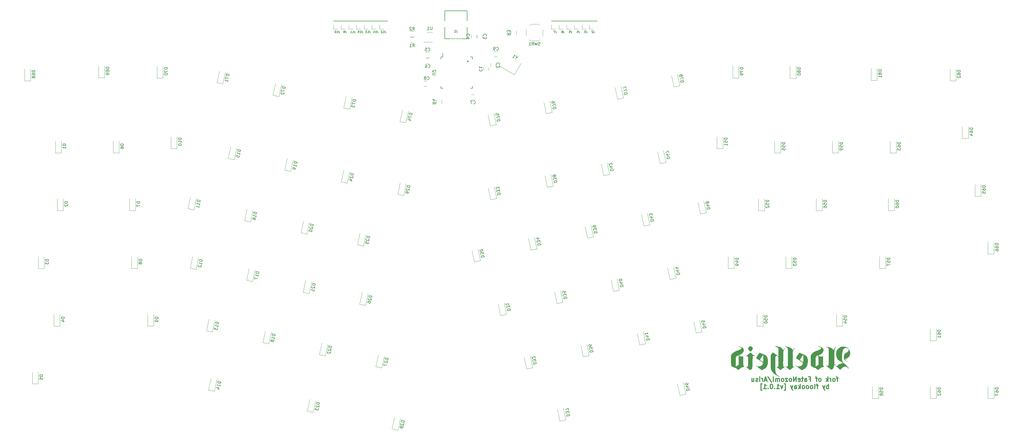
<source format=gbo>
G04 #@! TF.GenerationSoftware,KiCad,Pcbnew,(5.99.0-670-ga8d9fcb4e)*
G04 #@! TF.CreationDate,2020-04-27T16:46:55+02:00*
G04 #@! TF.ProjectId,adelheid,6164656c-6865-4696-942e-6b696361645f,1.0.1*
G04 #@! TF.SameCoordinates,Original*
G04 #@! TF.FileFunction,Legend,Bot*
G04 #@! TF.FilePolarity,Positive*
%FSLAX46Y46*%
G04 Gerber Fmt 4.6, Leading zero omitted, Abs format (unit mm)*
G04 Created by KiCad (PCBNEW (5.99.0-670-ga8d9fcb4e)) date 2020-04-27 16:46:55*
%MOMM*%
%LPD*%
G04 APERTURE LIST*
%ADD10C,0.250000*%
%ADD11C,0.300000*%
%ADD12C,0.200000*%
%ADD13C,0.120000*%
%ADD14C,0.150000*%
%ADD15C,1.802000*%
%ADD16C,4.102000*%
%ADD17C,2.302000*%
%ADD18C,1.202000*%
%ADD19O,1.302000X2.002000*%
%ADD20R,1.302000X1.002000*%
%ADD21C,4.502000*%
%ADD22R,1.352000X1.602000*%
%ADD23R,1.602000X1.352000*%
%ADD24R,1.802000X1.802000*%
%ADD25R,1.602000X1.402000*%
%ADD26R,1.402000X1.602000*%
%ADD27C,3.152000*%
%ADD28R,1.802000X1.102000*%
%ADD29R,1.662000X0.752000*%
%ADD30R,0.652000X1.602000*%
%ADD31R,1.602000X0.652000*%
G04 APERTURE END LIST*
D10*
X179008193Y-37984154D02*
X179008193Y-38174630D01*
X178960574Y-38174630D02*
X178960574Y-37984154D01*
X178912955Y-37936535D02*
X178912955Y-38222249D01*
X178865335Y-38174630D02*
X178865335Y-37984154D01*
X178817716Y-37984154D02*
X178817716Y-38174630D01*
X179008193Y-38127011D02*
X178912955Y-38222249D01*
X178817716Y-38127011D01*
X179008193Y-38031773D02*
X178912955Y-37936535D01*
X178817716Y-38031773D01*
X179008193Y-37984154D02*
X178912955Y-37936535D01*
X178817716Y-37984154D01*
X178770097Y-38079392D01*
X178817716Y-38174630D01*
X178912955Y-38222249D01*
X179008193Y-38174630D01*
X179055812Y-38079392D01*
X179008193Y-37984154D01*
D11*
X301108183Y-142739935D02*
X300536755Y-142739935D01*
X300893897Y-143739935D02*
X300893897Y-142454221D01*
X300822469Y-142311364D01*
X300679612Y-142239935D01*
X300536755Y-142239935D01*
X299822469Y-143739935D02*
X299965326Y-143668506D01*
X300036755Y-143597078D01*
X300108183Y-143454221D01*
X300108183Y-143025649D01*
X300036755Y-142882792D01*
X299965326Y-142811364D01*
X299822469Y-142739935D01*
X299608183Y-142739935D01*
X299465326Y-142811364D01*
X299393897Y-142882792D01*
X299322469Y-143025649D01*
X299322469Y-143454221D01*
X299393897Y-143597078D01*
X299465326Y-143668506D01*
X299608183Y-143739935D01*
X299822469Y-143739935D01*
X298679612Y-143739935D02*
X298679612Y-142739935D01*
X298679612Y-143025649D02*
X298608183Y-142882792D01*
X298536755Y-142811364D01*
X298393897Y-142739935D01*
X298251040Y-142739935D01*
X297751040Y-143739935D02*
X297751040Y-142239935D01*
X297608183Y-143168506D02*
X297179612Y-143739935D01*
X297179612Y-142739935D02*
X297751040Y-143311364D01*
X295179612Y-143739935D02*
X295322469Y-143668506D01*
X295393897Y-143597078D01*
X295465326Y-143454221D01*
X295465326Y-143025649D01*
X295393897Y-142882792D01*
X295322469Y-142811364D01*
X295179612Y-142739935D01*
X294965326Y-142739935D01*
X294822469Y-142811364D01*
X294751040Y-142882792D01*
X294679612Y-143025649D01*
X294679612Y-143454221D01*
X294751040Y-143597078D01*
X294822469Y-143668506D01*
X294965326Y-143739935D01*
X295179612Y-143739935D01*
X294251040Y-142739935D02*
X293679612Y-142739935D01*
X294036755Y-143739935D02*
X294036755Y-142454221D01*
X293965326Y-142311364D01*
X293822469Y-142239935D01*
X293679612Y-142239935D01*
X291536755Y-142954221D02*
X292036755Y-142954221D01*
X292036755Y-143739935D02*
X292036755Y-142239935D01*
X291322469Y-142239935D01*
X290108183Y-143739935D02*
X290108183Y-142954221D01*
X290179612Y-142811364D01*
X290322469Y-142739935D01*
X290608183Y-142739935D01*
X290751040Y-142811364D01*
X290108183Y-143668506D02*
X290251040Y-143739935D01*
X290608183Y-143739935D01*
X290751040Y-143668506D01*
X290822469Y-143525649D01*
X290822469Y-143382792D01*
X290751040Y-143239935D01*
X290608183Y-143168506D01*
X290251040Y-143168506D01*
X290108183Y-143097078D01*
X289608183Y-142739935D02*
X289036755Y-142739935D01*
X289393897Y-142239935D02*
X289393897Y-143525649D01*
X289322469Y-143668506D01*
X289179612Y-143739935D01*
X289036755Y-143739935D01*
X287965326Y-143668506D02*
X288108183Y-143739935D01*
X288393897Y-143739935D01*
X288536755Y-143668506D01*
X288608183Y-143525649D01*
X288608183Y-142954221D01*
X288536755Y-142811364D01*
X288393897Y-142739935D01*
X288108183Y-142739935D01*
X287965326Y-142811364D01*
X287893897Y-142954221D01*
X287893897Y-143097078D01*
X288608183Y-143239935D01*
X287251040Y-143739935D02*
X287251040Y-142239935D01*
X286393897Y-143739935D01*
X286393897Y-142239935D01*
X285465326Y-143739935D02*
X285608183Y-143668506D01*
X285679612Y-143597078D01*
X285751040Y-143454221D01*
X285751040Y-143025649D01*
X285679612Y-142882792D01*
X285608183Y-142811364D01*
X285465326Y-142739935D01*
X285251040Y-142739935D01*
X285108183Y-142811364D01*
X285036755Y-142882792D01*
X284965326Y-143025649D01*
X284965326Y-143454221D01*
X285036755Y-143597078D01*
X285108183Y-143668506D01*
X285251040Y-143739935D01*
X285465326Y-143739935D01*
X284465326Y-142739935D02*
X283679612Y-142739935D01*
X284465326Y-143739935D01*
X283679612Y-143739935D01*
X282893897Y-143739935D02*
X283036755Y-143668506D01*
X283108183Y-143597078D01*
X283179612Y-143454221D01*
X283179612Y-143025649D01*
X283108183Y-142882792D01*
X283036755Y-142811364D01*
X282893897Y-142739935D01*
X282679612Y-142739935D01*
X282536755Y-142811364D01*
X282465326Y-142882792D01*
X282393897Y-143025649D01*
X282393897Y-143454221D01*
X282465326Y-143597078D01*
X282536755Y-143668506D01*
X282679612Y-143739935D01*
X282893897Y-143739935D01*
X281751040Y-143739935D02*
X281751040Y-142739935D01*
X281751040Y-142882792D02*
X281679612Y-142811364D01*
X281536755Y-142739935D01*
X281322469Y-142739935D01*
X281179612Y-142811364D01*
X281108183Y-142954221D01*
X281108183Y-143739935D01*
X281108183Y-142954221D02*
X281036755Y-142811364D01*
X280893897Y-142739935D01*
X280679612Y-142739935D01*
X280536755Y-142811364D01*
X280465326Y-142954221D01*
X280465326Y-143739935D01*
X279751040Y-143739935D02*
X279751040Y-142739935D01*
X279751040Y-142239935D02*
X279822469Y-142311364D01*
X279751040Y-142382792D01*
X279679612Y-142311364D01*
X279751040Y-142239935D01*
X279751040Y-142382792D01*
X277965326Y-142168506D02*
X279251040Y-144097078D01*
X277536755Y-143311364D02*
X276822469Y-143311364D01*
X277679612Y-143739935D02*
X277179612Y-142239935D01*
X276679612Y-143739935D01*
X276179612Y-143739935D02*
X276179612Y-142739935D01*
X276179612Y-143025649D02*
X276108183Y-142882792D01*
X276036755Y-142811364D01*
X275893897Y-142739935D01*
X275751040Y-142739935D01*
X275251040Y-143739935D02*
X275251040Y-142739935D01*
X275251040Y-142239935D02*
X275322469Y-142311364D01*
X275251040Y-142382792D01*
X275179612Y-142311364D01*
X275251040Y-142239935D01*
X275251040Y-142382792D01*
X274608183Y-143668506D02*
X274465326Y-143739935D01*
X274179612Y-143739935D01*
X274036755Y-143668506D01*
X273965326Y-143525649D01*
X273965326Y-143454221D01*
X274036755Y-143311364D01*
X274179612Y-143239935D01*
X274393897Y-143239935D01*
X274536755Y-143168506D01*
X274608183Y-143025649D01*
X274608183Y-142954221D01*
X274536755Y-142811364D01*
X274393897Y-142739935D01*
X274179612Y-142739935D01*
X274036755Y-142811364D01*
X272679612Y-142739935D02*
X272679612Y-143739935D01*
X273322469Y-142739935D02*
X273322469Y-143525649D01*
X273251040Y-143668506D01*
X273108183Y-143739935D01*
X272893897Y-143739935D01*
X272751040Y-143668506D01*
X272679612Y-143597078D01*
X297965326Y-146154935D02*
X297965326Y-144654935D01*
X297965326Y-145226364D02*
X297822469Y-145154935D01*
X297536755Y-145154935D01*
X297393897Y-145226364D01*
X297322469Y-145297792D01*
X297251040Y-145440649D01*
X297251040Y-145869221D01*
X297322469Y-146012078D01*
X297393897Y-146083506D01*
X297536755Y-146154935D01*
X297822469Y-146154935D01*
X297965326Y-146083506D01*
X296751040Y-145154935D02*
X296393897Y-146154935D01*
X296036755Y-145154935D02*
X296393897Y-146154935D01*
X296536755Y-146512078D01*
X296608183Y-146583506D01*
X296751040Y-146654935D01*
X294536755Y-145154935D02*
X293965326Y-145154935D01*
X294322469Y-146154935D02*
X294322469Y-144869221D01*
X294251040Y-144726364D01*
X294108183Y-144654935D01*
X293965326Y-144654935D01*
X293251040Y-146154935D02*
X293393897Y-146083506D01*
X293465326Y-145940649D01*
X293465326Y-144654935D01*
X292465326Y-146154935D02*
X292608183Y-146083506D01*
X292679612Y-146012078D01*
X292751040Y-145869221D01*
X292751040Y-145440649D01*
X292679612Y-145297792D01*
X292608183Y-145226364D01*
X292465326Y-145154935D01*
X292251040Y-145154935D01*
X292108183Y-145226364D01*
X292036755Y-145297792D01*
X291965326Y-145440649D01*
X291965326Y-145869221D01*
X292036755Y-146012078D01*
X292108183Y-146083506D01*
X292251040Y-146154935D01*
X292465326Y-146154935D01*
X291108183Y-146154935D02*
X291251040Y-146083506D01*
X291322469Y-146012078D01*
X291393897Y-145869221D01*
X291393897Y-145440649D01*
X291322469Y-145297792D01*
X291251040Y-145226364D01*
X291108183Y-145154935D01*
X290893897Y-145154935D01*
X290751040Y-145226364D01*
X290679612Y-145297792D01*
X290608183Y-145440649D01*
X290608183Y-145869221D01*
X290679612Y-146012078D01*
X290751040Y-146083506D01*
X290893897Y-146154935D01*
X291108183Y-146154935D01*
X289751040Y-146154935D02*
X289893897Y-146083506D01*
X289965326Y-146012078D01*
X290036755Y-145869221D01*
X290036755Y-145440649D01*
X289965326Y-145297792D01*
X289893897Y-145226364D01*
X289751040Y-145154935D01*
X289536755Y-145154935D01*
X289393897Y-145226364D01*
X289322469Y-145297792D01*
X289251040Y-145440649D01*
X289251040Y-145869221D01*
X289322469Y-146012078D01*
X289393897Y-146083506D01*
X289536755Y-146154935D01*
X289751040Y-146154935D01*
X288608183Y-146154935D02*
X288608183Y-144654935D01*
X288465326Y-145583506D02*
X288036755Y-146154935D01*
X288036755Y-145154935D02*
X288608183Y-145726364D01*
X286751040Y-146154935D02*
X286751040Y-145369221D01*
X286822469Y-145226364D01*
X286965326Y-145154935D01*
X287251040Y-145154935D01*
X287393897Y-145226364D01*
X286751040Y-146083506D02*
X286893897Y-146154935D01*
X287251040Y-146154935D01*
X287393897Y-146083506D01*
X287465326Y-145940649D01*
X287465326Y-145797792D01*
X287393897Y-145654935D01*
X287251040Y-145583506D01*
X286893897Y-145583506D01*
X286751040Y-145512078D01*
X286179612Y-145154935D02*
X285822469Y-146154935D01*
X285465326Y-145154935D02*
X285822469Y-146154935D01*
X285965326Y-146512078D01*
X286036755Y-146583506D01*
X286179612Y-146654935D01*
X283322469Y-146654935D02*
X283679612Y-146654935D01*
X283679612Y-144512078D01*
X283322469Y-144512078D01*
X282893897Y-145154935D02*
X282536755Y-146154935D01*
X282179612Y-145154935D01*
X280822469Y-146154935D02*
X281679612Y-146154935D01*
X281251040Y-146154935D02*
X281251040Y-144654935D01*
X281393897Y-144869221D01*
X281536755Y-145012078D01*
X281679612Y-145083506D01*
X280179612Y-146012078D02*
X280108183Y-146083506D01*
X280179612Y-146154935D01*
X280251040Y-146083506D01*
X280179612Y-146012078D01*
X280179612Y-146154935D01*
X279179612Y-144654935D02*
X279036755Y-144654935D01*
X278893897Y-144726364D01*
X278822469Y-144797792D01*
X278751040Y-144940649D01*
X278679612Y-145226364D01*
X278679612Y-145583506D01*
X278751040Y-145869221D01*
X278822469Y-146012078D01*
X278893897Y-146083506D01*
X279036755Y-146154935D01*
X279179612Y-146154935D01*
X279322469Y-146083506D01*
X279393897Y-146012078D01*
X279465326Y-145869221D01*
X279536755Y-145583506D01*
X279536755Y-145226364D01*
X279465326Y-144940649D01*
X279393897Y-144797792D01*
X279322469Y-144726364D01*
X279179612Y-144654935D01*
X278036755Y-146012078D02*
X277965326Y-146083506D01*
X278036755Y-146154935D01*
X278108183Y-146083506D01*
X278036755Y-146012078D01*
X278036755Y-146154935D01*
X276536755Y-146154935D02*
X277393897Y-146154935D01*
X276965326Y-146154935D02*
X276965326Y-144654935D01*
X277108183Y-144869221D01*
X277251040Y-145012078D01*
X277393897Y-145083506D01*
X276036755Y-146654935D02*
X275679612Y-146654935D01*
X275679612Y-144512078D01*
X276036755Y-144512078D01*
G36*
X272290261Y-132165117D02*
G01*
X272553337Y-132242057D01*
X272767114Y-132386797D01*
X272910701Y-132584571D01*
X272963205Y-132820615D01*
X272956186Y-132916711D01*
X272877308Y-133191006D01*
X272727633Y-133462794D01*
X272528275Y-133689882D01*
X272468827Y-133739346D01*
X272340329Y-133828637D01*
X272254708Y-133864017D01*
X272188544Y-133846078D01*
X272047428Y-133765552D01*
X271884109Y-133643279D01*
X271731477Y-133504685D01*
X271622418Y-133375194D01*
X271513539Y-133160216D01*
X271457185Y-132884931D01*
X271487950Y-132628047D01*
X271599097Y-132409291D01*
X271783892Y-132248392D01*
X272035597Y-132165077D01*
X272290261Y-132165117D01*
G37*
G36*
X302824099Y-132240428D02*
G01*
X303145780Y-132255392D01*
X303401510Y-132296201D01*
X303634995Y-132369603D01*
X303931517Y-132509587D01*
X304325361Y-132786101D01*
X304652395Y-133129833D01*
X304900720Y-133524441D01*
X305058439Y-133953580D01*
X305113656Y-134400907D01*
X305112326Y-134475976D01*
X305042761Y-134931125D01*
X304872155Y-135339470D01*
X304606867Y-135692205D01*
X304253255Y-135980525D01*
X303817678Y-136195624D01*
X303757347Y-136218574D01*
X303616663Y-136286621D01*
X303548466Y-136362181D01*
X303523250Y-136473057D01*
X303549394Y-136627243D01*
X303668763Y-136807336D01*
X303865929Y-136972412D01*
X304122410Y-137103038D01*
X304204507Y-137138128D01*
X304319116Y-137204875D01*
X304371160Y-137258922D01*
X304349062Y-137284436D01*
X304241246Y-137265581D01*
X304079842Y-137211846D01*
X303666693Y-137009560D01*
X303344301Y-136739899D01*
X303109890Y-136400738D01*
X303078821Y-136337328D01*
X303011230Y-136156157D01*
X302978173Y-135957992D01*
X302970109Y-135694648D01*
X302979523Y-135493789D01*
X303069561Y-135063957D01*
X303254053Y-134697944D01*
X303531990Y-134397405D01*
X303902365Y-134163996D01*
X304188708Y-133999435D01*
X304423006Y-133791596D01*
X304554605Y-133569185D01*
X304579653Y-133339074D01*
X304494299Y-133108133D01*
X304468787Y-133069255D01*
X304253538Y-132852165D01*
X303981614Y-132720640D01*
X303677824Y-132682646D01*
X303366974Y-132746147D01*
X303276487Y-132785318D01*
X303033591Y-132949193D01*
X302833254Y-133186856D01*
X302673484Y-133504382D01*
X302552289Y-133907848D01*
X302467677Y-134403330D01*
X302417655Y-134996905D01*
X302400232Y-135694648D01*
X302400237Y-135875838D01*
X302408171Y-136309623D01*
X302435855Y-136659441D01*
X302493593Y-136947028D01*
X302591690Y-137194121D01*
X302740449Y-137422454D01*
X302950175Y-137653764D01*
X303231172Y-137909785D01*
X303593743Y-138212254D01*
X303805483Y-138400421D01*
X304020321Y-138619157D01*
X304216941Y-138844687D01*
X304382305Y-139059991D01*
X304503373Y-139248046D01*
X304567107Y-139391831D01*
X304560468Y-139474322D01*
X304536630Y-139489409D01*
X304467537Y-139459913D01*
X304372237Y-139330987D01*
X304310893Y-139244581D01*
X304081187Y-139035040D01*
X303798432Y-138893205D01*
X303501663Y-138841044D01*
X303201709Y-138890257D01*
X302869237Y-139031687D01*
X302524449Y-139254965D01*
X302186587Y-139549722D01*
X302021378Y-139712199D01*
X301903822Y-139816416D01*
X301825996Y-139861267D01*
X301767208Y-139858383D01*
X301706768Y-139819390D01*
X301705649Y-139818513D01*
X301625317Y-139750144D01*
X301476447Y-139618715D01*
X301274464Y-139438026D01*
X301034797Y-139221875D01*
X300772872Y-138984062D01*
X300751164Y-138964297D01*
X300497291Y-138734460D01*
X300272567Y-138533334D01*
X300090780Y-138373081D01*
X299965716Y-138265864D01*
X299911162Y-138223846D01*
X299884191Y-138260882D01*
X299852587Y-138384411D01*
X299825208Y-138566763D01*
X299732418Y-139011907D01*
X299561003Y-139379405D01*
X299310159Y-139666231D01*
X298978505Y-139874520D01*
X298959832Y-139882635D01*
X298905244Y-139897086D01*
X298843948Y-139889182D01*
X298762694Y-139850113D01*
X298648230Y-139771067D01*
X298487307Y-139643234D01*
X298266673Y-139457801D01*
X297973078Y-139205959D01*
X297930169Y-139168932D01*
X297674154Y-138944290D01*
X297454826Y-138745601D01*
X297284878Y-138584823D01*
X297177000Y-138473909D01*
X297143882Y-138424816D01*
X297154678Y-138418572D01*
X297230466Y-138445631D01*
X297345654Y-138527873D01*
X297428705Y-138589894D01*
X297596479Y-138651712D01*
X297742060Y-138602419D01*
X297874047Y-138440594D01*
X297876305Y-138436727D01*
X297903930Y-138384784D01*
X297926868Y-138325493D01*
X297945644Y-138248148D01*
X297960788Y-138142042D01*
X297972827Y-137996468D01*
X297982289Y-137800721D01*
X297989701Y-137544093D01*
X297995591Y-137215878D01*
X298000487Y-136805370D01*
X298004917Y-136301862D01*
X298009409Y-135694648D01*
X298012034Y-135254935D01*
X298013586Y-134594430D01*
X298011424Y-134045753D01*
X298005522Y-133607312D01*
X297995856Y-133277513D01*
X297982400Y-133054763D01*
X297965127Y-132937469D01*
X297961895Y-132926786D01*
X297835967Y-132694902D01*
X297624824Y-132538360D01*
X297327209Y-132456210D01*
X297209325Y-132437554D01*
X297074065Y-132400865D01*
X297040769Y-132366772D01*
X297101481Y-132341489D01*
X297248247Y-132331232D01*
X297473112Y-132342215D01*
X297493131Y-132344081D01*
X297997469Y-132425405D01*
X298470112Y-132565006D01*
X298890934Y-132753916D01*
X299239809Y-132983169D01*
X299496611Y-133243796D01*
X299700940Y-133517488D01*
X299820909Y-133101549D01*
X299824855Y-133087992D01*
X299911273Y-132836399D01*
X300008931Y-132619104D01*
X300106725Y-132454907D01*
X300193551Y-132362608D01*
X300258304Y-132361008D01*
X300268054Y-132382013D01*
X300255407Y-132490257D01*
X300194047Y-132648720D01*
X300141718Y-132759139D01*
X300076311Y-132909933D01*
X300022918Y-133059486D01*
X299980173Y-133220648D01*
X299946712Y-133406271D01*
X299921173Y-133629204D01*
X299902191Y-133902299D01*
X299888403Y-134238405D01*
X299878444Y-134650374D01*
X299870950Y-135151055D01*
X299864559Y-135753300D01*
X299843452Y-137957223D01*
X300279816Y-138349317D01*
X300387334Y-138445737D01*
X300548444Y-138586312D01*
X300652184Y-138664340D01*
X300716946Y-138689238D01*
X300761120Y-138670426D01*
X300803095Y-138617322D01*
X300953830Y-138432703D01*
X301145937Y-138266027D01*
X301392387Y-138114735D01*
X301712606Y-137966983D01*
X302126024Y-137810930D01*
X302731277Y-137597950D01*
X302162505Y-137305791D01*
X301864231Y-137146070D01*
X301449977Y-136889880D01*
X301128363Y-136633123D01*
X300887265Y-136360969D01*
X300714557Y-136058589D01*
X300598114Y-135711150D01*
X300525814Y-135303824D01*
X300501886Y-135064983D01*
X300497621Y-134457629D01*
X300583709Y-133919906D01*
X300760608Y-133450820D01*
X301028776Y-133049375D01*
X301388670Y-132714577D01*
X301840748Y-132445431D01*
X301993280Y-132374532D01*
X302180387Y-132299445D01*
X302346570Y-132258476D01*
X302536905Y-132241942D01*
X302796466Y-132240163D01*
X302824099Y-132240428D01*
G37*
G36*
X269816886Y-137029270D02*
G01*
X269819279Y-137504232D01*
X269826150Y-137879607D01*
X269839014Y-138167356D01*
X269859389Y-138379435D01*
X269888792Y-138527804D01*
X269928737Y-138624421D01*
X269980744Y-138681245D01*
X270046327Y-138710234D01*
X270070244Y-138717084D01*
X270152783Y-138768405D01*
X270123831Y-138834078D01*
X269984931Y-138912645D01*
X269737626Y-139002642D01*
X269687661Y-139019271D01*
X269399987Y-139138585D01*
X269087514Y-139299358D01*
X268783488Y-139481910D01*
X268521152Y-139666563D01*
X268333751Y-139833639D01*
X268314792Y-139854104D01*
X268221107Y-139947309D01*
X268169737Y-139985189D01*
X268140391Y-139965549D01*
X268049732Y-139883296D01*
X267924637Y-139758727D01*
X267755980Y-139604956D01*
X267514878Y-139442400D01*
X267211666Y-139294957D01*
X266820583Y-139148388D01*
X266541070Y-139044485D01*
X266211979Y-138885187D01*
X265987864Y-138719185D01*
X265863056Y-138542893D01*
X265849295Y-138503227D01*
X265827008Y-138392677D01*
X265809982Y-138227509D01*
X265797676Y-137995769D01*
X265789553Y-137685504D01*
X265785619Y-137333513D01*
X267356899Y-137333513D01*
X267356902Y-137366405D01*
X267357478Y-137773388D01*
X267358955Y-138139038D01*
X267361200Y-138448739D01*
X267364078Y-138687873D01*
X267367457Y-138841826D01*
X267371201Y-138895980D01*
X267412894Y-138862906D01*
X267516426Y-138771644D01*
X267657916Y-138642944D01*
X267797529Y-138527092D01*
X267968432Y-138413223D01*
X268101272Y-138354634D01*
X268272214Y-138317089D01*
X268272214Y-136719832D01*
X268272133Y-136483073D01*
X268271151Y-136063135D01*
X268268428Y-135739364D01*
X268263190Y-135499389D01*
X268254659Y-135330841D01*
X268242061Y-135221350D01*
X268224619Y-135158545D01*
X268201558Y-135130058D01*
X268172102Y-135123517D01*
X268159630Y-135124035D01*
X267998378Y-135172184D01*
X267806728Y-135280488D01*
X267623448Y-135423373D01*
X267487307Y-135575263D01*
X267453272Y-135628028D01*
X267422061Y-135689926D01*
X267398437Y-135766574D01*
X267381345Y-135872208D01*
X267369728Y-136021068D01*
X267362532Y-136227390D01*
X267358698Y-136505413D01*
X267357173Y-136869375D01*
X267356899Y-137333513D01*
X265785619Y-137333513D01*
X265785074Y-137284761D01*
X265783701Y-136781585D01*
X265783701Y-135208387D01*
X265946255Y-134877347D01*
X266067427Y-134676286D01*
X266296775Y-134421163D01*
X266609008Y-134179880D01*
X267011966Y-133947431D01*
X267513491Y-133718814D01*
X268121423Y-133489022D01*
X268417999Y-133380717D01*
X268719457Y-133253566D01*
X268935176Y-133135584D01*
X269079980Y-133018339D01*
X269168692Y-132893401D01*
X269195046Y-132822356D01*
X269181902Y-132663561D01*
X269067254Y-132528609D01*
X268859697Y-132425121D01*
X268567828Y-132360717D01*
X268502574Y-132351383D01*
X268359335Y-132322784D01*
X268286559Y-132295629D01*
X268263482Y-132249011D01*
X268317056Y-132217152D01*
X268442069Y-132211410D01*
X268617195Y-132228574D01*
X268821109Y-132265435D01*
X269032484Y-132318781D01*
X269229995Y-132385402D01*
X269392315Y-132462089D01*
X269672484Y-132683106D01*
X269870277Y-132964280D01*
X269973082Y-133283034D01*
X269974929Y-133620657D01*
X269869847Y-133958440D01*
X269839158Y-134016392D01*
X269650438Y-134272233D01*
X269388296Y-134526626D01*
X269082477Y-134753550D01*
X268762725Y-134926983D01*
X268744646Y-134934933D01*
X268563585Y-135023545D01*
X268435327Y-135102323D01*
X268386629Y-135155043D01*
X268425719Y-135254215D01*
X268556716Y-135356880D01*
X268756263Y-135438285D01*
X268999780Y-135491304D01*
X269262684Y-135508812D01*
X269520394Y-135483683D01*
X269816809Y-135425075D01*
X269816809Y-136900507D01*
X269816886Y-137029270D01*
G37*
G36*
X283732462Y-132173003D02*
G01*
X283748887Y-132176449D01*
X283883971Y-132203792D01*
X284086348Y-132243912D01*
X284318836Y-132289426D01*
X284624886Y-132354604D01*
X285079968Y-132482051D01*
X285438242Y-132631110D01*
X285710535Y-132807944D01*
X285907673Y-133018719D01*
X286040482Y-133269597D01*
X286138407Y-133526010D01*
X286288681Y-133251658D01*
X286310966Y-133211366D01*
X286459588Y-132962959D01*
X286591646Y-132775897D01*
X286696273Y-132664168D01*
X286762598Y-132641760D01*
X286773726Y-132696243D01*
X286724953Y-132796834D01*
X286627595Y-132947161D01*
X286480243Y-133217255D01*
X286339293Y-133517047D01*
X286227718Y-133800178D01*
X286207206Y-133863931D01*
X286183674Y-133956607D01*
X286164810Y-134066907D01*
X286150107Y-134206929D01*
X286139058Y-134388773D01*
X286131155Y-134624536D01*
X286125891Y-134926317D01*
X286122760Y-135306216D01*
X286121253Y-135776330D01*
X286120863Y-136348758D01*
X286120880Y-136570743D01*
X286121539Y-137131549D01*
X286124192Y-137591450D01*
X286130230Y-137960454D01*
X286141045Y-138248567D01*
X286158027Y-138465798D01*
X286182568Y-138622153D01*
X286216059Y-138727640D01*
X286259892Y-138792265D01*
X286315457Y-138826036D01*
X286384146Y-138838960D01*
X286467350Y-138841044D01*
X286585650Y-138852925D01*
X286626589Y-138896110D01*
X286560475Y-138967850D01*
X286388430Y-139064967D01*
X286318527Y-139104174D01*
X286138502Y-139228727D01*
X285926916Y-139396407D01*
X285716245Y-139582225D01*
X285589982Y-139698487D01*
X285424904Y-139844198D01*
X285302480Y-139944488D01*
X285242681Y-139982479D01*
X285213062Y-139969951D01*
X285106838Y-139899970D01*
X284947430Y-139782115D01*
X284756420Y-139631944D01*
X284682539Y-139573108D01*
X284429998Y-139380702D01*
X284173771Y-139196060D01*
X283959358Y-139052270D01*
X283927509Y-139032057D01*
X283765142Y-138923528D01*
X283656429Y-138841450D01*
X283623458Y-138802263D01*
X283641502Y-138798142D01*
X283743244Y-138808821D01*
X283898441Y-138841990D01*
X284053514Y-138871479D01*
X284272310Y-138859369D01*
X284423347Y-138760820D01*
X284515301Y-138572034D01*
X284521333Y-138541981D01*
X284536025Y-138388526D01*
X284548480Y-138140883D01*
X284558708Y-137813782D01*
X284566719Y-137421953D01*
X284572524Y-136980127D01*
X284576132Y-136503032D01*
X284577555Y-136005400D01*
X284576801Y-135501961D01*
X284573882Y-135007445D01*
X284568808Y-134536581D01*
X284561589Y-134104101D01*
X284552234Y-133724734D01*
X284540755Y-133413211D01*
X284527162Y-133184261D01*
X284511465Y-133052615D01*
X284490328Y-132969429D01*
X284350209Y-132675601D01*
X284130556Y-132455514D01*
X283843421Y-132322343D01*
X283773081Y-132300288D01*
X283656544Y-132244953D01*
X283602549Y-132194017D01*
X283623666Y-132164395D01*
X283732462Y-132173003D01*
G37*
G36*
X296132201Y-137029270D02*
G01*
X296134595Y-137504232D01*
X296141465Y-137879607D01*
X296154330Y-138167356D01*
X296174705Y-138379435D01*
X296204107Y-138527804D01*
X296244053Y-138624421D01*
X296296059Y-138681245D01*
X296361642Y-138710234D01*
X296385559Y-138717084D01*
X296468098Y-138768405D01*
X296439146Y-138834078D01*
X296300247Y-138912645D01*
X296052941Y-139002642D01*
X296002977Y-139019271D01*
X295715302Y-139138585D01*
X295402830Y-139299358D01*
X295098803Y-139481910D01*
X294836468Y-139666563D01*
X294649067Y-139833639D01*
X294630107Y-139854104D01*
X294536423Y-139947309D01*
X294485052Y-139985189D01*
X294455706Y-139965549D01*
X294365047Y-139883296D01*
X294239953Y-139758727D01*
X294071295Y-139604956D01*
X293830193Y-139442400D01*
X293526981Y-139294957D01*
X293135898Y-139148388D01*
X292856385Y-139044485D01*
X292527294Y-138885187D01*
X292303179Y-138719185D01*
X292178371Y-138542893D01*
X292164610Y-138503227D01*
X292142324Y-138392677D01*
X292125297Y-138227509D01*
X292112991Y-137995769D01*
X292104868Y-137685504D01*
X292100934Y-137333513D01*
X293672214Y-137333513D01*
X293672218Y-137366405D01*
X293672794Y-137773388D01*
X293674271Y-138139038D01*
X293676515Y-138448739D01*
X293679394Y-138687873D01*
X293682772Y-138841826D01*
X293686516Y-138895980D01*
X293728210Y-138862906D01*
X293831741Y-138771644D01*
X293973231Y-138642944D01*
X294112844Y-138527092D01*
X294283747Y-138413223D01*
X294416587Y-138354634D01*
X294587530Y-138317089D01*
X294587530Y-136719832D01*
X294587449Y-136483073D01*
X294586466Y-136063135D01*
X294583744Y-135739364D01*
X294578505Y-135499389D01*
X294569974Y-135330841D01*
X294557376Y-135221350D01*
X294539934Y-135158545D01*
X294516873Y-135130058D01*
X294487417Y-135123517D01*
X294474945Y-135124035D01*
X294313693Y-135172184D01*
X294122043Y-135280488D01*
X293938763Y-135423373D01*
X293802622Y-135575263D01*
X293768588Y-135628028D01*
X293737376Y-135689926D01*
X293713752Y-135766574D01*
X293696660Y-135872208D01*
X293685044Y-136021068D01*
X293677847Y-136227390D01*
X293674014Y-136505413D01*
X293672488Y-136869375D01*
X293672214Y-137333513D01*
X292100934Y-137333513D01*
X292100389Y-137284761D01*
X292099016Y-136781585D01*
X292099016Y-135208387D01*
X292261570Y-134877347D01*
X292382742Y-134676286D01*
X292612090Y-134421163D01*
X292924323Y-134179880D01*
X293327282Y-133947431D01*
X293828807Y-133718814D01*
X294436738Y-133489022D01*
X294733315Y-133380717D01*
X295034773Y-133253566D01*
X295250492Y-133135584D01*
X295395295Y-133018339D01*
X295484007Y-132893401D01*
X295510361Y-132822356D01*
X295497218Y-132663561D01*
X295382569Y-132528609D01*
X295175012Y-132425121D01*
X294883143Y-132360717D01*
X294817889Y-132351383D01*
X294674651Y-132322784D01*
X294601874Y-132295629D01*
X294578798Y-132249011D01*
X294632372Y-132217152D01*
X294757385Y-132211410D01*
X294932511Y-132228574D01*
X295136424Y-132265435D01*
X295347799Y-132318781D01*
X295545310Y-132385402D01*
X295707631Y-132462089D01*
X295987799Y-132683106D01*
X296185592Y-132964280D01*
X296288397Y-133283034D01*
X296290245Y-133620657D01*
X296185163Y-133958440D01*
X296154474Y-134016392D01*
X295965753Y-134272233D01*
X295703611Y-134526626D01*
X295397793Y-134753550D01*
X295078041Y-134926983D01*
X295059961Y-134934933D01*
X294878900Y-135023545D01*
X294750642Y-135102323D01*
X294701944Y-135155043D01*
X294741034Y-135254215D01*
X294872031Y-135356880D01*
X295071578Y-135438285D01*
X295315095Y-135491304D01*
X295577999Y-135508812D01*
X295835710Y-135483683D01*
X296132124Y-135425075D01*
X296132124Y-136900507D01*
X296132201Y-137029270D01*
G37*
G36*
X272362052Y-134372663D02*
G01*
X272392205Y-134401238D01*
X272657893Y-134635659D01*
X272942510Y-134861510D01*
X273213425Y-135054048D01*
X273438009Y-135188530D01*
X273473165Y-135207264D01*
X273593213Y-135295498D01*
X273607803Y-135356591D01*
X273523899Y-135378157D01*
X273348465Y-135347808D01*
X273173952Y-135318048D01*
X273021246Y-135350959D01*
X272993837Y-135367984D01*
X272965788Y-135399458D01*
X272944417Y-135454083D01*
X272928804Y-135544898D01*
X272918026Y-135684940D01*
X272911163Y-135887246D01*
X272907293Y-136164854D01*
X272905495Y-136530801D01*
X272904848Y-136998125D01*
X272902818Y-137531035D01*
X272895179Y-138053140D01*
X272879824Y-138482524D01*
X272854614Y-138830807D01*
X272817410Y-139109612D01*
X272766074Y-139330559D01*
X272698466Y-139505271D01*
X272612447Y-139645369D01*
X272505878Y-139762474D01*
X272376621Y-139868209D01*
X272322796Y-139906951D01*
X272233767Y-139960148D01*
X272147430Y-139983988D01*
X272051098Y-139971902D01*
X271932087Y-139917320D01*
X271777711Y-139813674D01*
X271575285Y-139654393D01*
X271312123Y-139432909D01*
X270975540Y-139142653D01*
X270784926Y-138972939D01*
X270659756Y-138848270D01*
X270626547Y-138791515D01*
X270685276Y-138802627D01*
X270835915Y-138881559D01*
X270898813Y-138915084D01*
X271024591Y-138948320D01*
X271152301Y-138912705D01*
X271158703Y-138909724D01*
X271236560Y-138858239D01*
X271297760Y-138778203D01*
X271343947Y-138657365D01*
X271376763Y-138483477D01*
X271397852Y-138244288D01*
X271408856Y-137927549D01*
X271411418Y-137521012D01*
X271407183Y-137012425D01*
X271404845Y-136828226D01*
X271399284Y-136439993D01*
X271392916Y-136145194D01*
X271384199Y-135928838D01*
X271371587Y-135775930D01*
X271353537Y-135671477D01*
X271328505Y-135600486D01*
X271294947Y-135547964D01*
X271251319Y-135498917D01*
X271128409Y-135402544D01*
X270950981Y-135351405D01*
X270895446Y-135349708D01*
X270809127Y-135326609D01*
X270816619Y-135271989D01*
X270921176Y-135180155D01*
X271126056Y-135045414D01*
X271135127Y-135039768D01*
X271349249Y-134887947D01*
X271586712Y-134692937D01*
X271797764Y-134495471D01*
X272132746Y-134153367D01*
X272362052Y-134372663D01*
G37*
G36*
X277960493Y-136732531D02*
G01*
X277976519Y-137241519D01*
X277941451Y-137738645D01*
X277856361Y-138193225D01*
X277722320Y-138574575D01*
X277518706Y-138935557D01*
X277191486Y-139328312D01*
X276781976Y-139649275D01*
X276281223Y-139906720D01*
X276139154Y-139965456D01*
X276008621Y-140018568D01*
X275953018Y-140039978D01*
X275943372Y-140034157D01*
X275862006Y-139974888D01*
X275708988Y-139859749D01*
X275497506Y-139698759D01*
X275240745Y-139501937D01*
X274951892Y-139279303D01*
X274851310Y-139201120D01*
X274564389Y-138972637D01*
X274317244Y-138767748D01*
X274122842Y-138597676D01*
X273994152Y-138473649D01*
X273944140Y-138406893D01*
X273944050Y-138406405D01*
X273942400Y-138346984D01*
X273984012Y-138359071D01*
X274087158Y-138447906D01*
X274246276Y-138574171D01*
X274575661Y-138736226D01*
X274925445Y-138800139D01*
X275276013Y-138768912D01*
X275607752Y-138645544D01*
X275901047Y-138433037D01*
X276136285Y-138134392D01*
X276177299Y-138059998D01*
X276263176Y-137873463D01*
X276312259Y-137721579D01*
X276315082Y-137706258D01*
X276319017Y-137653393D01*
X276303945Y-137601755D01*
X276258808Y-137542371D01*
X276172543Y-137466269D01*
X276034092Y-137364475D01*
X275832393Y-137228018D01*
X275556387Y-137047925D01*
X275195012Y-136815223D01*
X274977987Y-136675381D01*
X274947233Y-136655420D01*
X275358086Y-136655420D01*
X275375953Y-136697331D01*
X275410081Y-136724496D01*
X275533456Y-136809809D01*
X275714748Y-136927690D01*
X275928210Y-137061176D01*
X276058326Y-137140489D01*
X276242006Y-137250266D01*
X276372890Y-137325647D01*
X276428773Y-137353657D01*
X276431727Y-137344304D01*
X276438477Y-137247850D01*
X276444284Y-137060156D01*
X276448827Y-136797675D01*
X276451787Y-136476861D01*
X276452845Y-136114167D01*
X276452626Y-135957799D01*
X276450479Y-135613658D01*
X276446331Y-135320038D01*
X276440543Y-135092912D01*
X276433476Y-134948252D01*
X276425490Y-134902033D01*
X276395539Y-134944119D01*
X276311993Y-135068935D01*
X276186065Y-135260128D01*
X276028279Y-135501706D01*
X275849161Y-135777678D01*
X275681952Y-136038258D01*
X275528366Y-136285860D01*
X275427633Y-136462626D01*
X275373092Y-136581499D01*
X275358086Y-136655420D01*
X274947233Y-136655420D01*
X274675957Y-136479352D01*
X274416350Y-136309162D01*
X274212672Y-136173740D01*
X274078425Y-136082018D01*
X274027116Y-136042926D01*
X274029566Y-136029680D01*
X274075413Y-135938473D01*
X274168213Y-135778365D01*
X274296145Y-135567845D01*
X274447388Y-135325404D01*
X274610120Y-135069531D01*
X274772522Y-134818718D01*
X274922771Y-134591455D01*
X275049048Y-134406231D01*
X275139529Y-134281538D01*
X275182396Y-134235864D01*
X275183118Y-134235913D01*
X275250452Y-134259421D01*
X275404992Y-134321088D01*
X275629750Y-134413901D01*
X275907734Y-134530849D01*
X276221955Y-134664918D01*
X276386209Y-134736046D01*
X276787463Y-134918085D01*
X277099572Y-135077776D01*
X277336583Y-135226298D01*
X277512545Y-135374831D01*
X277641505Y-135534552D01*
X277737512Y-135716640D01*
X277814613Y-135932275D01*
X277860184Y-136114167D01*
X277892302Y-136242368D01*
X277960493Y-136732531D01*
G37*
G36*
X291118151Y-136732531D02*
G01*
X291134177Y-137241519D01*
X291099108Y-137738645D01*
X291014018Y-138193225D01*
X290879978Y-138574575D01*
X290676364Y-138935557D01*
X290349144Y-139328312D01*
X289939633Y-139649275D01*
X289438881Y-139906720D01*
X289296812Y-139965456D01*
X289166278Y-140018568D01*
X289110676Y-140039978D01*
X289101030Y-140034157D01*
X289019663Y-139974888D01*
X288866646Y-139859749D01*
X288655164Y-139698759D01*
X288398403Y-139501937D01*
X288109550Y-139279303D01*
X288008968Y-139201120D01*
X287722046Y-138972637D01*
X287474901Y-138767748D01*
X287280500Y-138597676D01*
X287151809Y-138473649D01*
X287101797Y-138406893D01*
X287101707Y-138406405D01*
X287100057Y-138346984D01*
X287141670Y-138359071D01*
X287244815Y-138447906D01*
X287403933Y-138574171D01*
X287733319Y-138736226D01*
X288083103Y-138800139D01*
X288433671Y-138768912D01*
X288765409Y-138645544D01*
X289058704Y-138433037D01*
X289293942Y-138134392D01*
X289334956Y-138059998D01*
X289420834Y-137873463D01*
X289469917Y-137721579D01*
X289472740Y-137706258D01*
X289476674Y-137653393D01*
X289461603Y-137601755D01*
X289416465Y-137542371D01*
X289330201Y-137466269D01*
X289191749Y-137364475D01*
X288990051Y-137228018D01*
X288714044Y-137047925D01*
X288352670Y-136815223D01*
X288135645Y-136675381D01*
X288104891Y-136655420D01*
X288515743Y-136655420D01*
X288533611Y-136697331D01*
X288567739Y-136724496D01*
X288691114Y-136809809D01*
X288872405Y-136927690D01*
X289085867Y-137061176D01*
X289215983Y-137140489D01*
X289399664Y-137250266D01*
X289530548Y-137325647D01*
X289586430Y-137353657D01*
X289589384Y-137344304D01*
X289596135Y-137247850D01*
X289601941Y-137060156D01*
X289606485Y-136797675D01*
X289609445Y-136476861D01*
X289610503Y-136114167D01*
X289610284Y-135957799D01*
X289608136Y-135613658D01*
X289603988Y-135320038D01*
X289598201Y-135092912D01*
X289591133Y-134948252D01*
X289583147Y-134902033D01*
X289553196Y-134944119D01*
X289469651Y-135068935D01*
X289343722Y-135260128D01*
X289185937Y-135501706D01*
X289006819Y-135777678D01*
X288839610Y-136038258D01*
X288686024Y-136285860D01*
X288585291Y-136462626D01*
X288530750Y-136581499D01*
X288515743Y-136655420D01*
X288104891Y-136655420D01*
X287833615Y-136479352D01*
X287574008Y-136309162D01*
X287370329Y-136173740D01*
X287236083Y-136082018D01*
X287184774Y-136042926D01*
X287187223Y-136029680D01*
X287233070Y-135938473D01*
X287325870Y-135778365D01*
X287453802Y-135567845D01*
X287605045Y-135325404D01*
X287767778Y-135069531D01*
X287930180Y-134818718D01*
X288080429Y-134591455D01*
X288206705Y-134406231D01*
X288297187Y-134281538D01*
X288340053Y-134235864D01*
X288340776Y-134235913D01*
X288408109Y-134259421D01*
X288562650Y-134321088D01*
X288787407Y-134413901D01*
X289065392Y-134530849D01*
X289379613Y-134664918D01*
X289543867Y-134736046D01*
X289945121Y-134918085D01*
X290257230Y-135077776D01*
X290494241Y-135226298D01*
X290670203Y-135374831D01*
X290799163Y-135534552D01*
X290895170Y-135716640D01*
X290972270Y-135932275D01*
X291017841Y-136114167D01*
X291049960Y-136242368D01*
X291118151Y-136732531D01*
G37*
G36*
X280849769Y-132152590D02*
G01*
X281329541Y-132214720D01*
X281776759Y-132342053D01*
X282175529Y-132526190D01*
X282509952Y-132758734D01*
X282764134Y-133031287D01*
X282922177Y-133335449D01*
X282987681Y-133533928D01*
X283144047Y-133247990D01*
X283294606Y-132987011D01*
X283433839Y-132778925D01*
X283540511Y-132659471D01*
X283608349Y-132636907D01*
X283617160Y-132653223D01*
X283592038Y-132739481D01*
X283512739Y-132864619D01*
X283498380Y-132884317D01*
X283400312Y-133046982D01*
X283288198Y-133267728D01*
X283183569Y-133504683D01*
X283003070Y-133949828D01*
X282985892Y-136331266D01*
X282982027Y-136869203D01*
X282979152Y-137385576D01*
X282979162Y-137806006D01*
X282983345Y-138140346D01*
X282992992Y-138398450D01*
X283009391Y-138590171D01*
X283033832Y-138725363D01*
X283067605Y-138813879D01*
X283111998Y-138865572D01*
X283168302Y-138890296D01*
X283237804Y-138897905D01*
X283321796Y-138898252D01*
X283375068Y-138900290D01*
X283471523Y-138932321D01*
X283462536Y-139001424D01*
X283349392Y-139105262D01*
X283133373Y-139241495D01*
X282938808Y-139364362D01*
X282685501Y-139549116D01*
X282465527Y-139733624D01*
X282150237Y-140025528D01*
X281783517Y-139714429D01*
X281768718Y-139701926D01*
X281544794Y-139521551D01*
X281308528Y-139344080D01*
X281108695Y-139206240D01*
X281073504Y-139183535D01*
X280892450Y-139055736D01*
X280813900Y-138974056D01*
X280836792Y-138936599D01*
X280960061Y-138941472D01*
X281074683Y-138938867D01*
X281260399Y-138850887D01*
X281401268Y-138736896D01*
X281418882Y-137166149D01*
X281436495Y-135595403D01*
X281165943Y-135416196D01*
X280996989Y-135313600D01*
X280828065Y-135249025D01*
X280696061Y-135261022D01*
X280576468Y-135346701D01*
X280553093Y-135372641D01*
X280513075Y-135436127D01*
X280480271Y-135524670D01*
X280454131Y-135648196D01*
X280434105Y-135816629D01*
X280419644Y-136039898D01*
X280410199Y-136327928D01*
X280405221Y-136690644D01*
X280404160Y-137137975D01*
X280406468Y-137679844D01*
X280411594Y-138326180D01*
X280414640Y-138657566D01*
X280419822Y-139168023D01*
X280425264Y-139582932D01*
X280431673Y-139914395D01*
X280439758Y-140174513D01*
X280450229Y-140375385D01*
X280463792Y-140529115D01*
X280481158Y-140647801D01*
X280503034Y-140743546D01*
X280530128Y-140828450D01*
X280563151Y-140914615D01*
X280678159Y-141148680D01*
X280937470Y-141505504D01*
X281265610Y-141816219D01*
X281634577Y-142051122D01*
X281651978Y-142059747D01*
X281828957Y-142154928D01*
X281954336Y-142235632D01*
X282001944Y-142285185D01*
X281993739Y-142305834D01*
X281931313Y-142310427D01*
X281799235Y-142268344D01*
X281587687Y-142176085D01*
X281286854Y-142030149D01*
X280781574Y-141750844D01*
X280269895Y-141405586D01*
X279822136Y-141034711D01*
X279454766Y-140651998D01*
X279184256Y-140271225D01*
X279173946Y-140253273D01*
X279095705Y-140107745D01*
X279031499Y-139962740D01*
X278979906Y-139805488D01*
X278939508Y-139623218D01*
X278908883Y-139403161D01*
X278886612Y-139132547D01*
X278871275Y-138798606D01*
X278861453Y-138388567D01*
X278855725Y-137889661D01*
X278852671Y-137289117D01*
X278845868Y-135252289D01*
X279000485Y-134944302D01*
X279020781Y-134904710D01*
X279152310Y-134677808D01*
X279295236Y-134470756D01*
X279433147Y-134303774D01*
X279549630Y-134197083D01*
X279628270Y-134170904D01*
X279652107Y-134183751D01*
X279760828Y-134253977D01*
X279935138Y-134372935D01*
X280156941Y-134528179D01*
X280408140Y-134707263D01*
X280518946Y-134786814D01*
X280773569Y-134968702D01*
X280998775Y-135128367D01*
X281173457Y-135250883D01*
X281276505Y-135321323D01*
X281437777Y-135426951D01*
X281419523Y-134107898D01*
X281415199Y-133812949D01*
X281408453Y-133456435D01*
X281400154Y-133189149D01*
X281388917Y-132995987D01*
X281373355Y-132861843D01*
X281352081Y-132771610D01*
X281323710Y-132710185D01*
X281286854Y-132662461D01*
X281110636Y-132515795D01*
X280825882Y-132374432D01*
X280498912Y-132289772D01*
X280452597Y-132282409D01*
X280290438Y-132244860D01*
X280236565Y-132208533D01*
X280285927Y-132177520D01*
X280433475Y-132155913D01*
X280674159Y-132147801D01*
X280849769Y-132152590D01*
G37*
D12*
X178676755Y-30638864D02*
X171376755Y-30638864D01*
X171376755Y-30638864D02*
X171376755Y-21438864D01*
X171376755Y-21438864D02*
X178676755Y-21438864D01*
X178676755Y-21438864D02*
X178676755Y-30638864D01*
D13*
X301211755Y-68363864D02*
X301211755Y-64463864D01*
X299211755Y-68363864D02*
X299211755Y-64463864D01*
X301211755Y-68363864D02*
X299211755Y-68363864D01*
X44881755Y-68363864D02*
X44881755Y-64463864D01*
X42881755Y-68363864D02*
X42881755Y-64463864D01*
X44881755Y-68363864D02*
X42881755Y-68363864D01*
X39196955Y-106463864D02*
X39196955Y-102563864D01*
X37196955Y-106463864D02*
X37196955Y-102563864D01*
X39196955Y-106463864D02*
X37196955Y-106463864D01*
X89290619Y-106768125D02*
X90101475Y-102953349D01*
X87334324Y-106352301D02*
X88145180Y-102537526D01*
X89290619Y-106768125D02*
X87334324Y-106352301D01*
X94646701Y-127382194D02*
X95457557Y-123567418D01*
X92690406Y-126966370D02*
X93501262Y-123151595D01*
X94646701Y-127382194D02*
X92690406Y-126966370D01*
X282161755Y-68363864D02*
X282161755Y-64463864D01*
X280161755Y-68363864D02*
X280161755Y-64463864D01*
X282161755Y-68363864D02*
X280161755Y-68363864D01*
X144494082Y-99026412D02*
X145304938Y-95211636D01*
X142537787Y-98610588D02*
X143348643Y-94795813D01*
X144494082Y-99026412D02*
X142537787Y-98610588D01*
X302510524Y-125513862D02*
X302510524Y-121613862D01*
X300510524Y-125513862D02*
X300510524Y-121613862D01*
X302510524Y-125513862D02*
X300510524Y-125513862D01*
X295851755Y-87413864D02*
X295851755Y-83513864D01*
X293851755Y-87413864D02*
X293851755Y-83513864D01*
X295851755Y-87413864D02*
X293851755Y-87413864D01*
X158490210Y-58375007D02*
X159301066Y-54560231D01*
X156533915Y-57959183D02*
X157344771Y-54144408D01*
X158490210Y-58375007D02*
X156533915Y-57959183D01*
X188312704Y-59011784D02*
X187501848Y-55197009D01*
X186356409Y-59427608D02*
X185545553Y-55612832D01*
X188312704Y-59011784D02*
X186356409Y-59427608D01*
X211262770Y-156346822D02*
X210451914Y-152532047D01*
X209306475Y-156762646D02*
X208495619Y-152947870D01*
X211262770Y-156346822D02*
X209306475Y-156762646D01*
X285841755Y-106463864D02*
X285841755Y-102563864D01*
X283841755Y-106463864D02*
X283841755Y-102563864D01*
X285841755Y-106463864D02*
X283841755Y-106463864D01*
X126558039Y-114689579D02*
X127368895Y-110874803D01*
X124601744Y-114273755D02*
X125412600Y-110458980D01*
X126558039Y-114689579D02*
X124601744Y-114273755D01*
X101870610Y-70490889D02*
X102681466Y-66676113D01*
X99914315Y-70075065D02*
X100725171Y-66260290D01*
X101870610Y-70490889D02*
X99914315Y-70075065D01*
X340016755Y-44518864D02*
X340016755Y-40618864D01*
X338016755Y-44518864D02*
X338016755Y-40618864D01*
X340016755Y-44518864D02*
X338016755Y-44518864D01*
X127953394Y-153937357D02*
X128764250Y-150122581D01*
X125997099Y-153521533D02*
X126807955Y-149706758D01*
X127953394Y-153937357D02*
X125997099Y-153521533D01*
X210328959Y-117594145D02*
X209518103Y-113779370D01*
X208372664Y-118009969D02*
X207561808Y-114195193D01*
X210328959Y-117594145D02*
X208372664Y-118009969D01*
X207125813Y-79264385D02*
X206314957Y-75449610D01*
X205169518Y-79680209D02*
X204358662Y-75865433D01*
X207125813Y-79264385D02*
X205169518Y-79680209D01*
X150547830Y-139264374D02*
X151358686Y-135449598D01*
X148591535Y-138848550D02*
X149402391Y-135033775D01*
X150547830Y-139264374D02*
X148591535Y-138848550D01*
X220343550Y-95989876D02*
X219532694Y-92175101D01*
X218387255Y-96405700D02*
X217576399Y-92590924D01*
X220343550Y-95989876D02*
X218387255Y-96405700D01*
X276801755Y-87413864D02*
X276801755Y-83513864D01*
X274801755Y-87413864D02*
X274801755Y-83513864D01*
X276801755Y-87413864D02*
X274801755Y-87413864D01*
X244333489Y-71415059D02*
X243522633Y-67600284D01*
X242377194Y-71830883D02*
X241566338Y-68016107D01*
X244333489Y-71415059D02*
X242377194Y-71830883D01*
X228962671Y-113633428D02*
X228151815Y-109818653D01*
X227006376Y-114049252D02*
X226195520Y-110234476D01*
X228962671Y-113633428D02*
X227006376Y-114049252D01*
X333466704Y-149326367D02*
X333466704Y-145426367D01*
X331466704Y-149326367D02*
X331466704Y-145426367D01*
X333466704Y-149326367D02*
X331466704Y-149326367D01*
X247596383Y-109672710D02*
X246785527Y-105857935D01*
X245640088Y-110088534D02*
X244829232Y-106273758D01*
X247596383Y-109672710D02*
X245640088Y-110088534D01*
X333466704Y-130276367D02*
X333466704Y-126376367D01*
X331466704Y-130276367D02*
X331466704Y-126376367D01*
X333466704Y-130276367D02*
X331466704Y-130276367D01*
X225699778Y-75375777D02*
X224888922Y-71561002D01*
X223743483Y-75791601D02*
X222932627Y-71976825D01*
X225699778Y-75375777D02*
X223743483Y-75791601D01*
X314416704Y-149326367D02*
X314416704Y-145426367D01*
X312416704Y-149326367D02*
X312416704Y-145426367D01*
X314416704Y-149326367D02*
X312416704Y-149326367D01*
X45481755Y-87413864D02*
X45481755Y-83513864D01*
X43481755Y-87413864D02*
X43481755Y-83513864D01*
X45481755Y-87413864D02*
X43481755Y-87413864D01*
X63931755Y-68363864D02*
X63931755Y-64463864D01*
X61931755Y-68363864D02*
X61931755Y-64463864D01*
X63931755Y-68363864D02*
X61931755Y-68363864D01*
X69291755Y-87413864D02*
X69291755Y-83513864D01*
X67291755Y-87413864D02*
X67291755Y-83513864D01*
X69291755Y-87413864D02*
X67291755Y-87413864D01*
X316798005Y-106463864D02*
X316798005Y-102563864D01*
X314798005Y-106463864D02*
X314798005Y-102563864D01*
X316798005Y-106463864D02*
X314798005Y-106463864D01*
X37251755Y-144563864D02*
X37251755Y-140663864D01*
X35251755Y-144563864D02*
X35251755Y-140663864D01*
X37251755Y-144563864D02*
X35251755Y-144563864D01*
X69991755Y-106463864D02*
X69991755Y-102563864D01*
X67991755Y-106463864D02*
X67991755Y-102563864D01*
X69991755Y-106463864D02*
X67991755Y-106463864D01*
X313966755Y-44393864D02*
X313966755Y-40493864D01*
X311966755Y-44393864D02*
X311966755Y-40493864D01*
X313966755Y-44393864D02*
X311966755Y-44393864D01*
X75341755Y-125513864D02*
X75341755Y-121613864D01*
X73341755Y-125513864D02*
X73341755Y-121613864D01*
X75341755Y-125513864D02*
X73341755Y-125513864D01*
X230275813Y-50164385D02*
X229464957Y-46349610D01*
X228319518Y-50580209D02*
X227508662Y-46765433D01*
X230275813Y-50164385D02*
X228319518Y-50580209D01*
X238977262Y-92029158D02*
X238166406Y-88214383D01*
X237020967Y-92444982D02*
X236210111Y-88630206D01*
X238977262Y-92029158D02*
X237020967Y-92444982D01*
X44385505Y-125513864D02*
X44385505Y-121613864D01*
X42385505Y-125513864D02*
X42385505Y-121613864D01*
X44385505Y-125513864D02*
X42385505Y-125513864D01*
X201709838Y-99950593D02*
X200898982Y-96135818D01*
X199753543Y-100366417D02*
X198942687Y-96551641D01*
X201709838Y-99950593D02*
X199753543Y-100366417D01*
X34716755Y-44568864D02*
X34716755Y-40668864D01*
X32716755Y-44568864D02*
X32716755Y-40668864D01*
X34716755Y-44568864D02*
X32716755Y-44568864D01*
X116613992Y-49730209D02*
X117424848Y-45915433D01*
X114657697Y-49314385D02*
X115468553Y-45499610D01*
X116613992Y-49730209D02*
X114657697Y-49314385D01*
X257610974Y-88068440D02*
X256800118Y-84253665D01*
X255654679Y-88484264D02*
X254843823Y-84669488D01*
X257610974Y-88068440D02*
X255654679Y-88484264D01*
X250859406Y-147930310D02*
X250048550Y-144115535D01*
X248903111Y-148346134D02*
X248092255Y-144531358D01*
X250859406Y-147930310D02*
X248903111Y-148346134D01*
X183076127Y-103911311D02*
X182265271Y-100096536D01*
X181119832Y-104327135D02*
X180308976Y-100512359D01*
X183076127Y-103911311D02*
X181119832Y-104327135D01*
X200314369Y-139198415D02*
X199503513Y-135383640D01*
X198358074Y-139614239D02*
X197547218Y-135799463D01*
X200314369Y-139198415D02*
X198358074Y-139614239D01*
X352516704Y-149326367D02*
X352516704Y-145426367D01*
X350516704Y-149326367D02*
X350516704Y-145426367D01*
X352516704Y-149326367D02*
X350516704Y-149326367D01*
X263111755Y-66863479D02*
X263111755Y-62963479D01*
X261111755Y-66863479D02*
X261111755Y-62963479D01*
X263111755Y-66863479D02*
X261111755Y-66863479D01*
X125860372Y-95065685D02*
X126671228Y-91250909D01*
X123904077Y-94649861D02*
X124714933Y-90835086D01*
X125860372Y-95065685D02*
X123904077Y-94649861D01*
X98127101Y-45527608D02*
X98937957Y-41712832D01*
X96170806Y-45111784D02*
X96981662Y-41297009D01*
X98127101Y-45527608D02*
X96170806Y-45111784D01*
X157771745Y-82373042D02*
X158582601Y-78558266D01*
X155815450Y-81957218D02*
X156626306Y-78142443D01*
X157771745Y-82373042D02*
X155815450Y-81957218D01*
X139923306Y-53921103D02*
X140734162Y-50106327D01*
X137967011Y-53505279D02*
X138777867Y-49690504D01*
X139923306Y-53921103D02*
X137967011Y-53505279D01*
X188432354Y-83297212D02*
X187621498Y-79482437D01*
X186476059Y-83713036D02*
X185665203Y-79898260D01*
X188432354Y-83297212D02*
X186476059Y-83713036D01*
X237581792Y-131276980D02*
X236770936Y-127462205D01*
X235625497Y-131692804D02*
X234814641Y-127878028D01*
X237581792Y-131276980D02*
X235625497Y-131692804D01*
X352516704Y-101701383D02*
X352516704Y-97801383D01*
X350516704Y-101701383D02*
X350516704Y-97801383D01*
X352516704Y-101701383D02*
X350516704Y-101701383D01*
X256215504Y-127316262D02*
X255404648Y-123501487D01*
X254259209Y-127732086D02*
X253448353Y-123917310D01*
X256215504Y-127316262D02*
X254259209Y-127732086D01*
X218948081Y-135237697D02*
X218137225Y-131422922D01*
X216991786Y-135653521D02*
X216180930Y-131838745D01*
X218948081Y-135237697D02*
X216991786Y-135653521D01*
X320261755Y-68363864D02*
X320261755Y-64463864D01*
X318261755Y-68363864D02*
X318261755Y-64463864D01*
X320261755Y-68363864D02*
X318261755Y-68363864D01*
X344074297Y-63601373D02*
X344074297Y-59701373D01*
X342074297Y-63601373D02*
X342074297Y-59701373D01*
X344074297Y-63601373D02*
X342074297Y-63601373D01*
X206775813Y-54964385D02*
X205964957Y-51149610D01*
X204819518Y-55380209D02*
X204008662Y-51565433D01*
X206775813Y-54964385D02*
X204819518Y-55380209D01*
X266791755Y-106463864D02*
X266791755Y-102563864D01*
X264791755Y-106463864D02*
X264791755Y-102563864D01*
X266791755Y-106463864D02*
X264791755Y-106463864D01*
X319671755Y-87413864D02*
X319671755Y-83513864D01*
X317671755Y-87413864D02*
X317671755Y-83513864D01*
X319671755Y-87413864D02*
X317671755Y-87413864D01*
X107924329Y-110728852D02*
X108735185Y-106914076D01*
X105968034Y-110313028D02*
X106778890Y-106498253D01*
X107924329Y-110728852D02*
X105968034Y-110313028D01*
X113280411Y-131342920D02*
X114091267Y-127528144D01*
X111324116Y-130927096D02*
X112134972Y-127112321D01*
X113280411Y-131342920D02*
X111324116Y-130927096D01*
X131914120Y-135303647D02*
X132724976Y-131488871D01*
X129957825Y-134887823D02*
X130768681Y-131073048D01*
X131914120Y-135303647D02*
X129957825Y-134887823D01*
X95344402Y-147006082D02*
X96155258Y-143191306D01*
X93388107Y-146590258D02*
X94198963Y-142775483D01*
X95344402Y-147006082D02*
X93388107Y-146590258D01*
X82981755Y-66863479D02*
X82981755Y-62963479D01*
X80981755Y-66863479D02*
X80981755Y-62963479D01*
X82981755Y-66863479D02*
X80981755Y-66863479D01*
X107226662Y-91104958D02*
X108037518Y-87290182D01*
X105270367Y-90689134D02*
X106081223Y-86874359D01*
X107226662Y-91104958D02*
X105270367Y-90689134D01*
X268316755Y-43593864D02*
X268316755Y-39693864D01*
X266316755Y-43593864D02*
X266316755Y-39693864D01*
X268316755Y-43593864D02*
X266316755Y-43593864D01*
X145191749Y-118650306D02*
X146002605Y-114835530D01*
X143235454Y-118234482D02*
X144046310Y-114419707D01*
X145191749Y-118650306D02*
X143235454Y-118234482D01*
X120504321Y-74451607D02*
X121315177Y-70636831D01*
X118548026Y-74035783D02*
X119358882Y-70221008D01*
X120504321Y-74451607D02*
X118548026Y-74035783D01*
X88592952Y-87144232D02*
X89403808Y-83329456D01*
X86636657Y-86728408D02*
X87447513Y-82913633D01*
X88592952Y-87144232D02*
X86636657Y-86728408D01*
X248875813Y-46164385D02*
X248064957Y-42349610D01*
X246919518Y-46580209D02*
X246108662Y-42765433D01*
X248875813Y-46164385D02*
X246919518Y-46580209D01*
X348246755Y-82651380D02*
X348246755Y-78751380D01*
X346246755Y-82651380D02*
X346246755Y-78751380D01*
X348246755Y-82651380D02*
X346246755Y-82651380D01*
X287266755Y-43643864D02*
X287266755Y-39743864D01*
X285266755Y-43643864D02*
X285266755Y-39743864D01*
X287266755Y-43643864D02*
X285266755Y-43643864D01*
X276316774Y-125513862D02*
X276316774Y-121613862D01*
X274316774Y-125513862D02*
X274316774Y-121613862D01*
X276316774Y-125513862D02*
X274316774Y-125513862D01*
X155903967Y-159878403D02*
X156714823Y-156063627D01*
X153947672Y-159462579D02*
X154758528Y-155647804D01*
X155903967Y-159878403D02*
X153947672Y-159462579D01*
X191695248Y-121554863D02*
X190884392Y-117740088D01*
X189738953Y-121970687D02*
X188928097Y-118155911D01*
X191695248Y-121554863D02*
X189738953Y-121970687D01*
X59116755Y-43493864D02*
X59116755Y-39593864D01*
X57116755Y-43493864D02*
X57116755Y-39593864D01*
X59116755Y-43493864D02*
X57116755Y-43493864D01*
X78416755Y-43593864D02*
X78416755Y-39693864D01*
X76416755Y-43593864D02*
X76416755Y-39693864D01*
X78416755Y-43593864D02*
X76416755Y-43593864D01*
X139138033Y-78327608D02*
X139948889Y-74512832D01*
X137181738Y-77911784D02*
X137992594Y-74097009D01*
X139138033Y-78327608D02*
X137181738Y-77911784D01*
X185792069Y-40039758D02*
X185792069Y-41039758D01*
X184092069Y-41039758D02*
X184092069Y-40039758D01*
X186378069Y-39896758D02*
X186378069Y-38896758D01*
X188078069Y-38896758D02*
X188078069Y-39896758D01*
X182060069Y-30371758D02*
X182060069Y-29371758D01*
X183760069Y-29371758D02*
X183760069Y-30371758D01*
X180028069Y-30371758D02*
X180028069Y-29371758D01*
X181728069Y-29371758D02*
X181728069Y-30371758D01*
X166158069Y-36817758D02*
X165158069Y-36817758D01*
X165158069Y-35117758D02*
X166158069Y-35117758D01*
X166158069Y-38849758D02*
X165158069Y-38849758D01*
X165158069Y-37149758D02*
X166158069Y-37149758D01*
X180124069Y-49087758D02*
X181124069Y-49087758D01*
X181124069Y-50787758D02*
X180124069Y-50787758D01*
X164386755Y-44612864D02*
X165386755Y-44612864D01*
X165386755Y-46312864D02*
X164386755Y-46312864D01*
X187724069Y-34863758D02*
X188724069Y-34863758D01*
X188724069Y-36563758D02*
X187724069Y-36563758D01*
X218996069Y-27389758D02*
X220326069Y-27389758D01*
X218996069Y-26059758D02*
X218996069Y-27389758D01*
X218996069Y-24789758D02*
X221656069Y-24789758D01*
X221656069Y-24789758D02*
X221656069Y-24729758D01*
X218996069Y-24789758D02*
X218996069Y-24729758D01*
X218996069Y-24729758D02*
X221656069Y-24729758D01*
X216632069Y-27391758D02*
X217962069Y-27391758D01*
X216632069Y-26061758D02*
X216632069Y-27391758D01*
X216632069Y-24791758D02*
X219292069Y-24791758D01*
X219292069Y-24791758D02*
X219292069Y-24731758D01*
X216632069Y-24791758D02*
X216632069Y-24731758D01*
X216632069Y-24731758D02*
X219292069Y-24731758D01*
X214092069Y-27391758D02*
X215422069Y-27391758D01*
X214092069Y-26061758D02*
X214092069Y-27391758D01*
X214092069Y-24791758D02*
X216752069Y-24791758D01*
X216752069Y-24791758D02*
X216752069Y-24731758D01*
X214092069Y-24791758D02*
X214092069Y-24731758D01*
X214092069Y-24731758D02*
X216752069Y-24731758D01*
X211552069Y-27391758D02*
X212882069Y-27391758D01*
X211552069Y-26061758D02*
X211552069Y-27391758D01*
X211552069Y-24791758D02*
X214212069Y-24791758D01*
X214212069Y-24791758D02*
X214212069Y-24731758D01*
X211552069Y-24791758D02*
X211552069Y-24731758D01*
X211552069Y-24731758D02*
X214212069Y-24731758D01*
X209012069Y-27391758D02*
X210342069Y-27391758D01*
X209012069Y-26061758D02*
X209012069Y-27391758D01*
X209012069Y-24791758D02*
X211672069Y-24791758D01*
X211672069Y-24791758D02*
X211672069Y-24731758D01*
X209012069Y-24791758D02*
X209012069Y-24731758D01*
X209012069Y-24731758D02*
X211672069Y-24731758D01*
X206472069Y-27391758D02*
X207802069Y-27391758D01*
X206472069Y-26061758D02*
X206472069Y-27391758D01*
X206472069Y-24791758D02*
X209132069Y-24791758D01*
X209132069Y-24791758D02*
X209132069Y-24731758D01*
X206472069Y-24791758D02*
X206472069Y-24731758D01*
X206472069Y-24731758D02*
X209132069Y-24731758D01*
X137130069Y-27391758D02*
X138460069Y-27391758D01*
X137130069Y-26061758D02*
X137130069Y-27391758D01*
X137130069Y-24791758D02*
X139790069Y-24791758D01*
X139790069Y-24791758D02*
X139790069Y-24731758D01*
X137130069Y-24791758D02*
X137130069Y-24731758D01*
X137130069Y-24731758D02*
X139790069Y-24731758D01*
X134590069Y-27391758D02*
X135920069Y-27391758D01*
X134590069Y-26061758D02*
X134590069Y-27391758D01*
X134590069Y-24791758D02*
X137250069Y-24791758D01*
X137250069Y-24791758D02*
X137250069Y-24731758D01*
X134590069Y-24791758D02*
X134590069Y-24731758D01*
X134590069Y-24731758D02*
X137250069Y-24731758D01*
X139686755Y-27391758D02*
X141016755Y-27391758D01*
X139686755Y-26061758D02*
X139686755Y-27391758D01*
X139686755Y-24791758D02*
X142346755Y-24791758D01*
X142346755Y-24791758D02*
X142346755Y-24731758D01*
X139686755Y-24791758D02*
X139686755Y-24731758D01*
X139686755Y-24731758D02*
X142346755Y-24731758D01*
X161158069Y-30261758D02*
X159958069Y-30261758D01*
X159958069Y-32021758D02*
X161158069Y-32021758D01*
X159958069Y-29989758D02*
X161158069Y-29989758D01*
X161158069Y-28229758D02*
X159958069Y-28229758D01*
X193206069Y-28001758D02*
X193206069Y-29201758D01*
X194966069Y-29201758D02*
X194966069Y-28001758D01*
X168568069Y-50781758D02*
X168568069Y-51981758D01*
X170328069Y-51981758D02*
X170328069Y-50781758D01*
X202194069Y-25851758D02*
X199694069Y-25851758D01*
X203694069Y-27601758D02*
X203694069Y-29601758D01*
X202194069Y-31351758D02*
X199694069Y-31351758D01*
X198194069Y-27601758D02*
X198194069Y-29601758D01*
X202644069Y-26301758D02*
X202194069Y-25851758D01*
X199244069Y-26301758D02*
X199694069Y-25851758D01*
X199244069Y-30901758D02*
X199694069Y-31351758D01*
X202644069Y-30901758D02*
X202194069Y-31351758D01*
X194308338Y-42525014D02*
X189631800Y-39825014D01*
X196508338Y-38714502D02*
X194308338Y-42525014D01*
X165500069Y-28515758D02*
X167300069Y-28515758D01*
X167300069Y-31735758D02*
X164350069Y-31735758D01*
D14*
X170690069Y-36634758D02*
X170690069Y-35359758D01*
X170115069Y-46984758D02*
X170115069Y-46309758D01*
X180465069Y-46984758D02*
X180465069Y-46309758D01*
X180465069Y-36634758D02*
X180465069Y-37309758D01*
X170115069Y-36634758D02*
X170115069Y-37309758D01*
X180465069Y-36634758D02*
X179790069Y-36634758D01*
X180465069Y-46984758D02*
X179790069Y-46984758D01*
X170115069Y-46984758D02*
X170790069Y-46984758D01*
X170115069Y-36634758D02*
X170690069Y-36634758D01*
D13*
X149830069Y-27391758D02*
X151160069Y-27391758D01*
X149830069Y-26061758D02*
X149830069Y-27391758D01*
X149830069Y-24791758D02*
X152490069Y-24791758D01*
X152490069Y-24791758D02*
X152490069Y-24731758D01*
X149830069Y-24791758D02*
X149830069Y-24731758D01*
X149830069Y-24731758D02*
X152490069Y-24731758D01*
X144750069Y-27391758D02*
X146080069Y-27391758D01*
X144750069Y-26061758D02*
X144750069Y-27391758D01*
X144750069Y-24791758D02*
X147410069Y-24791758D01*
X147410069Y-24791758D02*
X147410069Y-24731758D01*
X144750069Y-24791758D02*
X144750069Y-24731758D01*
X144750069Y-24731758D02*
X147410069Y-24731758D01*
X147290069Y-24731758D02*
X149950069Y-24731758D01*
X147290069Y-24791758D02*
X147290069Y-24731758D01*
X149950069Y-24791758D02*
X149950069Y-24731758D01*
X147290069Y-24791758D02*
X149950069Y-24791758D01*
X147290069Y-26061758D02*
X147290069Y-27391758D01*
X147290069Y-27391758D02*
X148620069Y-27391758D01*
X142210069Y-24731758D02*
X144870069Y-24731758D01*
X142210069Y-24791758D02*
X142210069Y-24731758D01*
X144870069Y-24791758D02*
X144870069Y-24731758D01*
X142210069Y-24791758D02*
X144870069Y-24791758D01*
X142210069Y-26061758D02*
X142210069Y-27391758D01*
X142210069Y-27391758D02*
X143540069Y-27391758D01*
D14*
X175313421Y-27740768D02*
X175313421Y-28312197D01*
X175351516Y-28426483D01*
X175427707Y-28502673D01*
X175541993Y-28540768D01*
X175618183Y-28540768D01*
X174513421Y-28540768D02*
X174970564Y-28540768D01*
X174741993Y-28540768D02*
X174741993Y-27740768D01*
X174818183Y-27855054D01*
X174894374Y-27931244D01*
X174970564Y-27969340D01*
X302664135Y-64899578D02*
X301664135Y-64899578D01*
X301664135Y-65137673D01*
X301711755Y-65280530D01*
X301806993Y-65375768D01*
X301902231Y-65423387D01*
X302092707Y-65471006D01*
X302235564Y-65471006D01*
X302426040Y-65423387D01*
X302521278Y-65375768D01*
X302616516Y-65280530D01*
X302664135Y-65137673D01*
X302664135Y-64899578D01*
X301664135Y-66375768D02*
X301664135Y-65899578D01*
X302140326Y-65851959D01*
X302092707Y-65899578D01*
X302045088Y-65994816D01*
X302045088Y-66232911D01*
X302092707Y-66328149D01*
X302140326Y-66375768D01*
X302235564Y-66423387D01*
X302473659Y-66423387D01*
X302568897Y-66375768D01*
X302616516Y-66328149D01*
X302664135Y-66232911D01*
X302664135Y-65994816D01*
X302616516Y-65899578D01*
X302568897Y-65851959D01*
X302664135Y-66899578D02*
X302664135Y-67090054D01*
X302616516Y-67185292D01*
X302568897Y-67232911D01*
X302426040Y-67328149D01*
X302235564Y-67375768D01*
X301854612Y-67375768D01*
X301759374Y-67328149D01*
X301711755Y-67280530D01*
X301664135Y-67185292D01*
X301664135Y-66994816D01*
X301711755Y-66899578D01*
X301759374Y-66851959D01*
X301854612Y-66804340D01*
X302092707Y-66804340D01*
X302187945Y-66851959D01*
X302235564Y-66899578D01*
X302283183Y-66994816D01*
X302283183Y-67185292D01*
X302235564Y-67280530D01*
X302187945Y-67328149D01*
X302092707Y-67375768D01*
X46334135Y-65375768D02*
X45334135Y-65375768D01*
X45334135Y-65613864D01*
X45381755Y-65756721D01*
X45476993Y-65851959D01*
X45572231Y-65899578D01*
X45762707Y-65947197D01*
X45905564Y-65947197D01*
X46096040Y-65899578D01*
X46191278Y-65851959D01*
X46286516Y-65756721D01*
X46334135Y-65613864D01*
X46334135Y-65375768D01*
X46334135Y-66899578D02*
X46334135Y-66328149D01*
X46334135Y-66613864D02*
X45334135Y-66613864D01*
X45476993Y-66518625D01*
X45572231Y-66423387D01*
X45619850Y-66328149D01*
X40649335Y-103475768D02*
X39649335Y-103475768D01*
X39649335Y-103713864D01*
X39696955Y-103856721D01*
X39792193Y-103951959D01*
X39887431Y-103999578D01*
X40077907Y-104047197D01*
X40220764Y-104047197D01*
X40411240Y-103999578D01*
X40506478Y-103951959D01*
X40601716Y-103856721D01*
X40649335Y-103713864D01*
X40649335Y-103475768D01*
X39649335Y-104380530D02*
X39649335Y-104999578D01*
X40030288Y-104666244D01*
X40030288Y-104809102D01*
X40077907Y-104904340D01*
X40125526Y-104951959D01*
X40220764Y-104999578D01*
X40458859Y-104999578D01*
X40554097Y-104951959D01*
X40601716Y-104904340D01*
X40649335Y-104809102D01*
X40649335Y-104523387D01*
X40601716Y-104428149D01*
X40554097Y-104380530D01*
X91431527Y-103681508D02*
X90453379Y-103473596D01*
X90403877Y-103706489D01*
X90420753Y-103856125D01*
X90494109Y-103969083D01*
X90577366Y-104035462D01*
X90753779Y-104121643D01*
X90893514Y-104151345D01*
X91089729Y-104144368D01*
X91192786Y-104117591D01*
X91305744Y-104044235D01*
X91382024Y-103914400D01*
X91431527Y-103681508D01*
X91114709Y-105172019D02*
X91233516Y-104613077D01*
X91174113Y-104892548D02*
X90195965Y-104684636D01*
X90355501Y-104621181D01*
X90468459Y-104547825D01*
X90534839Y-104464569D01*
X90150514Y-105356536D02*
X90094035Y-105393214D01*
X90027656Y-105476470D01*
X89978153Y-105709362D01*
X90004930Y-105812420D01*
X90041608Y-105868899D01*
X90124864Y-105935278D01*
X90218021Y-105955080D01*
X90367657Y-105938203D01*
X91045405Y-105498068D01*
X90916698Y-106103588D01*
X96787609Y-124295577D02*
X95809461Y-124087665D01*
X95759959Y-124320558D01*
X95776835Y-124470194D01*
X95850191Y-124583152D01*
X95933448Y-124649531D01*
X96109861Y-124735712D01*
X96249596Y-124765414D01*
X96445811Y-124758437D01*
X96548868Y-124731660D01*
X96661826Y-124658304D01*
X96738106Y-124528469D01*
X96787609Y-124295577D01*
X96470791Y-125786088D02*
X96589598Y-125227146D01*
X96530195Y-125506617D02*
X95552047Y-125298705D01*
X95711583Y-125235250D01*
X95824541Y-125161894D01*
X95890921Y-125078638D01*
X95423340Y-125904225D02*
X95294632Y-126509745D01*
X95736564Y-126262900D01*
X95706862Y-126402636D01*
X95733640Y-126505693D01*
X95770318Y-126562172D01*
X95853574Y-126628552D01*
X96086466Y-126678055D01*
X96189524Y-126651277D01*
X96246003Y-126614599D01*
X96312382Y-126531343D01*
X96371786Y-126251872D01*
X96345008Y-126148815D01*
X96308330Y-126092336D01*
X283614135Y-64899578D02*
X282614135Y-64899578D01*
X282614135Y-65137673D01*
X282661755Y-65280530D01*
X282756993Y-65375768D01*
X282852231Y-65423387D01*
X283042707Y-65471006D01*
X283185564Y-65471006D01*
X283376040Y-65423387D01*
X283471278Y-65375768D01*
X283566516Y-65280530D01*
X283614135Y-65137673D01*
X283614135Y-64899578D01*
X282614135Y-66375768D02*
X282614135Y-65899578D01*
X283090326Y-65851959D01*
X283042707Y-65899578D01*
X282995088Y-65994816D01*
X282995088Y-66232911D01*
X283042707Y-66328149D01*
X283090326Y-66375768D01*
X283185564Y-66423387D01*
X283423659Y-66423387D01*
X283518897Y-66375768D01*
X283566516Y-66328149D01*
X283614135Y-66232911D01*
X283614135Y-65994816D01*
X283566516Y-65899578D01*
X283518897Y-65851959D01*
X282614135Y-67328149D02*
X282614135Y-66851959D01*
X283090326Y-66804340D01*
X283042707Y-66851959D01*
X282995088Y-66947197D01*
X282995088Y-67185292D01*
X283042707Y-67280530D01*
X283090326Y-67328149D01*
X283185564Y-67375768D01*
X283423659Y-67375768D01*
X283518897Y-67328149D01*
X283566516Y-67280530D01*
X283614135Y-67185292D01*
X283614135Y-66947197D01*
X283566516Y-66851959D01*
X283518897Y-66804340D01*
X146634990Y-95939795D02*
X145656842Y-95731883D01*
X145607340Y-95964776D01*
X145624216Y-96114412D01*
X145697572Y-96227370D01*
X145780829Y-96293749D01*
X145957242Y-96379930D01*
X146096977Y-96409632D01*
X146293192Y-96402655D01*
X146396249Y-96375878D01*
X146509207Y-96302522D01*
X146585487Y-96172687D01*
X146634990Y-95939795D01*
X145551988Y-96683254D02*
X145495509Y-96719932D01*
X145429130Y-96803188D01*
X145379627Y-97036080D01*
X145406404Y-97139138D01*
X145443082Y-97195617D01*
X145526338Y-97261996D01*
X145619495Y-97281797D01*
X145769131Y-97264921D01*
X146446879Y-96824786D01*
X146318172Y-97430306D01*
X145151914Y-98107385D02*
X145250920Y-97641600D01*
X145726605Y-97694027D01*
X145670126Y-97730705D01*
X145603746Y-97813962D01*
X145554243Y-98046854D01*
X145581021Y-98149911D01*
X145617699Y-98206390D01*
X145700955Y-98272770D01*
X145933847Y-98322273D01*
X146036905Y-98295495D01*
X146093384Y-98258817D01*
X146159763Y-98175561D01*
X146209266Y-97942669D01*
X146182489Y-97839611D01*
X146145811Y-97783132D01*
X303962904Y-122049576D02*
X302962904Y-122049576D01*
X302962904Y-122287671D01*
X303010524Y-122430528D01*
X303105762Y-122525766D01*
X303201000Y-122573385D01*
X303391476Y-122621004D01*
X303534333Y-122621004D01*
X303724809Y-122573385D01*
X303820047Y-122525766D01*
X303915285Y-122430528D01*
X303962904Y-122287671D01*
X303962904Y-122049576D01*
X302962904Y-123525766D02*
X302962904Y-123049576D01*
X303439095Y-123001957D01*
X303391476Y-123049576D01*
X303343857Y-123144814D01*
X303343857Y-123382909D01*
X303391476Y-123478147D01*
X303439095Y-123525766D01*
X303534333Y-123573385D01*
X303772428Y-123573385D01*
X303867666Y-123525766D01*
X303915285Y-123478147D01*
X303962904Y-123382909D01*
X303962904Y-123144814D01*
X303915285Y-123049576D01*
X303867666Y-123001957D01*
X303296238Y-124430528D02*
X303962904Y-124430528D01*
X302915285Y-124192433D02*
X303629571Y-123954338D01*
X303629571Y-124573385D01*
X297304135Y-83949578D02*
X296304135Y-83949578D01*
X296304135Y-84187673D01*
X296351755Y-84330530D01*
X296446993Y-84425768D01*
X296542231Y-84473387D01*
X296732707Y-84521006D01*
X296875564Y-84521006D01*
X297066040Y-84473387D01*
X297161278Y-84425768D01*
X297256516Y-84330530D01*
X297304135Y-84187673D01*
X297304135Y-83949578D01*
X296304135Y-85425768D02*
X296304135Y-84949578D01*
X296780326Y-84901959D01*
X296732707Y-84949578D01*
X296685088Y-85044816D01*
X296685088Y-85282911D01*
X296732707Y-85378149D01*
X296780326Y-85425768D01*
X296875564Y-85473387D01*
X297113659Y-85473387D01*
X297208897Y-85425768D01*
X297256516Y-85378149D01*
X297304135Y-85282911D01*
X297304135Y-85044816D01*
X297256516Y-84949578D01*
X297208897Y-84901959D01*
X296304135Y-86330530D02*
X296304135Y-86140054D01*
X296351755Y-86044816D01*
X296399374Y-85997197D01*
X296542231Y-85901959D01*
X296732707Y-85854340D01*
X297113659Y-85854340D01*
X297208897Y-85901959D01*
X297256516Y-85949578D01*
X297304135Y-86044816D01*
X297304135Y-86235292D01*
X297256516Y-86330530D01*
X297208897Y-86378149D01*
X297113659Y-86425768D01*
X296875564Y-86425768D01*
X296780326Y-86378149D01*
X296732707Y-86330530D01*
X296685088Y-86235292D01*
X296685088Y-86044816D01*
X296732707Y-85949578D01*
X296780326Y-85901959D01*
X296875564Y-85854340D01*
X160631118Y-55288390D02*
X159652970Y-55080478D01*
X159603468Y-55313371D01*
X159620344Y-55463007D01*
X159693700Y-55575965D01*
X159776957Y-55642344D01*
X159953370Y-55728525D01*
X160093105Y-55758227D01*
X160289320Y-55751250D01*
X160392377Y-55724473D01*
X160505335Y-55651117D01*
X160581615Y-55521282D01*
X160631118Y-55288390D01*
X159464860Y-55965469D02*
X159326252Y-56617568D01*
X160393505Y-56406273D01*
X159483992Y-57478705D02*
X160136090Y-57617313D01*
X159160867Y-57166608D02*
X159909047Y-57082225D01*
X159780339Y-57687744D01*
X188633018Y-57884846D02*
X189611166Y-57676935D01*
X189561663Y-57444042D01*
X189485383Y-57314208D01*
X189372425Y-57240852D01*
X189269368Y-57214075D01*
X189073153Y-57207098D01*
X188933418Y-57236800D01*
X188757005Y-57322981D01*
X188673748Y-57389360D01*
X188600392Y-57502318D01*
X188583516Y-57651954D01*
X188633018Y-57884846D01*
X189423055Y-56791944D02*
X189284448Y-56139846D01*
X188395405Y-56766963D01*
X189106238Y-55301433D02*
X189205243Y-55767218D01*
X188749359Y-55912802D01*
X188786037Y-55856323D01*
X188812814Y-55753266D01*
X188763312Y-55520373D01*
X188696932Y-55437117D01*
X188640453Y-55400439D01*
X188537396Y-55373662D01*
X188304503Y-55423164D01*
X188221247Y-55489544D01*
X188184569Y-55546023D01*
X188157792Y-55649081D01*
X188207294Y-55881973D01*
X188273674Y-55965229D01*
X188330153Y-56001907D01*
X211583084Y-155219884D02*
X212561232Y-155011973D01*
X212511729Y-154779080D01*
X212435449Y-154649246D01*
X212322491Y-154575890D01*
X212219434Y-154549113D01*
X212023219Y-154542136D01*
X211883484Y-154571838D01*
X211707071Y-154658019D01*
X211623814Y-154724398D01*
X211550458Y-154837356D01*
X211533582Y-154986992D01*
X211583084Y-155219884D01*
X212373121Y-154126982D02*
X212244414Y-153521462D01*
X211941090Y-153926716D01*
X211911389Y-153786980D01*
X211845009Y-153703724D01*
X211788530Y-153667046D01*
X211685473Y-153640269D01*
X211452580Y-153689772D01*
X211369324Y-153756151D01*
X211332646Y-153812630D01*
X211305869Y-153915688D01*
X211365272Y-154195158D01*
X211431652Y-154278415D01*
X211488131Y-154315093D01*
X212175110Y-153195413D02*
X212036502Y-152543315D01*
X211147460Y-153170432D01*
X287294135Y-102999578D02*
X286294135Y-102999578D01*
X286294135Y-103237673D01*
X286341755Y-103380530D01*
X286436993Y-103475768D01*
X286532231Y-103523387D01*
X286722707Y-103571006D01*
X286865564Y-103571006D01*
X287056040Y-103523387D01*
X287151278Y-103475768D01*
X287246516Y-103380530D01*
X287294135Y-103237673D01*
X287294135Y-102999578D01*
X286294135Y-104475768D02*
X286294135Y-103999578D01*
X286770326Y-103951959D01*
X286722707Y-103999578D01*
X286675088Y-104094816D01*
X286675088Y-104332911D01*
X286722707Y-104428149D01*
X286770326Y-104475768D01*
X286865564Y-104523387D01*
X287103659Y-104523387D01*
X287198897Y-104475768D01*
X287246516Y-104428149D01*
X287294135Y-104332911D01*
X287294135Y-104094816D01*
X287246516Y-103999578D01*
X287198897Y-103951959D01*
X286294135Y-104856721D02*
X286294135Y-105475768D01*
X286675088Y-105142435D01*
X286675088Y-105285292D01*
X286722707Y-105380530D01*
X286770326Y-105428149D01*
X286865564Y-105475768D01*
X287103659Y-105475768D01*
X287198897Y-105428149D01*
X287246516Y-105380530D01*
X287294135Y-105285292D01*
X287294135Y-104999578D01*
X287246516Y-104904340D01*
X287198897Y-104856721D01*
X128698947Y-111602962D02*
X127720799Y-111395050D01*
X127671297Y-111627943D01*
X127688173Y-111777579D01*
X127761529Y-111890537D01*
X127844786Y-111956916D01*
X128021199Y-112043097D01*
X128160934Y-112072799D01*
X128357149Y-112065822D01*
X128460206Y-112039045D01*
X128573164Y-111965689D01*
X128649444Y-111835854D01*
X128698947Y-111602962D01*
X127615945Y-112346421D02*
X127559466Y-112383099D01*
X127493087Y-112466355D01*
X127443584Y-112699247D01*
X127470361Y-112802305D01*
X127507039Y-112858784D01*
X127590295Y-112925163D01*
X127683452Y-112944964D01*
X127833088Y-112928088D01*
X128510836Y-112487953D01*
X128382129Y-113093473D01*
X128184118Y-114025042D02*
X128302925Y-113466100D01*
X128243521Y-113745571D02*
X127265374Y-113537659D01*
X127424910Y-113474204D01*
X127537868Y-113400848D01*
X127604248Y-113317592D01*
X104011518Y-67404272D02*
X103033370Y-67196360D01*
X102983868Y-67429253D01*
X103000744Y-67578889D01*
X103074100Y-67691847D01*
X103157357Y-67758226D01*
X103333770Y-67844407D01*
X103473505Y-67874109D01*
X103669720Y-67867132D01*
X103772777Y-67840355D01*
X103885735Y-67766999D01*
X103962015Y-67637164D01*
X104011518Y-67404272D01*
X103694700Y-68894783D02*
X103813507Y-68335841D01*
X103754104Y-68615312D02*
X102775956Y-68407400D01*
X102935492Y-68343945D01*
X103048450Y-68270589D01*
X103114830Y-68187333D01*
X102528442Y-69571862D02*
X102627448Y-69106077D01*
X103103133Y-69158504D01*
X103046654Y-69195182D01*
X102980274Y-69278439D01*
X102930771Y-69511331D01*
X102957549Y-69614388D01*
X102994227Y-69670867D01*
X103077483Y-69737247D01*
X103310375Y-69786750D01*
X103413433Y-69759972D01*
X103469912Y-69723294D01*
X103536291Y-69640038D01*
X103585794Y-69407146D01*
X103559017Y-69304088D01*
X103522339Y-69247609D01*
X341469135Y-41054578D02*
X340469135Y-41054578D01*
X340469135Y-41292673D01*
X340516755Y-41435530D01*
X340611993Y-41530768D01*
X340707231Y-41578387D01*
X340897707Y-41626006D01*
X341040564Y-41626006D01*
X341231040Y-41578387D01*
X341326278Y-41530768D01*
X341421516Y-41435530D01*
X341469135Y-41292673D01*
X341469135Y-41054578D01*
X340897707Y-42197435D02*
X340850088Y-42102197D01*
X340802469Y-42054578D01*
X340707231Y-42006959D01*
X340659612Y-42006959D01*
X340564374Y-42054578D01*
X340516755Y-42102197D01*
X340469135Y-42197435D01*
X340469135Y-42387911D01*
X340516755Y-42483149D01*
X340564374Y-42530768D01*
X340659612Y-42578387D01*
X340707231Y-42578387D01*
X340802469Y-42530768D01*
X340850088Y-42483149D01*
X340897707Y-42387911D01*
X340897707Y-42197435D01*
X340945326Y-42102197D01*
X340992945Y-42054578D01*
X341088183Y-42006959D01*
X341278659Y-42006959D01*
X341373897Y-42054578D01*
X341421516Y-42102197D01*
X341469135Y-42197435D01*
X341469135Y-42387911D01*
X341421516Y-42483149D01*
X341373897Y-42530768D01*
X341278659Y-42578387D01*
X341088183Y-42578387D01*
X340992945Y-42530768D01*
X340945326Y-42483149D01*
X340897707Y-42387911D01*
X340564374Y-42959340D02*
X340516755Y-43006959D01*
X340469135Y-43102197D01*
X340469135Y-43340292D01*
X340516755Y-43435530D01*
X340564374Y-43483149D01*
X340659612Y-43530768D01*
X340754850Y-43530768D01*
X340897707Y-43483149D01*
X341469135Y-42911721D01*
X341469135Y-43530768D01*
X130094302Y-150850740D02*
X129116154Y-150642828D01*
X129066652Y-150875721D01*
X129083528Y-151025357D01*
X129156884Y-151138315D01*
X129240141Y-151204694D01*
X129416554Y-151290875D01*
X129556289Y-151320577D01*
X129752504Y-151313600D01*
X129855561Y-151286823D01*
X129968519Y-151213467D01*
X130044799Y-151083632D01*
X130094302Y-150850740D01*
X129011300Y-151594199D02*
X128954821Y-151630877D01*
X128888442Y-151714133D01*
X128838939Y-151947025D01*
X128865716Y-152050083D01*
X128902394Y-152106562D01*
X128985650Y-152172941D01*
X129078807Y-152192742D01*
X129228443Y-152175866D01*
X129906191Y-151735731D01*
X129777484Y-152341251D01*
X128730033Y-152459388D02*
X128601325Y-153064908D01*
X129043257Y-152818063D01*
X129013555Y-152957799D01*
X129040333Y-153060856D01*
X129077011Y-153117335D01*
X129160267Y-153183715D01*
X129393159Y-153233218D01*
X129496217Y-153206440D01*
X129552696Y-153169762D01*
X129619075Y-153086506D01*
X129678479Y-152807035D01*
X129651701Y-152703978D01*
X129615023Y-152647499D01*
X210649273Y-116467207D02*
X211627421Y-116259296D01*
X211577918Y-116026403D01*
X211501638Y-115896569D01*
X211388680Y-115823213D01*
X211285623Y-115796436D01*
X211089408Y-115789459D01*
X210949673Y-115819161D01*
X210773260Y-115905342D01*
X210690003Y-115971721D01*
X210616647Y-116084679D01*
X210599771Y-116234315D01*
X210649273Y-116467207D01*
X211439310Y-115374305D02*
X211310603Y-114768785D01*
X211007279Y-115174039D01*
X210977578Y-115034303D01*
X210911198Y-114951047D01*
X210854719Y-114914369D01*
X210751662Y-114887592D01*
X210518769Y-114937095D01*
X210435513Y-115003474D01*
X210398835Y-115059953D01*
X210372058Y-115163011D01*
X210431461Y-115442481D01*
X210497841Y-115525738D01*
X210554320Y-115562416D01*
X211122493Y-113883794D02*
X211221498Y-114349579D01*
X210765614Y-114495163D01*
X210802292Y-114438684D01*
X210829069Y-114335627D01*
X210779567Y-114102734D01*
X210713187Y-114019478D01*
X210656708Y-113982800D01*
X210553651Y-113956023D01*
X210320758Y-114005525D01*
X210237502Y-114071905D01*
X210200824Y-114128384D01*
X210174047Y-114231442D01*
X210223549Y-114464334D01*
X210289929Y-114547590D01*
X210346408Y-114584268D01*
X207446127Y-78137447D02*
X208424275Y-77929536D01*
X208374772Y-77696643D01*
X208298492Y-77566809D01*
X208185534Y-77493453D01*
X208082477Y-77466676D01*
X207886262Y-77459699D01*
X207746527Y-77489401D01*
X207570114Y-77575582D01*
X207486857Y-77641961D01*
X207413501Y-77754919D01*
X207396625Y-77904555D01*
X207446127Y-78137447D01*
X208236164Y-77044545D02*
X208107457Y-76439025D01*
X207804133Y-76844279D01*
X207774432Y-76704543D01*
X207708052Y-76621287D01*
X207651573Y-76584609D01*
X207548516Y-76557832D01*
X207315623Y-76607335D01*
X207232367Y-76673714D01*
X207195689Y-76730193D01*
X207168912Y-76833251D01*
X207228315Y-77112721D01*
X207294695Y-77195978D01*
X207351174Y-77232656D01*
X207569444Y-75969189D02*
X207635824Y-76052445D01*
X207692303Y-76089123D01*
X207795360Y-76115900D01*
X207841939Y-76106000D01*
X207925195Y-76039620D01*
X207961873Y-75983141D01*
X207988650Y-75880084D01*
X207949048Y-75693770D01*
X207882669Y-75610513D01*
X207826190Y-75573836D01*
X207723132Y-75547058D01*
X207676554Y-75556959D01*
X207593297Y-75623338D01*
X207556619Y-75679817D01*
X207529842Y-75782875D01*
X207569444Y-75969189D01*
X207542667Y-76072246D01*
X207505989Y-76128725D01*
X207422733Y-76195105D01*
X207236419Y-76234707D01*
X207133361Y-76207930D01*
X207076882Y-76171252D01*
X207010503Y-76087995D01*
X206970901Y-75901682D01*
X206997678Y-75798624D01*
X207034356Y-75742145D01*
X207117612Y-75675765D01*
X207303926Y-75636163D01*
X207406984Y-75662941D01*
X207463463Y-75699618D01*
X207529842Y-75782875D01*
X152688738Y-136177757D02*
X151710590Y-135969845D01*
X151661088Y-136202738D01*
X151677964Y-136352374D01*
X151751320Y-136465332D01*
X151834577Y-136531711D01*
X152010990Y-136617892D01*
X152150725Y-136647594D01*
X152346940Y-136640617D01*
X152449997Y-136613840D01*
X152562955Y-136540484D01*
X152639235Y-136410649D01*
X152688738Y-136177757D01*
X151605736Y-136921216D02*
X151549257Y-136957894D01*
X151482878Y-137041150D01*
X151433375Y-137274042D01*
X151460152Y-137377100D01*
X151496830Y-137433579D01*
X151580086Y-137499958D01*
X151673243Y-137519759D01*
X151822879Y-137502883D01*
X152500627Y-137062748D01*
X152371920Y-137668268D01*
X151324469Y-137786405D02*
X151185861Y-138438504D01*
X152253114Y-138227209D01*
X220663864Y-94862938D02*
X221642012Y-94655027D01*
X221592509Y-94422134D01*
X221516229Y-94292300D01*
X221403271Y-94218944D01*
X221300214Y-94192167D01*
X221103999Y-94185190D01*
X220964264Y-94214892D01*
X220787851Y-94301073D01*
X220704594Y-94367452D01*
X220631238Y-94480410D01*
X220614362Y-94630046D01*
X220663864Y-94862938D01*
X221453901Y-93770036D02*
X221325194Y-93164516D01*
X221021870Y-93569770D01*
X220992169Y-93430034D01*
X220925789Y-93346778D01*
X220869310Y-93310100D01*
X220766253Y-93283323D01*
X220533360Y-93332826D01*
X220450104Y-93399205D01*
X220413426Y-93455684D01*
X220386649Y-93558742D01*
X220446052Y-93838212D01*
X220512432Y-93921469D01*
X220568911Y-93958147D01*
X220248041Y-92906643D02*
X220208439Y-92720329D01*
X220235216Y-92617272D01*
X220271894Y-92560793D01*
X220391828Y-92437934D01*
X220568242Y-92351754D01*
X220940869Y-92272549D01*
X221043927Y-92299327D01*
X221100406Y-92336004D01*
X221166785Y-92419261D01*
X221206387Y-92605575D01*
X221179610Y-92708632D01*
X221142932Y-92765111D01*
X221059676Y-92831491D01*
X220826784Y-92880993D01*
X220723726Y-92854216D01*
X220667247Y-92817538D01*
X220600868Y-92734282D01*
X220561265Y-92547968D01*
X220588043Y-92444911D01*
X220624721Y-92388432D01*
X220707977Y-92322052D01*
X278254135Y-83949578D02*
X277254135Y-83949578D01*
X277254135Y-84187673D01*
X277301755Y-84330530D01*
X277396993Y-84425768D01*
X277492231Y-84473387D01*
X277682707Y-84521006D01*
X277825564Y-84521006D01*
X278016040Y-84473387D01*
X278111278Y-84425768D01*
X278206516Y-84330530D01*
X278254135Y-84187673D01*
X278254135Y-83949578D01*
X277254135Y-85425768D02*
X277254135Y-84949578D01*
X277730326Y-84901959D01*
X277682707Y-84949578D01*
X277635088Y-85044816D01*
X277635088Y-85282911D01*
X277682707Y-85378149D01*
X277730326Y-85425768D01*
X277825564Y-85473387D01*
X278063659Y-85473387D01*
X278158897Y-85425768D01*
X278206516Y-85378149D01*
X278254135Y-85282911D01*
X278254135Y-85044816D01*
X278206516Y-84949578D01*
X278158897Y-84901959D01*
X277349374Y-85854340D02*
X277301755Y-85901959D01*
X277254135Y-85997197D01*
X277254135Y-86235292D01*
X277301755Y-86330530D01*
X277349374Y-86378149D01*
X277444612Y-86425768D01*
X277539850Y-86425768D01*
X277682707Y-86378149D01*
X278254135Y-85806721D01*
X278254135Y-86425768D01*
X244653803Y-70288121D02*
X245631951Y-70080210D01*
X245582448Y-69847317D01*
X245506168Y-69717483D01*
X245393210Y-69644127D01*
X245290153Y-69617350D01*
X245093938Y-69610373D01*
X244954203Y-69640075D01*
X244777790Y-69726256D01*
X244694533Y-69792635D01*
X244621177Y-69905593D01*
X244604301Y-70055229D01*
X244653803Y-70288121D01*
X245008885Y-68752160D02*
X244356787Y-68890768D01*
X245431015Y-68905848D02*
X244781841Y-69287248D01*
X244653134Y-68681728D01*
X245245829Y-68263650D02*
X245107221Y-67611552D01*
X244218179Y-68238669D01*
X229282985Y-112506490D02*
X230261133Y-112298579D01*
X230211630Y-112065686D01*
X230135350Y-111935852D01*
X230022392Y-111862496D01*
X229919335Y-111835719D01*
X229723120Y-111828742D01*
X229583385Y-111858444D01*
X229406972Y-111944625D01*
X229323715Y-112011004D01*
X229250359Y-112123962D01*
X229233483Y-112273598D01*
X229282985Y-112506490D01*
X229638067Y-110970529D02*
X228985969Y-111109137D01*
X230060197Y-111124217D02*
X229411023Y-111505617D01*
X229282316Y-110900097D01*
X229815608Y-110202548D02*
X229795807Y-110109391D01*
X229729427Y-110026135D01*
X229672948Y-109989457D01*
X229569891Y-109962680D01*
X229373676Y-109955703D01*
X229140784Y-110005206D01*
X228964371Y-110091387D01*
X228881114Y-110157766D01*
X228844437Y-110214245D01*
X228817659Y-110317303D01*
X228837460Y-110410460D01*
X228903840Y-110493716D01*
X228960319Y-110530394D01*
X229063376Y-110557171D01*
X229259591Y-110564148D01*
X229492483Y-110514645D01*
X229668896Y-110428464D01*
X229752153Y-110362085D01*
X229788831Y-110305606D01*
X229815608Y-110202548D01*
X334919084Y-145862081D02*
X333919084Y-145862081D01*
X333919084Y-146100176D01*
X333966704Y-146243033D01*
X334061942Y-146338271D01*
X334157180Y-146385890D01*
X334347656Y-146433509D01*
X334490513Y-146433509D01*
X334680989Y-146385890D01*
X334776227Y-146338271D01*
X334871465Y-146243033D01*
X334919084Y-146100176D01*
X334919084Y-145862081D01*
X333919084Y-147290652D02*
X333919084Y-147100176D01*
X333966704Y-147004938D01*
X334014323Y-146957319D01*
X334157180Y-146862081D01*
X334347656Y-146814462D01*
X334728608Y-146814462D01*
X334823846Y-146862081D01*
X334871465Y-146909700D01*
X334919084Y-147004938D01*
X334919084Y-147195414D01*
X334871465Y-147290652D01*
X334823846Y-147338271D01*
X334728608Y-147385890D01*
X334490513Y-147385890D01*
X334395275Y-147338271D01*
X334347656Y-147290652D01*
X334300037Y-147195414D01*
X334300037Y-147004938D01*
X334347656Y-146909700D01*
X334395275Y-146862081D01*
X334490513Y-146814462D01*
X334014323Y-147766843D02*
X333966704Y-147814462D01*
X333919084Y-147909700D01*
X333919084Y-148147795D01*
X333966704Y-148243033D01*
X334014323Y-148290652D01*
X334109561Y-148338271D01*
X334204799Y-148338271D01*
X334347656Y-148290652D01*
X334919084Y-147719224D01*
X334919084Y-148338271D01*
X247916697Y-108545772D02*
X248894845Y-108337861D01*
X248845342Y-108104968D01*
X248769062Y-107975134D01*
X248656104Y-107901778D01*
X248553047Y-107875001D01*
X248356832Y-107868024D01*
X248217097Y-107897726D01*
X248040684Y-107983907D01*
X247957427Y-108050286D01*
X247884071Y-108163244D01*
X247867195Y-108312880D01*
X247916697Y-108545772D01*
X248271779Y-107009811D02*
X247619681Y-107148419D01*
X248693909Y-107163499D02*
X248044735Y-107544899D01*
X247916028Y-106939379D01*
X248073768Y-106078242D02*
X247421670Y-106216850D01*
X248495898Y-106231930D02*
X247846724Y-106613330D01*
X247718017Y-106007810D01*
X334919084Y-126812081D02*
X333919084Y-126812081D01*
X333919084Y-127050176D01*
X333966704Y-127193033D01*
X334061942Y-127288271D01*
X334157180Y-127335890D01*
X334347656Y-127383509D01*
X334490513Y-127383509D01*
X334680989Y-127335890D01*
X334776227Y-127288271D01*
X334871465Y-127193033D01*
X334919084Y-127050176D01*
X334919084Y-126812081D01*
X333919084Y-128240652D02*
X333919084Y-128050176D01*
X333966704Y-127954938D01*
X334014323Y-127907319D01*
X334157180Y-127812081D01*
X334347656Y-127764462D01*
X334728608Y-127764462D01*
X334823846Y-127812081D01*
X334871465Y-127859700D01*
X334919084Y-127954938D01*
X334919084Y-128145414D01*
X334871465Y-128240652D01*
X334823846Y-128288271D01*
X334728608Y-128335890D01*
X334490513Y-128335890D01*
X334395275Y-128288271D01*
X334347656Y-128240652D01*
X334300037Y-128145414D01*
X334300037Y-127954938D01*
X334347656Y-127859700D01*
X334395275Y-127812081D01*
X334490513Y-127764462D01*
X334919084Y-129288271D02*
X334919084Y-128716843D01*
X334919084Y-129002557D02*
X333919084Y-129002557D01*
X334061942Y-128907319D01*
X334157180Y-128812081D01*
X334204799Y-128716843D01*
X226020092Y-74248839D02*
X226998240Y-74040928D01*
X226948737Y-73808035D01*
X226872457Y-73678201D01*
X226759499Y-73604845D01*
X226656442Y-73578068D01*
X226460227Y-73571091D01*
X226320492Y-73600793D01*
X226144079Y-73686974D01*
X226060822Y-73753353D01*
X225987466Y-73866311D01*
X225970590Y-74015947D01*
X226020092Y-74248839D01*
X226375174Y-72712878D02*
X225723076Y-72851486D01*
X226797304Y-72866566D02*
X226148130Y-73247966D01*
X226019423Y-72642446D01*
X226509061Y-72197591D02*
X226545739Y-72141112D01*
X226572516Y-72038054D01*
X226523013Y-71805162D01*
X226456634Y-71721905D01*
X226400155Y-71685228D01*
X226297097Y-71658450D01*
X226203940Y-71678251D01*
X226074105Y-71754531D01*
X225633971Y-72432280D01*
X225505263Y-71826760D01*
X315869084Y-145862081D02*
X314869084Y-145862081D01*
X314869084Y-146100176D01*
X314916704Y-146243033D01*
X315011942Y-146338271D01*
X315107180Y-146385890D01*
X315297656Y-146433509D01*
X315440513Y-146433509D01*
X315630989Y-146385890D01*
X315726227Y-146338271D01*
X315821465Y-146243033D01*
X315869084Y-146100176D01*
X315869084Y-145862081D01*
X314869084Y-147338271D02*
X314869084Y-146862081D01*
X315345275Y-146814462D01*
X315297656Y-146862081D01*
X315250037Y-146957319D01*
X315250037Y-147195414D01*
X315297656Y-147290652D01*
X315345275Y-147338271D01*
X315440513Y-147385890D01*
X315678608Y-147385890D01*
X315773846Y-147338271D01*
X315821465Y-147290652D01*
X315869084Y-147195414D01*
X315869084Y-146957319D01*
X315821465Y-146862081D01*
X315773846Y-146814462D01*
X315297656Y-147957319D02*
X315250037Y-147862081D01*
X315202418Y-147814462D01*
X315107180Y-147766843D01*
X315059561Y-147766843D01*
X314964323Y-147814462D01*
X314916704Y-147862081D01*
X314869084Y-147957319D01*
X314869084Y-148147795D01*
X314916704Y-148243033D01*
X314964323Y-148290652D01*
X315059561Y-148338271D01*
X315107180Y-148338271D01*
X315202418Y-148290652D01*
X315250037Y-148243033D01*
X315297656Y-148147795D01*
X315297656Y-147957319D01*
X315345275Y-147862081D01*
X315392894Y-147814462D01*
X315488132Y-147766843D01*
X315678608Y-147766843D01*
X315773846Y-147814462D01*
X315821465Y-147862081D01*
X315869084Y-147957319D01*
X315869084Y-148147795D01*
X315821465Y-148243033D01*
X315773846Y-148290652D01*
X315678608Y-148338271D01*
X315488132Y-148338271D01*
X315392894Y-148290652D01*
X315345275Y-148243033D01*
X315297656Y-148147795D01*
X46934135Y-84425768D02*
X45934135Y-84425768D01*
X45934135Y-84663864D01*
X45981755Y-84806721D01*
X46076993Y-84901959D01*
X46172231Y-84949578D01*
X46362707Y-84997197D01*
X46505564Y-84997197D01*
X46696040Y-84949578D01*
X46791278Y-84901959D01*
X46886516Y-84806721D01*
X46934135Y-84663864D01*
X46934135Y-84425768D01*
X46029374Y-85378149D02*
X45981755Y-85425768D01*
X45934135Y-85521006D01*
X45934135Y-85759102D01*
X45981755Y-85854340D01*
X46029374Y-85901959D01*
X46124612Y-85949578D01*
X46219850Y-85949578D01*
X46362707Y-85901959D01*
X46934135Y-85330530D01*
X46934135Y-85949578D01*
X65384135Y-65375768D02*
X64384135Y-65375768D01*
X64384135Y-65613864D01*
X64431755Y-65756721D01*
X64526993Y-65851959D01*
X64622231Y-65899578D01*
X64812707Y-65947197D01*
X64955564Y-65947197D01*
X65146040Y-65899578D01*
X65241278Y-65851959D01*
X65336516Y-65756721D01*
X65384135Y-65613864D01*
X65384135Y-65375768D01*
X64384135Y-66804340D02*
X64384135Y-66613864D01*
X64431755Y-66518625D01*
X64479374Y-66471006D01*
X64622231Y-66375768D01*
X64812707Y-66328149D01*
X65193659Y-66328149D01*
X65288897Y-66375768D01*
X65336516Y-66423387D01*
X65384135Y-66518625D01*
X65384135Y-66709102D01*
X65336516Y-66804340D01*
X65288897Y-66851959D01*
X65193659Y-66899578D01*
X64955564Y-66899578D01*
X64860326Y-66851959D01*
X64812707Y-66804340D01*
X64765088Y-66709102D01*
X64765088Y-66518625D01*
X64812707Y-66423387D01*
X64860326Y-66375768D01*
X64955564Y-66328149D01*
X70744135Y-84425768D02*
X69744135Y-84425768D01*
X69744135Y-84663864D01*
X69791755Y-84806721D01*
X69886993Y-84901959D01*
X69982231Y-84949578D01*
X70172707Y-84997197D01*
X70315564Y-84997197D01*
X70506040Y-84949578D01*
X70601278Y-84901959D01*
X70696516Y-84806721D01*
X70744135Y-84663864D01*
X70744135Y-84425768D01*
X69744135Y-85330530D02*
X69744135Y-85997197D01*
X70744135Y-85568625D01*
X318250385Y-102999578D02*
X317250385Y-102999578D01*
X317250385Y-103237673D01*
X317298005Y-103380530D01*
X317393243Y-103475768D01*
X317488481Y-103523387D01*
X317678957Y-103571006D01*
X317821814Y-103571006D01*
X318012290Y-103523387D01*
X318107528Y-103475768D01*
X318202766Y-103380530D01*
X318250385Y-103237673D01*
X318250385Y-102999578D01*
X317250385Y-104475768D02*
X317250385Y-103999578D01*
X317726576Y-103951959D01*
X317678957Y-103999578D01*
X317631338Y-104094816D01*
X317631338Y-104332911D01*
X317678957Y-104428149D01*
X317726576Y-104475768D01*
X317821814Y-104523387D01*
X318059909Y-104523387D01*
X318155147Y-104475768D01*
X318202766Y-104428149D01*
X318250385Y-104332911D01*
X318250385Y-104094816D01*
X318202766Y-103999578D01*
X318155147Y-103951959D01*
X317250385Y-104856721D02*
X317250385Y-105523387D01*
X318250385Y-105094816D01*
X38704135Y-141575768D02*
X37704135Y-141575768D01*
X37704135Y-141813864D01*
X37751755Y-141956721D01*
X37846993Y-142051959D01*
X37942231Y-142099578D01*
X38132707Y-142147197D01*
X38275564Y-142147197D01*
X38466040Y-142099578D01*
X38561278Y-142051959D01*
X38656516Y-141956721D01*
X38704135Y-141813864D01*
X38704135Y-141575768D01*
X37704135Y-143051959D02*
X37704135Y-142575768D01*
X38180326Y-142528149D01*
X38132707Y-142575768D01*
X38085088Y-142671006D01*
X38085088Y-142909102D01*
X38132707Y-143004340D01*
X38180326Y-143051959D01*
X38275564Y-143099578D01*
X38513659Y-143099578D01*
X38608897Y-143051959D01*
X38656516Y-143004340D01*
X38704135Y-142909102D01*
X38704135Y-142671006D01*
X38656516Y-142575768D01*
X38608897Y-142528149D01*
X71444135Y-103475768D02*
X70444135Y-103475768D01*
X70444135Y-103713864D01*
X70491755Y-103856721D01*
X70586993Y-103951959D01*
X70682231Y-103999578D01*
X70872707Y-104047197D01*
X71015564Y-104047197D01*
X71206040Y-103999578D01*
X71301278Y-103951959D01*
X71396516Y-103856721D01*
X71444135Y-103713864D01*
X71444135Y-103475768D01*
X70872707Y-104618625D02*
X70825088Y-104523387D01*
X70777469Y-104475768D01*
X70682231Y-104428149D01*
X70634612Y-104428149D01*
X70539374Y-104475768D01*
X70491755Y-104523387D01*
X70444135Y-104618625D01*
X70444135Y-104809102D01*
X70491755Y-104904340D01*
X70539374Y-104951959D01*
X70634612Y-104999578D01*
X70682231Y-104999578D01*
X70777469Y-104951959D01*
X70825088Y-104904340D01*
X70872707Y-104809102D01*
X70872707Y-104618625D01*
X70920326Y-104523387D01*
X70967945Y-104475768D01*
X71063183Y-104428149D01*
X71253659Y-104428149D01*
X71348897Y-104475768D01*
X71396516Y-104523387D01*
X71444135Y-104618625D01*
X71444135Y-104809102D01*
X71396516Y-104904340D01*
X71348897Y-104951959D01*
X71253659Y-104999578D01*
X71063183Y-104999578D01*
X70967945Y-104951959D01*
X70920326Y-104904340D01*
X70872707Y-104809102D01*
X315419135Y-40929578D02*
X314419135Y-40929578D01*
X314419135Y-41167673D01*
X314466755Y-41310530D01*
X314561993Y-41405768D01*
X314657231Y-41453387D01*
X314847707Y-41501006D01*
X314990564Y-41501006D01*
X315181040Y-41453387D01*
X315276278Y-41405768D01*
X315371516Y-41310530D01*
X315419135Y-41167673D01*
X315419135Y-40929578D01*
X314847707Y-42072435D02*
X314800088Y-41977197D01*
X314752469Y-41929578D01*
X314657231Y-41881959D01*
X314609612Y-41881959D01*
X314514374Y-41929578D01*
X314466755Y-41977197D01*
X314419135Y-42072435D01*
X314419135Y-42262911D01*
X314466755Y-42358149D01*
X314514374Y-42405768D01*
X314609612Y-42453387D01*
X314657231Y-42453387D01*
X314752469Y-42405768D01*
X314800088Y-42358149D01*
X314847707Y-42262911D01*
X314847707Y-42072435D01*
X314895326Y-41977197D01*
X314942945Y-41929578D01*
X315038183Y-41881959D01*
X315228659Y-41881959D01*
X315323897Y-41929578D01*
X315371516Y-41977197D01*
X315419135Y-42072435D01*
X315419135Y-42262911D01*
X315371516Y-42358149D01*
X315323897Y-42405768D01*
X315228659Y-42453387D01*
X315038183Y-42453387D01*
X314942945Y-42405768D01*
X314895326Y-42358149D01*
X314847707Y-42262911D01*
X315419135Y-43405768D02*
X315419135Y-42834340D01*
X315419135Y-43120054D02*
X314419135Y-43120054D01*
X314561993Y-43024816D01*
X314657231Y-42929578D01*
X314704850Y-42834340D01*
X76794135Y-122525768D02*
X75794135Y-122525768D01*
X75794135Y-122763864D01*
X75841755Y-122906721D01*
X75936993Y-123001959D01*
X76032231Y-123049578D01*
X76222707Y-123097197D01*
X76365564Y-123097197D01*
X76556040Y-123049578D01*
X76651278Y-123001959D01*
X76746516Y-122906721D01*
X76794135Y-122763864D01*
X76794135Y-122525768D01*
X76794135Y-123573387D02*
X76794135Y-123763864D01*
X76746516Y-123859102D01*
X76698897Y-123906721D01*
X76556040Y-124001959D01*
X76365564Y-124049578D01*
X75984612Y-124049578D01*
X75889374Y-124001959D01*
X75841755Y-123954340D01*
X75794135Y-123859102D01*
X75794135Y-123668625D01*
X75841755Y-123573387D01*
X75889374Y-123525768D01*
X75984612Y-123478149D01*
X76222707Y-123478149D01*
X76317945Y-123525768D01*
X76365564Y-123573387D01*
X76413183Y-123668625D01*
X76413183Y-123859102D01*
X76365564Y-123954340D01*
X76317945Y-124001959D01*
X76222707Y-124049578D01*
X230596127Y-49037447D02*
X231574275Y-48829536D01*
X231524772Y-48596643D01*
X231448492Y-48466809D01*
X231335534Y-48393453D01*
X231232477Y-48366676D01*
X231036262Y-48359699D01*
X230896527Y-48389401D01*
X230720114Y-48475582D01*
X230636857Y-48541961D01*
X230563501Y-48654919D01*
X230546625Y-48804555D01*
X230596127Y-49037447D01*
X231386164Y-47944545D02*
X231247557Y-47292447D01*
X230358514Y-47919564D01*
X231188153Y-47012976D02*
X231049545Y-46360878D01*
X230160503Y-46987995D01*
X239297576Y-90902220D02*
X240275724Y-90694309D01*
X240226221Y-90461416D01*
X240149941Y-90331582D01*
X240036983Y-90258226D01*
X239933926Y-90231449D01*
X239737711Y-90224472D01*
X239597976Y-90254174D01*
X239421563Y-90340355D01*
X239338306Y-90406734D01*
X239264950Y-90519692D01*
X239248074Y-90669328D01*
X239297576Y-90902220D01*
X239652658Y-89366259D02*
X239000560Y-89504867D01*
X240074788Y-89519947D02*
X239425614Y-89901347D01*
X239296907Y-89295827D01*
X239889602Y-88877749D02*
X239760895Y-88272229D01*
X239457571Y-88677483D01*
X239427870Y-88537747D01*
X239361490Y-88454491D01*
X239305011Y-88417813D01*
X239201954Y-88391036D01*
X238969061Y-88440538D01*
X238885805Y-88506918D01*
X238849127Y-88563397D01*
X238822350Y-88666455D01*
X238881753Y-88945925D01*
X238948133Y-89029182D01*
X239004612Y-89065860D01*
X45837885Y-122525768D02*
X44837885Y-122525768D01*
X44837885Y-122763864D01*
X44885505Y-122906721D01*
X44980743Y-123001959D01*
X45075981Y-123049578D01*
X45266457Y-123097197D01*
X45409314Y-123097197D01*
X45599790Y-123049578D01*
X45695028Y-123001959D01*
X45790266Y-122906721D01*
X45837885Y-122763864D01*
X45837885Y-122525768D01*
X45171219Y-123954340D02*
X45837885Y-123954340D01*
X44790266Y-123716244D02*
X45504552Y-123478149D01*
X45504552Y-124097197D01*
X202030152Y-98823655D02*
X203008300Y-98615744D01*
X202958797Y-98382851D01*
X202882517Y-98253017D01*
X202769559Y-98179661D01*
X202666502Y-98152884D01*
X202470287Y-98145907D01*
X202330552Y-98175609D01*
X202154139Y-98261790D01*
X202070882Y-98328169D01*
X201997526Y-98441127D01*
X201980650Y-98590763D01*
X202030152Y-98823655D01*
X202820189Y-97730753D02*
X202691482Y-97125233D01*
X202388158Y-97530487D01*
X202358457Y-97390751D01*
X202292077Y-97307495D01*
X202235598Y-97270817D01*
X202132541Y-97244040D01*
X201899648Y-97293543D01*
X201816392Y-97359922D01*
X201779714Y-97416401D01*
X201752937Y-97519459D01*
X201812340Y-97798929D01*
X201878720Y-97882186D01*
X201935199Y-97918864D01*
X202187223Y-96356125D02*
X201535125Y-96494733D01*
X202609353Y-96509813D02*
X201960179Y-96891213D01*
X201831472Y-96285693D01*
X36169135Y-41104578D02*
X35169135Y-41104578D01*
X35169135Y-41342673D01*
X35216755Y-41485530D01*
X35311993Y-41580768D01*
X35407231Y-41628387D01*
X35597707Y-41676006D01*
X35740564Y-41676006D01*
X35931040Y-41628387D01*
X36026278Y-41580768D01*
X36121516Y-41485530D01*
X36169135Y-41342673D01*
X36169135Y-41104578D01*
X35169135Y-42533149D02*
X35169135Y-42342673D01*
X35216755Y-42247435D01*
X35264374Y-42199816D01*
X35407231Y-42104578D01*
X35597707Y-42056959D01*
X35978659Y-42056959D01*
X36073897Y-42104578D01*
X36121516Y-42152197D01*
X36169135Y-42247435D01*
X36169135Y-42437911D01*
X36121516Y-42533149D01*
X36073897Y-42580768D01*
X35978659Y-42628387D01*
X35740564Y-42628387D01*
X35645326Y-42580768D01*
X35597707Y-42533149D01*
X35550088Y-42437911D01*
X35550088Y-42247435D01*
X35597707Y-42152197D01*
X35645326Y-42104578D01*
X35740564Y-42056959D01*
X35597707Y-43199816D02*
X35550088Y-43104578D01*
X35502469Y-43056959D01*
X35407231Y-43009340D01*
X35359612Y-43009340D01*
X35264374Y-43056959D01*
X35216755Y-43104578D01*
X35169135Y-43199816D01*
X35169135Y-43390292D01*
X35216755Y-43485530D01*
X35264374Y-43533149D01*
X35359612Y-43580768D01*
X35407231Y-43580768D01*
X35502469Y-43533149D01*
X35550088Y-43485530D01*
X35597707Y-43390292D01*
X35597707Y-43199816D01*
X35645326Y-43104578D01*
X35692945Y-43056959D01*
X35788183Y-43009340D01*
X35978659Y-43009340D01*
X36073897Y-43056959D01*
X36121516Y-43104578D01*
X36169135Y-43199816D01*
X36169135Y-43390292D01*
X36121516Y-43485530D01*
X36073897Y-43533149D01*
X35978659Y-43580768D01*
X35788183Y-43580768D01*
X35692945Y-43533149D01*
X35645326Y-43485530D01*
X35597707Y-43390292D01*
X118754900Y-46643592D02*
X117776752Y-46435680D01*
X117727250Y-46668573D01*
X117744126Y-46818209D01*
X117817482Y-46931167D01*
X117900739Y-46997546D01*
X118077152Y-47083727D01*
X118216887Y-47113429D01*
X118413102Y-47106452D01*
X118516159Y-47079675D01*
X118629117Y-47006319D01*
X118705397Y-46876484D01*
X118754900Y-46643592D01*
X117588642Y-47320671D02*
X117450034Y-47972770D01*
X118517287Y-47761475D01*
X117473887Y-48318620D02*
X117417408Y-48355298D01*
X117351029Y-48438554D01*
X117301526Y-48671446D01*
X117328303Y-48774504D01*
X117364981Y-48830983D01*
X117448237Y-48897362D01*
X117541394Y-48917164D01*
X117691030Y-48900287D01*
X118368778Y-48460152D01*
X118240071Y-49065672D01*
X257931288Y-86941502D02*
X258909436Y-86733591D01*
X258859933Y-86500698D01*
X258783653Y-86370864D01*
X258670695Y-86297508D01*
X258567638Y-86270731D01*
X258371423Y-86263754D01*
X258231688Y-86293456D01*
X258055275Y-86379637D01*
X257972018Y-86446016D01*
X257898662Y-86558974D01*
X257881786Y-86708610D01*
X257931288Y-86941502D01*
X258286370Y-85405541D02*
X257634272Y-85544149D01*
X258708500Y-85559229D02*
X258059326Y-85940629D01*
X257930619Y-85335109D01*
X258054605Y-84773244D02*
X258120985Y-84856500D01*
X258177464Y-84893178D01*
X258280521Y-84919955D01*
X258327100Y-84910055D01*
X258410356Y-84843675D01*
X258447034Y-84787196D01*
X258473811Y-84684139D01*
X258434209Y-84497825D01*
X258367830Y-84414568D01*
X258311351Y-84377891D01*
X258208293Y-84351113D01*
X258161715Y-84361014D01*
X258078458Y-84427393D01*
X258041780Y-84483872D01*
X258015003Y-84586930D01*
X258054605Y-84773244D01*
X258027828Y-84876301D01*
X257991150Y-84932780D01*
X257907894Y-84999160D01*
X257721580Y-85038762D01*
X257618522Y-85011985D01*
X257562043Y-84975307D01*
X257495664Y-84892050D01*
X257456062Y-84705737D01*
X257482839Y-84602679D01*
X257519517Y-84546200D01*
X257602773Y-84479820D01*
X257789087Y-84440218D01*
X257892145Y-84466996D01*
X257948624Y-84503673D01*
X258015003Y-84586930D01*
X251179720Y-146803372D02*
X252157868Y-146595461D01*
X252108365Y-146362568D01*
X252032085Y-146232734D01*
X251919127Y-146159378D01*
X251816070Y-146132601D01*
X251619855Y-146125624D01*
X251480120Y-146155326D01*
X251303707Y-146241507D01*
X251220450Y-146307886D01*
X251147094Y-146420844D01*
X251130218Y-146570480D01*
X251179720Y-146803372D01*
X251534802Y-145267411D02*
X250882704Y-145406019D01*
X251956932Y-145421099D02*
X251307758Y-145802499D01*
X251179051Y-145196979D01*
X251662840Y-144266538D02*
X251702442Y-144452852D01*
X251675665Y-144555909D01*
X251638987Y-144612388D01*
X251519053Y-144735247D01*
X251342640Y-144821427D01*
X250970012Y-144900632D01*
X250866954Y-144873855D01*
X250810475Y-144837177D01*
X250744096Y-144753920D01*
X250704494Y-144567607D01*
X250731271Y-144464549D01*
X250767949Y-144408070D01*
X250851205Y-144341690D01*
X251084098Y-144292188D01*
X251187155Y-144318965D01*
X251243634Y-144355643D01*
X251310014Y-144438899D01*
X251349616Y-144625213D01*
X251322838Y-144728271D01*
X251286161Y-144784750D01*
X251202904Y-144851129D01*
X183396441Y-102784373D02*
X184374589Y-102576462D01*
X184325086Y-102343569D01*
X184248806Y-102213735D01*
X184135848Y-102140379D01*
X184032791Y-102113602D01*
X183836576Y-102106625D01*
X183696841Y-102136327D01*
X183520428Y-102222508D01*
X183437171Y-102288887D01*
X183363815Y-102401845D01*
X183346939Y-102551481D01*
X183396441Y-102784373D01*
X184186478Y-101691471D02*
X184057771Y-101085951D01*
X183754447Y-101491205D01*
X183724746Y-101351469D01*
X183658366Y-101268213D01*
X183601887Y-101231535D01*
X183498830Y-101204758D01*
X183265937Y-101254261D01*
X183182681Y-101320640D01*
X183146003Y-101377119D01*
X183119226Y-101480177D01*
X183178629Y-101759647D01*
X183245009Y-101842904D01*
X183301488Y-101879582D01*
X183929064Y-100480431D02*
X183909263Y-100387274D01*
X183842883Y-100304018D01*
X183786404Y-100267340D01*
X183683347Y-100240563D01*
X183487132Y-100233586D01*
X183254240Y-100283089D01*
X183077827Y-100369270D01*
X182994570Y-100435649D01*
X182957893Y-100492128D01*
X182931115Y-100595186D01*
X182950916Y-100688343D01*
X183017296Y-100771599D01*
X183073775Y-100808277D01*
X183176832Y-100835054D01*
X183373047Y-100842031D01*
X183605939Y-100792528D01*
X183782352Y-100706347D01*
X183865609Y-100639968D01*
X183902287Y-100583489D01*
X183929064Y-100480431D01*
X200634683Y-138071477D02*
X201612831Y-137863566D01*
X201563328Y-137630673D01*
X201487048Y-137500839D01*
X201374090Y-137427483D01*
X201271033Y-137400706D01*
X201074818Y-137393729D01*
X200935083Y-137423431D01*
X200758670Y-137509612D01*
X200675413Y-137575991D01*
X200602057Y-137688949D01*
X200585181Y-137838585D01*
X200634683Y-138071477D01*
X201424720Y-136978575D02*
X201296013Y-136373055D01*
X200992689Y-136778309D01*
X200962988Y-136638573D01*
X200896608Y-136555317D01*
X200840129Y-136518639D01*
X200737072Y-136491862D01*
X200504179Y-136541365D01*
X200420923Y-136607744D01*
X200384245Y-136664223D01*
X200357468Y-136767281D01*
X200416871Y-137046751D01*
X200483251Y-137130008D01*
X200539730Y-137166686D01*
X201123652Y-136020229D02*
X201160330Y-135963750D01*
X201187107Y-135860692D01*
X201137604Y-135627800D01*
X201071225Y-135544543D01*
X201014746Y-135507866D01*
X200911688Y-135481088D01*
X200818531Y-135500889D01*
X200688696Y-135577169D01*
X200248562Y-136254918D01*
X200119854Y-135649398D01*
X353969084Y-145862081D02*
X352969084Y-145862081D01*
X352969084Y-146100176D01*
X353016704Y-146243033D01*
X353111942Y-146338271D01*
X353207180Y-146385890D01*
X353397656Y-146433509D01*
X353540513Y-146433509D01*
X353730989Y-146385890D01*
X353826227Y-146338271D01*
X353921465Y-146243033D01*
X353969084Y-146100176D01*
X353969084Y-145862081D01*
X352969084Y-147290652D02*
X352969084Y-147100176D01*
X353016704Y-147004938D01*
X353064323Y-146957319D01*
X353207180Y-146862081D01*
X353397656Y-146814462D01*
X353778608Y-146814462D01*
X353873846Y-146862081D01*
X353921465Y-146909700D01*
X353969084Y-147004938D01*
X353969084Y-147195414D01*
X353921465Y-147290652D01*
X353873846Y-147338271D01*
X353778608Y-147385890D01*
X353540513Y-147385890D01*
X353445275Y-147338271D01*
X353397656Y-147290652D01*
X353350037Y-147195414D01*
X353350037Y-147004938D01*
X353397656Y-146909700D01*
X353445275Y-146862081D01*
X353540513Y-146814462D01*
X352969084Y-147719224D02*
X352969084Y-148385890D01*
X353969084Y-147957319D01*
X264564135Y-63399193D02*
X263564135Y-63399193D01*
X263564135Y-63637288D01*
X263611755Y-63780145D01*
X263706993Y-63875383D01*
X263802231Y-63923002D01*
X263992707Y-63970621D01*
X264135564Y-63970621D01*
X264326040Y-63923002D01*
X264421278Y-63875383D01*
X264516516Y-63780145D01*
X264564135Y-63637288D01*
X264564135Y-63399193D01*
X263564135Y-64875383D02*
X263564135Y-64399193D01*
X264040326Y-64351574D01*
X263992707Y-64399193D01*
X263945088Y-64494431D01*
X263945088Y-64732526D01*
X263992707Y-64827764D01*
X264040326Y-64875383D01*
X264135564Y-64923002D01*
X264373659Y-64923002D01*
X264468897Y-64875383D01*
X264516516Y-64827764D01*
X264564135Y-64732526D01*
X264564135Y-64494431D01*
X264516516Y-64399193D01*
X264468897Y-64351574D01*
X264564135Y-65875383D02*
X264564135Y-65303955D01*
X264564135Y-65589669D02*
X263564135Y-65589669D01*
X263706993Y-65494431D01*
X263802231Y-65399193D01*
X263849850Y-65303955D01*
X128001280Y-91979068D02*
X127023132Y-91771156D01*
X126973630Y-92004049D01*
X126990506Y-92153685D01*
X127063862Y-92266643D01*
X127147119Y-92333022D01*
X127323532Y-92419203D01*
X127463267Y-92448905D01*
X127659482Y-92441928D01*
X127762539Y-92415151D01*
X127875497Y-92341795D01*
X127951777Y-92211960D01*
X128001280Y-91979068D01*
X126918278Y-92722527D02*
X126861799Y-92759205D01*
X126795420Y-92842461D01*
X126745917Y-93075353D01*
X126772694Y-93178411D01*
X126809372Y-93234890D01*
X126892628Y-93301269D01*
X126985785Y-93321070D01*
X127135421Y-93304194D01*
X127813169Y-92864059D01*
X127684462Y-93469579D01*
X126577607Y-93867187D02*
X126557806Y-93960344D01*
X126584584Y-94063401D01*
X126621262Y-94119880D01*
X126704518Y-94186260D01*
X126880931Y-94272441D01*
X127113823Y-94321943D01*
X127310038Y-94314967D01*
X127413095Y-94288190D01*
X127469574Y-94251512D01*
X127535954Y-94168256D01*
X127555755Y-94075099D01*
X127528978Y-93972041D01*
X127492300Y-93915562D01*
X127409043Y-93849183D01*
X127232630Y-93763002D01*
X126999738Y-93713499D01*
X126803523Y-93720475D01*
X126700466Y-93747253D01*
X126643987Y-93783931D01*
X126577607Y-93867187D01*
X100268009Y-42440991D02*
X99289861Y-42233079D01*
X99240359Y-42465972D01*
X99257235Y-42615608D01*
X99330591Y-42728566D01*
X99413848Y-42794945D01*
X99590261Y-42881126D01*
X99729996Y-42910828D01*
X99926211Y-42903851D01*
X100029268Y-42877074D01*
X100142226Y-42803718D01*
X100218506Y-42673883D01*
X100268009Y-42440991D01*
X99101751Y-43118070D02*
X98963143Y-43770169D01*
X100030396Y-43558874D01*
X99753180Y-44863071D02*
X99871987Y-44304129D01*
X99812583Y-44583600D02*
X98834436Y-44375688D01*
X98993972Y-44312233D01*
X99106930Y-44238877D01*
X99173310Y-44155621D01*
X159912653Y-79286425D02*
X158934505Y-79078513D01*
X158885003Y-79311406D01*
X158901879Y-79461042D01*
X158975235Y-79574000D01*
X159058492Y-79640379D01*
X159234905Y-79726560D01*
X159374640Y-79756262D01*
X159570855Y-79749285D01*
X159673912Y-79722508D01*
X159786870Y-79649152D01*
X159863150Y-79519317D01*
X159912653Y-79286425D01*
X158829651Y-80029884D02*
X158773172Y-80066562D01*
X158706793Y-80149818D01*
X158657290Y-80382710D01*
X158684067Y-80485768D01*
X158720745Y-80542247D01*
X158804001Y-80608626D01*
X158897158Y-80628427D01*
X159046794Y-80611551D01*
X159724542Y-80171416D01*
X159595835Y-80776936D01*
X159496830Y-81242720D02*
X159457227Y-81429034D01*
X159390848Y-81512291D01*
X159334369Y-81548968D01*
X159174832Y-81612424D01*
X158978618Y-81619400D01*
X158605990Y-81540195D01*
X158522734Y-81473816D01*
X158486056Y-81417337D01*
X158459279Y-81314279D01*
X158498881Y-81127966D01*
X158565261Y-81044709D01*
X158621740Y-81008031D01*
X158724797Y-80981254D01*
X158957689Y-81030757D01*
X159040946Y-81097136D01*
X159077624Y-81153615D01*
X159104401Y-81256673D01*
X159064799Y-81442987D01*
X158998419Y-81526243D01*
X158941940Y-81562921D01*
X158838883Y-81589698D01*
X142064214Y-50834486D02*
X141086066Y-50626574D01*
X141036564Y-50859467D01*
X141053440Y-51009103D01*
X141126796Y-51122061D01*
X141210053Y-51188440D01*
X141386466Y-51274621D01*
X141526201Y-51304323D01*
X141722416Y-51297346D01*
X141825473Y-51270569D01*
X141938431Y-51197213D01*
X142014711Y-51067378D01*
X142064214Y-50834486D01*
X140897956Y-51511565D02*
X140759348Y-52163664D01*
X141826601Y-51952369D01*
X140699945Y-52443134D02*
X140571237Y-53048654D01*
X141013169Y-52801809D01*
X140983467Y-52941545D01*
X141010245Y-53044602D01*
X141046923Y-53101081D01*
X141130179Y-53167461D01*
X141363071Y-53216964D01*
X141466129Y-53190186D01*
X141522608Y-53153508D01*
X141588987Y-53070252D01*
X141648391Y-52790781D01*
X141621613Y-52687724D01*
X141584935Y-52631245D01*
X188752668Y-82170274D02*
X189730816Y-81962363D01*
X189681313Y-81729470D01*
X189605033Y-81599636D01*
X189492075Y-81526280D01*
X189389018Y-81499503D01*
X189192803Y-81492526D01*
X189053068Y-81522228D01*
X188876655Y-81608409D01*
X188793398Y-81674788D01*
X188720042Y-81787746D01*
X188703166Y-81937382D01*
X188752668Y-82170274D01*
X189542705Y-81077372D02*
X189413998Y-80471852D01*
X189110674Y-80877106D01*
X189080973Y-80737370D01*
X189014593Y-80654114D01*
X188958114Y-80617436D01*
X188855057Y-80590659D01*
X188622164Y-80640162D01*
X188538908Y-80706541D01*
X188502230Y-80763020D01*
X188475453Y-80866078D01*
X188534856Y-81145548D01*
X188601236Y-81228805D01*
X188657715Y-81265483D01*
X189344694Y-80145803D02*
X189215987Y-79540283D01*
X188912663Y-79945537D01*
X188882962Y-79805801D01*
X188816582Y-79722545D01*
X188760103Y-79685867D01*
X188657046Y-79659090D01*
X188424153Y-79708592D01*
X188340897Y-79774972D01*
X188304219Y-79831451D01*
X188277442Y-79934509D01*
X188336845Y-80213979D01*
X188403225Y-80297236D01*
X188459704Y-80333914D01*
X237902106Y-130150042D02*
X238880254Y-129942131D01*
X238830751Y-129709238D01*
X238754471Y-129579404D01*
X238641513Y-129506048D01*
X238538456Y-129479271D01*
X238342241Y-129472294D01*
X238202506Y-129501996D01*
X238026093Y-129588177D01*
X237942836Y-129654556D01*
X237869480Y-129767514D01*
X237852604Y-129917150D01*
X237902106Y-130150042D01*
X238257188Y-128614081D02*
X237605090Y-128752689D01*
X238679318Y-128767769D02*
X238030144Y-129149169D01*
X237901437Y-128543649D01*
X237387277Y-127727963D02*
X237506084Y-128286904D01*
X237446681Y-128007433D02*
X238424828Y-127799522D01*
X238304894Y-127922380D01*
X238231538Y-128035338D01*
X238204761Y-128138396D01*
X353969084Y-98237097D02*
X352969084Y-98237097D01*
X352969084Y-98475192D01*
X353016704Y-98618049D01*
X353111942Y-98713287D01*
X353207180Y-98760906D01*
X353397656Y-98808525D01*
X353540513Y-98808525D01*
X353730989Y-98760906D01*
X353826227Y-98713287D01*
X353921465Y-98618049D01*
X353969084Y-98475192D01*
X353969084Y-98237097D01*
X352969084Y-99665668D02*
X352969084Y-99475192D01*
X353016704Y-99379954D01*
X353064323Y-99332335D01*
X353207180Y-99237097D01*
X353397656Y-99189478D01*
X353778608Y-99189478D01*
X353873846Y-99237097D01*
X353921465Y-99284716D01*
X353969084Y-99379954D01*
X353969084Y-99570430D01*
X353921465Y-99665668D01*
X353873846Y-99713287D01*
X353778608Y-99760906D01*
X353540513Y-99760906D01*
X353445275Y-99713287D01*
X353397656Y-99665668D01*
X353350037Y-99570430D01*
X353350037Y-99379954D01*
X353397656Y-99284716D01*
X353445275Y-99237097D01*
X353540513Y-99189478D01*
X352969084Y-100618049D02*
X352969084Y-100427573D01*
X353016704Y-100332335D01*
X353064323Y-100284716D01*
X353207180Y-100189478D01*
X353397656Y-100141859D01*
X353778608Y-100141859D01*
X353873846Y-100189478D01*
X353921465Y-100237097D01*
X353969084Y-100332335D01*
X353969084Y-100522811D01*
X353921465Y-100618049D01*
X353873846Y-100665668D01*
X353778608Y-100713287D01*
X353540513Y-100713287D01*
X353445275Y-100665668D01*
X353397656Y-100618049D01*
X353350037Y-100522811D01*
X353350037Y-100332335D01*
X353397656Y-100237097D01*
X353445275Y-100189478D01*
X353540513Y-100141859D01*
X256535818Y-126189324D02*
X257513966Y-125981413D01*
X257464463Y-125748520D01*
X257388183Y-125618686D01*
X257275225Y-125545330D01*
X257172168Y-125518553D01*
X256975953Y-125511576D01*
X256836218Y-125541278D01*
X256659805Y-125627459D01*
X256576548Y-125693838D01*
X256503192Y-125806796D01*
X256486316Y-125956432D01*
X256535818Y-126189324D01*
X256890900Y-124653363D02*
X256238802Y-124791971D01*
X257313030Y-124807051D02*
X256663856Y-125188451D01*
X256535149Y-124582931D01*
X257009038Y-123605911D02*
X257108043Y-124071696D01*
X256652159Y-124217280D01*
X256688837Y-124160801D01*
X256715614Y-124057744D01*
X256666112Y-123824851D01*
X256599732Y-123741595D01*
X256543253Y-123704917D01*
X256440196Y-123678140D01*
X256207303Y-123727642D01*
X256124047Y-123794022D01*
X256087369Y-123850501D01*
X256060592Y-123953559D01*
X256110094Y-124186451D01*
X256176474Y-124269707D01*
X256232953Y-124306385D01*
X219268395Y-134110759D02*
X220246543Y-133902848D01*
X220197040Y-133669955D01*
X220120760Y-133540121D01*
X220007802Y-133466765D01*
X219904745Y-133439988D01*
X219708530Y-133433011D01*
X219568795Y-133462713D01*
X219392382Y-133548894D01*
X219309125Y-133615273D01*
X219235769Y-133728231D01*
X219218893Y-133877867D01*
X219268395Y-134110759D01*
X220058432Y-133017857D02*
X219929725Y-132412337D01*
X219626401Y-132817591D01*
X219596700Y-132677855D01*
X219530320Y-132594599D01*
X219473841Y-132557921D01*
X219370784Y-132531144D01*
X219137891Y-132580647D01*
X219054635Y-132647026D01*
X219017957Y-132703505D01*
X218991180Y-132806563D01*
X219050583Y-133086033D01*
X219116963Y-133169290D01*
X219173442Y-133205968D01*
X219751515Y-131573925D02*
X219791117Y-131760239D01*
X219764340Y-131863296D01*
X219727662Y-131919775D01*
X219607728Y-132042634D01*
X219431315Y-132128814D01*
X219058687Y-132208019D01*
X218955629Y-132181242D01*
X218899150Y-132144564D01*
X218832771Y-132061307D01*
X218793169Y-131874994D01*
X218819946Y-131771936D01*
X218856624Y-131715457D01*
X218939880Y-131649077D01*
X219172773Y-131599575D01*
X219275830Y-131626352D01*
X219332309Y-131663030D01*
X219398689Y-131746286D01*
X219438291Y-131932600D01*
X219411513Y-132035658D01*
X219374836Y-132092137D01*
X219291579Y-132158516D01*
X321714135Y-64899578D02*
X320714135Y-64899578D01*
X320714135Y-65137673D01*
X320761755Y-65280530D01*
X320856993Y-65375768D01*
X320952231Y-65423387D01*
X321142707Y-65471006D01*
X321285564Y-65471006D01*
X321476040Y-65423387D01*
X321571278Y-65375768D01*
X321666516Y-65280530D01*
X321714135Y-65137673D01*
X321714135Y-64899578D01*
X320714135Y-66328149D02*
X320714135Y-66137673D01*
X320761755Y-66042435D01*
X320809374Y-65994816D01*
X320952231Y-65899578D01*
X321142707Y-65851959D01*
X321523659Y-65851959D01*
X321618897Y-65899578D01*
X321666516Y-65947197D01*
X321714135Y-66042435D01*
X321714135Y-66232911D01*
X321666516Y-66328149D01*
X321618897Y-66375768D01*
X321523659Y-66423387D01*
X321285564Y-66423387D01*
X321190326Y-66375768D01*
X321142707Y-66328149D01*
X321095088Y-66232911D01*
X321095088Y-66042435D01*
X321142707Y-65947197D01*
X321190326Y-65899578D01*
X321285564Y-65851959D01*
X320714135Y-66756721D02*
X320714135Y-67375768D01*
X321095088Y-67042435D01*
X321095088Y-67185292D01*
X321142707Y-67280530D01*
X321190326Y-67328149D01*
X321285564Y-67375768D01*
X321523659Y-67375768D01*
X321618897Y-67328149D01*
X321666516Y-67280530D01*
X321714135Y-67185292D01*
X321714135Y-66899578D01*
X321666516Y-66804340D01*
X321618897Y-66756721D01*
X345526677Y-60137087D02*
X344526677Y-60137087D01*
X344526677Y-60375182D01*
X344574297Y-60518039D01*
X344669535Y-60613277D01*
X344764773Y-60660896D01*
X344955249Y-60708515D01*
X345098106Y-60708515D01*
X345288582Y-60660896D01*
X345383820Y-60613277D01*
X345479058Y-60518039D01*
X345526677Y-60375182D01*
X345526677Y-60137087D01*
X344526677Y-61565658D02*
X344526677Y-61375182D01*
X344574297Y-61279944D01*
X344621916Y-61232325D01*
X344764773Y-61137087D01*
X344955249Y-61089468D01*
X345336201Y-61089468D01*
X345431439Y-61137087D01*
X345479058Y-61184706D01*
X345526677Y-61279944D01*
X345526677Y-61470420D01*
X345479058Y-61565658D01*
X345431439Y-61613277D01*
X345336201Y-61660896D01*
X345098106Y-61660896D01*
X345002868Y-61613277D01*
X344955249Y-61565658D01*
X344907630Y-61470420D01*
X344907630Y-61279944D01*
X344955249Y-61184706D01*
X345002868Y-61137087D01*
X345098106Y-61089468D01*
X344860011Y-62518039D02*
X345526677Y-62518039D01*
X344479058Y-62279944D02*
X345193344Y-62041849D01*
X345193344Y-62660896D01*
X207096127Y-53837447D02*
X208074275Y-53629536D01*
X208024772Y-53396643D01*
X207948492Y-53266809D01*
X207835534Y-53193453D01*
X207732477Y-53166676D01*
X207536262Y-53159699D01*
X207396527Y-53189401D01*
X207220114Y-53275582D01*
X207136857Y-53341961D01*
X207063501Y-53454919D01*
X207046625Y-53604555D01*
X207096127Y-53837447D01*
X207886164Y-52744545D02*
X207747557Y-52092447D01*
X206858514Y-52719564D01*
X207579247Y-51300613D02*
X207618849Y-51486927D01*
X207592072Y-51589984D01*
X207555394Y-51646463D01*
X207435460Y-51769322D01*
X207259047Y-51855502D01*
X206886419Y-51934707D01*
X206783361Y-51907930D01*
X206726882Y-51871252D01*
X206660503Y-51787995D01*
X206620901Y-51601682D01*
X206647678Y-51498624D01*
X206684356Y-51442145D01*
X206767612Y-51375765D01*
X207000505Y-51326263D01*
X207103562Y-51353040D01*
X207160041Y-51389718D01*
X207226421Y-51472974D01*
X207266023Y-51659288D01*
X207239245Y-51762346D01*
X207202568Y-51818825D01*
X207119311Y-51885204D01*
X268244135Y-102999578D02*
X267244135Y-102999578D01*
X267244135Y-103237673D01*
X267291755Y-103380530D01*
X267386993Y-103475768D01*
X267482231Y-103523387D01*
X267672707Y-103571006D01*
X267815564Y-103571006D01*
X268006040Y-103523387D01*
X268101278Y-103475768D01*
X268196516Y-103380530D01*
X268244135Y-103237673D01*
X268244135Y-102999578D01*
X267577469Y-104428149D02*
X268244135Y-104428149D01*
X267196516Y-104190054D02*
X267910802Y-103951959D01*
X267910802Y-104571006D01*
X268244135Y-104999578D02*
X268244135Y-105190054D01*
X268196516Y-105285292D01*
X268148897Y-105332911D01*
X268006040Y-105428149D01*
X267815564Y-105475768D01*
X267434612Y-105475768D01*
X267339374Y-105428149D01*
X267291755Y-105380530D01*
X267244135Y-105285292D01*
X267244135Y-105094816D01*
X267291755Y-104999578D01*
X267339374Y-104951959D01*
X267434612Y-104904340D01*
X267672707Y-104904340D01*
X267767945Y-104951959D01*
X267815564Y-104999578D01*
X267863183Y-105094816D01*
X267863183Y-105285292D01*
X267815564Y-105380530D01*
X267767945Y-105428149D01*
X267672707Y-105475768D01*
X321124135Y-83949578D02*
X320124135Y-83949578D01*
X320124135Y-84187673D01*
X320171755Y-84330530D01*
X320266993Y-84425768D01*
X320362231Y-84473387D01*
X320552707Y-84521006D01*
X320695564Y-84521006D01*
X320886040Y-84473387D01*
X320981278Y-84425768D01*
X321076516Y-84330530D01*
X321124135Y-84187673D01*
X321124135Y-83949578D01*
X320124135Y-85378149D02*
X320124135Y-85187673D01*
X320171755Y-85092435D01*
X320219374Y-85044816D01*
X320362231Y-84949578D01*
X320552707Y-84901959D01*
X320933659Y-84901959D01*
X321028897Y-84949578D01*
X321076516Y-84997197D01*
X321124135Y-85092435D01*
X321124135Y-85282911D01*
X321076516Y-85378149D01*
X321028897Y-85425768D01*
X320933659Y-85473387D01*
X320695564Y-85473387D01*
X320600326Y-85425768D01*
X320552707Y-85378149D01*
X320505088Y-85282911D01*
X320505088Y-85092435D01*
X320552707Y-84997197D01*
X320600326Y-84949578D01*
X320695564Y-84901959D01*
X320124135Y-86092435D02*
X320124135Y-86187673D01*
X320171755Y-86282911D01*
X320219374Y-86330530D01*
X320314612Y-86378149D01*
X320505088Y-86425768D01*
X320743183Y-86425768D01*
X320933659Y-86378149D01*
X321028897Y-86330530D01*
X321076516Y-86282911D01*
X321124135Y-86187673D01*
X321124135Y-86092435D01*
X321076516Y-85997197D01*
X321028897Y-85949578D01*
X320933659Y-85901959D01*
X320743183Y-85854340D01*
X320505088Y-85854340D01*
X320314612Y-85901959D01*
X320219374Y-85949578D01*
X320171755Y-85997197D01*
X320124135Y-86092435D01*
X110065237Y-107642235D02*
X109087089Y-107434323D01*
X109037587Y-107667216D01*
X109054463Y-107816852D01*
X109127819Y-107929810D01*
X109211076Y-107996189D01*
X109387489Y-108082370D01*
X109527224Y-108112072D01*
X109723439Y-108105095D01*
X109826496Y-108078318D01*
X109939454Y-108004962D01*
X110015734Y-107875127D01*
X110065237Y-107642235D01*
X109748419Y-109132746D02*
X109867226Y-108573804D01*
X109807823Y-108853275D02*
X108829675Y-108645363D01*
X108989211Y-108581908D01*
X109102169Y-108508552D01*
X109168549Y-108425296D01*
X108700968Y-109250883D02*
X108562360Y-109902982D01*
X109629613Y-109691687D01*
X115421319Y-128256303D02*
X114443171Y-128048391D01*
X114393669Y-128281284D01*
X114410545Y-128430920D01*
X114483901Y-128543878D01*
X114567158Y-128610257D01*
X114743571Y-128696438D01*
X114883306Y-128726140D01*
X115079521Y-128719163D01*
X115182578Y-128692386D01*
X115295536Y-128619030D01*
X115371816Y-128489195D01*
X115421319Y-128256303D01*
X115104501Y-129746814D02*
X115223308Y-129187872D01*
X115163905Y-129467343D02*
X114185757Y-129259431D01*
X114345293Y-129195976D01*
X114458251Y-129122620D01*
X114524631Y-129039364D01*
X114426753Y-130186949D02*
X114399976Y-130083891D01*
X114363298Y-130027412D01*
X114280041Y-129961033D01*
X114233463Y-129951132D01*
X114130406Y-129977909D01*
X114073927Y-130014587D01*
X114007547Y-130097844D01*
X113967945Y-130284157D01*
X113994722Y-130387215D01*
X114031400Y-130443694D01*
X114114656Y-130510073D01*
X114161235Y-130519974D01*
X114264292Y-130493197D01*
X114320771Y-130456519D01*
X114387151Y-130373262D01*
X114426753Y-130186949D01*
X114493133Y-130103692D01*
X114549612Y-130067014D01*
X114652669Y-130040237D01*
X114838983Y-130079839D01*
X114922239Y-130146219D01*
X114958917Y-130202698D01*
X114985695Y-130305755D01*
X114946092Y-130492069D01*
X114879713Y-130575325D01*
X114823234Y-130612003D01*
X114720176Y-130638781D01*
X114533862Y-130599178D01*
X114450606Y-130532799D01*
X114413928Y-130476320D01*
X114387151Y-130373262D01*
X134055028Y-132217030D02*
X133076880Y-132009118D01*
X133027378Y-132242011D01*
X133044254Y-132391647D01*
X133117610Y-132504605D01*
X133200867Y-132570984D01*
X133377280Y-132657165D01*
X133517015Y-132686867D01*
X133713230Y-132679890D01*
X133816287Y-132653113D01*
X133929245Y-132579757D01*
X134005525Y-132449922D01*
X134055028Y-132217030D01*
X132972026Y-132960489D02*
X132915547Y-132997167D01*
X132849168Y-133080423D01*
X132799665Y-133313315D01*
X132826442Y-133416373D01*
X132863120Y-133472852D01*
X132946376Y-133539231D01*
X133039533Y-133559032D01*
X133189169Y-133542156D01*
X133866917Y-133102021D01*
X133738210Y-133707541D01*
X132774015Y-133892058D02*
X132717536Y-133928736D01*
X132651157Y-134011992D01*
X132601654Y-134244884D01*
X132628431Y-134347942D01*
X132665109Y-134404421D01*
X132748365Y-134470800D01*
X132841522Y-134490602D01*
X132991158Y-134473725D01*
X133668906Y-134033590D01*
X133540199Y-134639110D01*
X97485310Y-143919465D02*
X96507162Y-143711553D01*
X96457660Y-143944446D01*
X96474536Y-144094082D01*
X96547892Y-144207040D01*
X96631149Y-144273419D01*
X96807562Y-144359600D01*
X96947297Y-144389302D01*
X97143512Y-144382325D01*
X97246569Y-144355548D01*
X97359527Y-144282192D01*
X97435807Y-144152357D01*
X97485310Y-143919465D01*
X97168492Y-145409976D02*
X97287299Y-144851034D01*
X97227896Y-145130505D02*
X96249748Y-144922593D01*
X96409284Y-144859138D01*
X96522242Y-144785782D01*
X96588622Y-144702526D01*
X96338184Y-146109780D02*
X96990282Y-146248388D01*
X96015059Y-145797683D02*
X96763239Y-145713300D01*
X96634531Y-146318819D01*
X84434135Y-63399193D02*
X83434135Y-63399193D01*
X83434135Y-63637288D01*
X83481755Y-63780145D01*
X83576993Y-63875383D01*
X83672231Y-63923002D01*
X83862707Y-63970621D01*
X84005564Y-63970621D01*
X84196040Y-63923002D01*
X84291278Y-63875383D01*
X84386516Y-63780145D01*
X84434135Y-63637288D01*
X84434135Y-63399193D01*
X84434135Y-64923002D02*
X84434135Y-64351574D01*
X84434135Y-64637288D02*
X83434135Y-64637288D01*
X83576993Y-64542050D01*
X83672231Y-64446812D01*
X83719850Y-64351574D01*
X83434135Y-65542050D02*
X83434135Y-65637288D01*
X83481755Y-65732526D01*
X83529374Y-65780145D01*
X83624612Y-65827764D01*
X83815088Y-65875383D01*
X84053183Y-65875383D01*
X84243659Y-65827764D01*
X84338897Y-65780145D01*
X84386516Y-65732526D01*
X84434135Y-65637288D01*
X84434135Y-65542050D01*
X84386516Y-65446812D01*
X84338897Y-65399193D01*
X84243659Y-65351574D01*
X84053183Y-65303955D01*
X83815088Y-65303955D01*
X83624612Y-65351574D01*
X83529374Y-65399193D01*
X83481755Y-65446812D01*
X83434135Y-65542050D01*
X109367570Y-88018341D02*
X108389422Y-87810429D01*
X108339920Y-88043322D01*
X108356796Y-88192958D01*
X108430152Y-88305916D01*
X108513409Y-88372295D01*
X108689822Y-88458476D01*
X108829557Y-88488178D01*
X109025772Y-88481201D01*
X109128829Y-88454424D01*
X109241787Y-88381068D01*
X109318067Y-88251233D01*
X109367570Y-88018341D01*
X109050752Y-89508852D02*
X109169559Y-88949910D01*
X109110156Y-89229381D02*
X108132008Y-89021469D01*
X108291544Y-88958014D01*
X108404502Y-88884658D01*
X108470882Y-88801402D01*
X107894395Y-90139352D02*
X107933997Y-89953038D01*
X108000376Y-89869782D01*
X108056855Y-89833104D01*
X108216392Y-89769649D01*
X108412606Y-89762673D01*
X108785234Y-89841877D01*
X108868490Y-89908257D01*
X108905168Y-89964736D01*
X108931946Y-90067793D01*
X108892343Y-90254107D01*
X108825964Y-90337363D01*
X108769485Y-90374041D01*
X108666427Y-90400819D01*
X108433535Y-90351316D01*
X108350279Y-90284936D01*
X108313601Y-90228457D01*
X108286823Y-90125400D01*
X108326426Y-89939086D01*
X108392805Y-89855830D01*
X108449284Y-89819152D01*
X108552342Y-89792374D01*
X269769135Y-40129578D02*
X268769135Y-40129578D01*
X268769135Y-40367673D01*
X268816755Y-40510530D01*
X268911993Y-40605768D01*
X269007231Y-40653387D01*
X269197707Y-40701006D01*
X269340564Y-40701006D01*
X269531040Y-40653387D01*
X269626278Y-40605768D01*
X269721516Y-40510530D01*
X269769135Y-40367673D01*
X269769135Y-40129578D01*
X268769135Y-41034340D02*
X268769135Y-41701006D01*
X269769135Y-41272435D01*
X269769135Y-42129578D02*
X269769135Y-42320054D01*
X269721516Y-42415292D01*
X269673897Y-42462911D01*
X269531040Y-42558149D01*
X269340564Y-42605768D01*
X268959612Y-42605768D01*
X268864374Y-42558149D01*
X268816755Y-42510530D01*
X268769135Y-42415292D01*
X268769135Y-42224816D01*
X268816755Y-42129578D01*
X268864374Y-42081959D01*
X268959612Y-42034340D01*
X269197707Y-42034340D01*
X269292945Y-42081959D01*
X269340564Y-42129578D01*
X269388183Y-42224816D01*
X269388183Y-42415292D01*
X269340564Y-42510530D01*
X269292945Y-42558149D01*
X269197707Y-42605768D01*
X147332657Y-115563689D02*
X146354509Y-115355777D01*
X146305007Y-115588670D01*
X146321883Y-115738306D01*
X146395239Y-115851264D01*
X146478496Y-115917643D01*
X146654909Y-116003824D01*
X146794644Y-116033526D01*
X146990859Y-116026549D01*
X147093916Y-115999772D01*
X147206874Y-115926416D01*
X147283154Y-115796581D01*
X147332657Y-115563689D01*
X146249655Y-116307148D02*
X146193176Y-116343826D01*
X146126797Y-116427082D01*
X146077294Y-116659974D01*
X146104071Y-116763032D01*
X146140749Y-116819511D01*
X146224005Y-116885890D01*
X146317162Y-116905691D01*
X146466798Y-116888815D01*
X147144546Y-116448680D01*
X147015839Y-117054200D01*
X145859482Y-117684700D02*
X145899084Y-117498386D01*
X145965463Y-117415130D01*
X146021942Y-117378452D01*
X146181479Y-117314997D01*
X146377693Y-117308021D01*
X146750321Y-117387225D01*
X146833577Y-117453605D01*
X146870255Y-117510084D01*
X146897033Y-117613141D01*
X146857430Y-117799455D01*
X146791051Y-117882711D01*
X146734572Y-117919389D01*
X146631514Y-117946167D01*
X146398622Y-117896664D01*
X146315366Y-117830284D01*
X146278688Y-117773805D01*
X146251910Y-117670748D01*
X146291513Y-117484434D01*
X146357892Y-117401178D01*
X146414371Y-117364500D01*
X146517429Y-117337722D01*
X122645229Y-71364990D02*
X121667081Y-71157078D01*
X121617579Y-71389971D01*
X121634455Y-71539607D01*
X121707811Y-71652565D01*
X121791068Y-71718944D01*
X121967481Y-71805125D01*
X122107216Y-71834827D01*
X122303431Y-71827850D01*
X122406488Y-71801073D01*
X122519446Y-71727717D01*
X122595726Y-71597882D01*
X122645229Y-71364990D01*
X122328411Y-72855501D02*
X122447218Y-72296559D01*
X122387815Y-72576030D02*
X121409667Y-72368118D01*
X121569203Y-72304663D01*
X121682161Y-72231307D01*
X121748541Y-72148051D01*
X122229406Y-73321285D02*
X122189803Y-73507599D01*
X122123424Y-73590856D01*
X122066945Y-73627533D01*
X121907408Y-73690989D01*
X121711194Y-73697965D01*
X121338566Y-73618760D01*
X121255310Y-73552381D01*
X121218632Y-73495902D01*
X121191855Y-73392844D01*
X121231457Y-73206531D01*
X121297837Y-73123274D01*
X121354316Y-73086596D01*
X121457373Y-73059819D01*
X121690265Y-73109322D01*
X121773522Y-73175701D01*
X121810200Y-73232180D01*
X121836977Y-73335238D01*
X121797375Y-73521552D01*
X121730995Y-73604808D01*
X121674516Y-73641486D01*
X121571459Y-73668263D01*
X90733860Y-84057615D02*
X89755712Y-83849703D01*
X89706210Y-84082596D01*
X89723086Y-84232232D01*
X89796442Y-84345190D01*
X89879699Y-84411569D01*
X90056112Y-84497750D01*
X90195847Y-84527452D01*
X90392062Y-84520475D01*
X90495119Y-84493698D01*
X90608077Y-84420342D01*
X90684357Y-84290507D01*
X90733860Y-84057615D01*
X90417042Y-85548126D02*
X90535849Y-84989184D01*
X90476446Y-85268655D02*
X89498298Y-85060743D01*
X89657834Y-84997288D01*
X89770792Y-84923932D01*
X89837172Y-84840676D01*
X90219031Y-86479695D02*
X90337838Y-85920753D01*
X90278434Y-86200224D02*
X89300287Y-85992312D01*
X89459823Y-85928857D01*
X89572781Y-85855501D01*
X89639161Y-85772245D01*
X249196127Y-45037447D02*
X250174275Y-44829536D01*
X250124772Y-44596643D01*
X250048492Y-44466809D01*
X249935534Y-44393453D01*
X249832477Y-44366676D01*
X249636262Y-44359699D01*
X249496527Y-44389401D01*
X249320114Y-44475582D01*
X249236857Y-44541961D01*
X249163501Y-44654919D01*
X249146625Y-44804555D01*
X249196127Y-45037447D01*
X249986164Y-43944545D02*
X249847557Y-43292447D01*
X248958514Y-43919564D01*
X249319444Y-42869189D02*
X249385824Y-42952445D01*
X249442303Y-42989123D01*
X249545360Y-43015900D01*
X249591939Y-43006000D01*
X249675195Y-42939620D01*
X249711873Y-42883141D01*
X249738650Y-42780084D01*
X249699048Y-42593770D01*
X249632669Y-42510513D01*
X249576190Y-42473836D01*
X249473132Y-42447058D01*
X249426554Y-42456959D01*
X249343297Y-42523338D01*
X249306619Y-42579817D01*
X249279842Y-42682875D01*
X249319444Y-42869189D01*
X249292667Y-42972246D01*
X249255989Y-43028725D01*
X249172733Y-43095105D01*
X248986419Y-43134707D01*
X248883361Y-43107930D01*
X248826882Y-43071252D01*
X248760503Y-42987995D01*
X248720901Y-42801682D01*
X248747678Y-42698624D01*
X248784356Y-42642145D01*
X248867612Y-42575765D01*
X249053926Y-42536163D01*
X249156984Y-42562941D01*
X249213463Y-42599618D01*
X249279842Y-42682875D01*
X349699135Y-79187094D02*
X348699135Y-79187094D01*
X348699135Y-79425189D01*
X348746755Y-79568046D01*
X348841993Y-79663284D01*
X348937231Y-79710903D01*
X349127707Y-79758522D01*
X349270564Y-79758522D01*
X349461040Y-79710903D01*
X349556278Y-79663284D01*
X349651516Y-79568046D01*
X349699135Y-79425189D01*
X349699135Y-79187094D01*
X348699135Y-80615665D02*
X348699135Y-80425189D01*
X348746755Y-80329951D01*
X348794374Y-80282332D01*
X348937231Y-80187094D01*
X349127707Y-80139475D01*
X349508659Y-80139475D01*
X349603897Y-80187094D01*
X349651516Y-80234713D01*
X349699135Y-80329951D01*
X349699135Y-80520427D01*
X349651516Y-80615665D01*
X349603897Y-80663284D01*
X349508659Y-80710903D01*
X349270564Y-80710903D01*
X349175326Y-80663284D01*
X349127707Y-80615665D01*
X349080088Y-80520427D01*
X349080088Y-80329951D01*
X349127707Y-80234713D01*
X349175326Y-80187094D01*
X349270564Y-80139475D01*
X348699135Y-81615665D02*
X348699135Y-81139475D01*
X349175326Y-81091856D01*
X349127707Y-81139475D01*
X349080088Y-81234713D01*
X349080088Y-81472808D01*
X349127707Y-81568046D01*
X349175326Y-81615665D01*
X349270564Y-81663284D01*
X349508659Y-81663284D01*
X349603897Y-81615665D01*
X349651516Y-81568046D01*
X349699135Y-81472808D01*
X349699135Y-81234713D01*
X349651516Y-81139475D01*
X349603897Y-81091856D01*
X288719135Y-40179578D02*
X287719135Y-40179578D01*
X287719135Y-40417673D01*
X287766755Y-40560530D01*
X287861993Y-40655768D01*
X287957231Y-40703387D01*
X288147707Y-40751006D01*
X288290564Y-40751006D01*
X288481040Y-40703387D01*
X288576278Y-40655768D01*
X288671516Y-40560530D01*
X288719135Y-40417673D01*
X288719135Y-40179578D01*
X288147707Y-41322435D02*
X288100088Y-41227197D01*
X288052469Y-41179578D01*
X287957231Y-41131959D01*
X287909612Y-41131959D01*
X287814374Y-41179578D01*
X287766755Y-41227197D01*
X287719135Y-41322435D01*
X287719135Y-41512911D01*
X287766755Y-41608149D01*
X287814374Y-41655768D01*
X287909612Y-41703387D01*
X287957231Y-41703387D01*
X288052469Y-41655768D01*
X288100088Y-41608149D01*
X288147707Y-41512911D01*
X288147707Y-41322435D01*
X288195326Y-41227197D01*
X288242945Y-41179578D01*
X288338183Y-41131959D01*
X288528659Y-41131959D01*
X288623897Y-41179578D01*
X288671516Y-41227197D01*
X288719135Y-41322435D01*
X288719135Y-41512911D01*
X288671516Y-41608149D01*
X288623897Y-41655768D01*
X288528659Y-41703387D01*
X288338183Y-41703387D01*
X288242945Y-41655768D01*
X288195326Y-41608149D01*
X288147707Y-41512911D01*
X287719135Y-42322435D02*
X287719135Y-42417673D01*
X287766755Y-42512911D01*
X287814374Y-42560530D01*
X287909612Y-42608149D01*
X288100088Y-42655768D01*
X288338183Y-42655768D01*
X288528659Y-42608149D01*
X288623897Y-42560530D01*
X288671516Y-42512911D01*
X288719135Y-42417673D01*
X288719135Y-42322435D01*
X288671516Y-42227197D01*
X288623897Y-42179578D01*
X288528659Y-42131959D01*
X288338183Y-42084340D01*
X288100088Y-42084340D01*
X287909612Y-42131959D01*
X287814374Y-42179578D01*
X287766755Y-42227197D01*
X287719135Y-42322435D01*
X277769154Y-122049576D02*
X276769154Y-122049576D01*
X276769154Y-122287671D01*
X276816774Y-122430528D01*
X276912012Y-122525766D01*
X277007250Y-122573385D01*
X277197726Y-122621004D01*
X277340583Y-122621004D01*
X277531059Y-122573385D01*
X277626297Y-122525766D01*
X277721535Y-122430528D01*
X277769154Y-122287671D01*
X277769154Y-122049576D01*
X276769154Y-123525766D02*
X276769154Y-123049576D01*
X277245345Y-123001957D01*
X277197726Y-123049576D01*
X277150107Y-123144814D01*
X277150107Y-123382909D01*
X277197726Y-123478147D01*
X277245345Y-123525766D01*
X277340583Y-123573385D01*
X277578678Y-123573385D01*
X277673916Y-123525766D01*
X277721535Y-123478147D01*
X277769154Y-123382909D01*
X277769154Y-123144814D01*
X277721535Y-123049576D01*
X277673916Y-123001957D01*
X276769154Y-124192433D02*
X276769154Y-124287671D01*
X276816774Y-124382909D01*
X276864393Y-124430528D01*
X276959631Y-124478147D01*
X277150107Y-124525766D01*
X277388202Y-124525766D01*
X277578678Y-124478147D01*
X277673916Y-124430528D01*
X277721535Y-124382909D01*
X277769154Y-124287671D01*
X277769154Y-124192433D01*
X277721535Y-124097195D01*
X277673916Y-124049576D01*
X277578678Y-124001957D01*
X277388202Y-123954338D01*
X277150107Y-123954338D01*
X276959631Y-124001957D01*
X276864393Y-124049576D01*
X276816774Y-124097195D01*
X276769154Y-124192433D01*
X158044875Y-156791786D02*
X157066727Y-156583874D01*
X157017225Y-156816767D01*
X157034101Y-156966403D01*
X157107457Y-157079361D01*
X157190714Y-157145740D01*
X157367127Y-157231921D01*
X157506862Y-157261623D01*
X157703077Y-157254646D01*
X157806134Y-157227869D01*
X157919092Y-157154513D01*
X157995372Y-157024678D01*
X158044875Y-156791786D01*
X156961873Y-157535245D02*
X156905394Y-157571923D01*
X156839015Y-157655179D01*
X156789512Y-157888071D01*
X156816289Y-157991129D01*
X156852967Y-158047608D01*
X156936223Y-158113987D01*
X157029380Y-158133788D01*
X157179016Y-158116912D01*
X157856764Y-157676777D01*
X157728057Y-158282297D01*
X157050309Y-158722432D02*
X157023532Y-158619374D01*
X156986854Y-158562895D01*
X156903597Y-158496516D01*
X156857019Y-158486615D01*
X156753962Y-158513392D01*
X156697483Y-158550070D01*
X156631103Y-158633327D01*
X156591501Y-158819640D01*
X156618278Y-158922698D01*
X156654956Y-158979177D01*
X156738212Y-159045556D01*
X156784791Y-159055457D01*
X156887848Y-159028680D01*
X156944327Y-158992002D01*
X157010707Y-158908745D01*
X157050309Y-158722432D01*
X157116689Y-158639175D01*
X157173168Y-158602497D01*
X157276225Y-158575720D01*
X157462539Y-158615322D01*
X157545795Y-158681702D01*
X157582473Y-158738181D01*
X157609251Y-158841238D01*
X157569648Y-159027552D01*
X157503269Y-159110808D01*
X157446790Y-159147486D01*
X157343732Y-159174264D01*
X157157418Y-159134661D01*
X157074162Y-159068282D01*
X157037484Y-159011803D01*
X157010707Y-158908745D01*
X192015562Y-120427925D02*
X192993710Y-120220014D01*
X192944207Y-119987121D01*
X192867927Y-119857287D01*
X192754969Y-119783931D01*
X192651912Y-119757154D01*
X192455697Y-119750177D01*
X192315962Y-119779879D01*
X192139549Y-119866060D01*
X192056292Y-119932439D01*
X191982936Y-120045397D01*
X191966060Y-120195033D01*
X192015562Y-120427925D01*
X192805599Y-119335023D02*
X192676892Y-118729503D01*
X192373568Y-119134757D01*
X192343867Y-118995021D01*
X192277487Y-118911765D01*
X192221008Y-118875087D01*
X192117951Y-118848310D01*
X191885058Y-118897813D01*
X191801802Y-118964192D01*
X191765124Y-119020671D01*
X191738347Y-119123729D01*
X191797750Y-119403199D01*
X191864130Y-119486456D01*
X191920609Y-119523134D01*
X191500733Y-118005846D02*
X191619540Y-118564787D01*
X191560137Y-118285316D02*
X192538284Y-118077405D01*
X192418350Y-118200263D01*
X192344994Y-118313221D01*
X192318217Y-118416279D01*
X60569135Y-40029578D02*
X59569135Y-40029578D01*
X59569135Y-40267673D01*
X59616755Y-40410530D01*
X59711993Y-40505768D01*
X59807231Y-40553387D01*
X59997707Y-40601006D01*
X60140564Y-40601006D01*
X60331040Y-40553387D01*
X60426278Y-40505768D01*
X60521516Y-40410530D01*
X60569135Y-40267673D01*
X60569135Y-40029578D01*
X59569135Y-41458149D02*
X59569135Y-41267673D01*
X59616755Y-41172435D01*
X59664374Y-41124816D01*
X59807231Y-41029578D01*
X59997707Y-40981959D01*
X60378659Y-40981959D01*
X60473897Y-41029578D01*
X60521516Y-41077197D01*
X60569135Y-41172435D01*
X60569135Y-41362911D01*
X60521516Y-41458149D01*
X60473897Y-41505768D01*
X60378659Y-41553387D01*
X60140564Y-41553387D01*
X60045326Y-41505768D01*
X59997707Y-41458149D01*
X59950088Y-41362911D01*
X59950088Y-41172435D01*
X59997707Y-41077197D01*
X60045326Y-41029578D01*
X60140564Y-40981959D01*
X60569135Y-42029578D02*
X60569135Y-42220054D01*
X60521516Y-42315292D01*
X60473897Y-42362911D01*
X60331040Y-42458149D01*
X60140564Y-42505768D01*
X59759612Y-42505768D01*
X59664374Y-42458149D01*
X59616755Y-42410530D01*
X59569135Y-42315292D01*
X59569135Y-42124816D01*
X59616755Y-42029578D01*
X59664374Y-41981959D01*
X59759612Y-41934340D01*
X59997707Y-41934340D01*
X60092945Y-41981959D01*
X60140564Y-42029578D01*
X60188183Y-42124816D01*
X60188183Y-42315292D01*
X60140564Y-42410530D01*
X60092945Y-42458149D01*
X59997707Y-42505768D01*
X79869135Y-40129578D02*
X78869135Y-40129578D01*
X78869135Y-40367673D01*
X78916755Y-40510530D01*
X79011993Y-40605768D01*
X79107231Y-40653387D01*
X79297707Y-40701006D01*
X79440564Y-40701006D01*
X79631040Y-40653387D01*
X79726278Y-40605768D01*
X79821516Y-40510530D01*
X79869135Y-40367673D01*
X79869135Y-40129578D01*
X78869135Y-41034340D02*
X78869135Y-41701006D01*
X79869135Y-41272435D01*
X78869135Y-42272435D02*
X78869135Y-42367673D01*
X78916755Y-42462911D01*
X78964374Y-42510530D01*
X79059612Y-42558149D01*
X79250088Y-42605768D01*
X79488183Y-42605768D01*
X79678659Y-42558149D01*
X79773897Y-42510530D01*
X79821516Y-42462911D01*
X79869135Y-42367673D01*
X79869135Y-42272435D01*
X79821516Y-42177197D01*
X79773897Y-42129578D01*
X79678659Y-42081959D01*
X79488183Y-42034340D01*
X79250088Y-42034340D01*
X79059612Y-42081959D01*
X78964374Y-42129578D01*
X78916755Y-42177197D01*
X78869135Y-42272435D01*
X141278941Y-75240991D02*
X140300793Y-75033079D01*
X140251291Y-75265972D01*
X140268167Y-75415608D01*
X140341523Y-75528566D01*
X140424780Y-75594945D01*
X140601193Y-75681126D01*
X140740928Y-75710828D01*
X140937143Y-75703851D01*
X141040200Y-75677074D01*
X141153158Y-75603718D01*
X141229438Y-75473883D01*
X141278941Y-75240991D01*
X140195939Y-75984450D02*
X140139460Y-76021128D01*
X140073081Y-76104384D01*
X140023578Y-76337276D01*
X140050355Y-76440334D01*
X140087033Y-76496813D01*
X140170289Y-76563192D01*
X140263446Y-76582993D01*
X140413082Y-76566117D01*
X141090830Y-76125982D01*
X140962123Y-76731502D01*
X140131815Y-77431306D02*
X140783913Y-77569914D01*
X139808690Y-77119209D02*
X140556870Y-77034826D01*
X140428162Y-77640345D01*
X182834926Y-40706424D02*
X182787307Y-40754043D01*
X182739688Y-40896900D01*
X182739688Y-40992138D01*
X182787307Y-41134996D01*
X182882545Y-41230234D01*
X182977783Y-41277853D01*
X183168259Y-41325472D01*
X183311116Y-41325472D01*
X183501592Y-41277853D01*
X183596830Y-41230234D01*
X183692069Y-41134996D01*
X183739688Y-40992138D01*
X183739688Y-40896900D01*
X183692069Y-40754043D01*
X183644449Y-40706424D01*
X182739688Y-39754043D02*
X182739688Y-40325472D01*
X182739688Y-40039758D02*
X183739688Y-40039758D01*
X183596830Y-40134996D01*
X183501592Y-40230234D01*
X183453973Y-40325472D01*
X189335211Y-39230091D02*
X189382830Y-39182472D01*
X189430449Y-39039615D01*
X189430449Y-38944377D01*
X189382830Y-38801519D01*
X189287592Y-38706281D01*
X189192354Y-38658662D01*
X189001878Y-38611043D01*
X188859021Y-38611043D01*
X188668545Y-38658662D01*
X188573307Y-38706281D01*
X188478069Y-38801519D01*
X188430449Y-38944377D01*
X188430449Y-39039615D01*
X188478069Y-39182472D01*
X188525688Y-39230091D01*
X188525688Y-39611043D02*
X188478069Y-39658662D01*
X188430449Y-39753900D01*
X188430449Y-39991996D01*
X188478069Y-40087234D01*
X188525688Y-40134853D01*
X188620926Y-40182472D01*
X188716164Y-40182472D01*
X188859021Y-40134853D01*
X189430449Y-39563424D01*
X189430449Y-40182472D01*
X185017211Y-29705091D02*
X185064830Y-29657472D01*
X185112449Y-29514615D01*
X185112449Y-29419377D01*
X185064830Y-29276519D01*
X184969592Y-29181281D01*
X184874354Y-29133662D01*
X184683878Y-29086043D01*
X184541021Y-29086043D01*
X184350545Y-29133662D01*
X184255307Y-29181281D01*
X184160069Y-29276519D01*
X184112449Y-29419377D01*
X184112449Y-29514615D01*
X184160069Y-29657472D01*
X184207688Y-29705091D01*
X184112449Y-30038424D02*
X184112449Y-30657472D01*
X184493402Y-30324138D01*
X184493402Y-30466996D01*
X184541021Y-30562234D01*
X184588640Y-30609853D01*
X184683878Y-30657472D01*
X184921973Y-30657472D01*
X185017211Y-30609853D01*
X185064830Y-30562234D01*
X185112449Y-30466996D01*
X185112449Y-30181281D01*
X185064830Y-30086043D01*
X185017211Y-30038424D01*
X179485211Y-29705091D02*
X179532830Y-29657472D01*
X179580449Y-29514615D01*
X179580449Y-29419377D01*
X179532830Y-29276519D01*
X179437592Y-29181281D01*
X179342354Y-29133662D01*
X179151878Y-29086043D01*
X179009021Y-29086043D01*
X178818545Y-29133662D01*
X178723307Y-29181281D01*
X178628069Y-29276519D01*
X178580449Y-29419377D01*
X178580449Y-29514615D01*
X178628069Y-29657472D01*
X178675688Y-29705091D01*
X178913783Y-30562234D02*
X179580449Y-30562234D01*
X178532830Y-30324138D02*
X179247116Y-30086043D01*
X179247116Y-30705091D01*
X165824735Y-34574900D02*
X165872354Y-34622519D01*
X166015211Y-34670138D01*
X166110449Y-34670138D01*
X166253307Y-34622519D01*
X166348545Y-34527281D01*
X166396164Y-34432043D01*
X166443783Y-34241567D01*
X166443783Y-34098710D01*
X166396164Y-33908234D01*
X166348545Y-33812996D01*
X166253307Y-33717758D01*
X166110449Y-33670138D01*
X166015211Y-33670138D01*
X165872354Y-33717758D01*
X165824735Y-33765377D01*
X164919973Y-33670138D02*
X165396164Y-33670138D01*
X165443783Y-34146329D01*
X165396164Y-34098710D01*
X165300926Y-34051091D01*
X165062830Y-34051091D01*
X164967592Y-34098710D01*
X164919973Y-34146329D01*
X164872354Y-34241567D01*
X164872354Y-34479662D01*
X164919973Y-34574900D01*
X164967592Y-34622519D01*
X165062830Y-34670138D01*
X165300926Y-34670138D01*
X165396164Y-34622519D01*
X165443783Y-34574900D01*
X165824735Y-40106900D02*
X165872354Y-40154519D01*
X166015211Y-40202138D01*
X166110449Y-40202138D01*
X166253307Y-40154519D01*
X166348545Y-40059281D01*
X166396164Y-39964043D01*
X166443783Y-39773567D01*
X166443783Y-39630710D01*
X166396164Y-39440234D01*
X166348545Y-39344996D01*
X166253307Y-39249758D01*
X166110449Y-39202138D01*
X166015211Y-39202138D01*
X165872354Y-39249758D01*
X165824735Y-39297377D01*
X164967592Y-39202138D02*
X165158069Y-39202138D01*
X165253307Y-39249758D01*
X165300926Y-39297377D01*
X165396164Y-39440234D01*
X165443783Y-39630710D01*
X165443783Y-40011662D01*
X165396164Y-40106900D01*
X165348545Y-40154519D01*
X165253307Y-40202138D01*
X165062830Y-40202138D01*
X164967592Y-40154519D01*
X164919973Y-40106900D01*
X164872354Y-40011662D01*
X164872354Y-39773567D01*
X164919973Y-39678329D01*
X164967592Y-39630710D01*
X165062830Y-39583091D01*
X165253307Y-39583091D01*
X165348545Y-39630710D01*
X165396164Y-39678329D01*
X165443783Y-39773567D01*
X180790735Y-52044900D02*
X180838354Y-52092519D01*
X180981211Y-52140138D01*
X181076449Y-52140138D01*
X181219307Y-52092519D01*
X181314545Y-51997281D01*
X181362164Y-51902043D01*
X181409783Y-51711567D01*
X181409783Y-51568710D01*
X181362164Y-51378234D01*
X181314545Y-51282996D01*
X181219307Y-51187758D01*
X181076449Y-51140138D01*
X180981211Y-51140138D01*
X180838354Y-51187758D01*
X180790735Y-51235377D01*
X180457402Y-51140138D02*
X179790735Y-51140138D01*
X180219307Y-52140138D01*
X165553421Y-44070006D02*
X165601040Y-44117625D01*
X165743897Y-44165244D01*
X165839135Y-44165244D01*
X165981993Y-44117625D01*
X166077231Y-44022387D01*
X166124850Y-43927149D01*
X166172469Y-43736673D01*
X166172469Y-43593816D01*
X166124850Y-43403340D01*
X166077231Y-43308102D01*
X165981993Y-43212864D01*
X165839135Y-43165244D01*
X165743897Y-43165244D01*
X165601040Y-43212864D01*
X165553421Y-43260483D01*
X164981993Y-43593816D02*
X165077231Y-43546197D01*
X165124850Y-43498578D01*
X165172469Y-43403340D01*
X165172469Y-43355721D01*
X165124850Y-43260483D01*
X165077231Y-43212864D01*
X164981993Y-43165244D01*
X164791516Y-43165244D01*
X164696278Y-43212864D01*
X164648659Y-43260483D01*
X164601040Y-43355721D01*
X164601040Y-43403340D01*
X164648659Y-43498578D01*
X164696278Y-43546197D01*
X164791516Y-43593816D01*
X164981993Y-43593816D01*
X165077231Y-43641435D01*
X165124850Y-43689054D01*
X165172469Y-43784292D01*
X165172469Y-43974768D01*
X165124850Y-44070006D01*
X165077231Y-44117625D01*
X164981993Y-44165244D01*
X164791516Y-44165244D01*
X164696278Y-44117625D01*
X164648659Y-44070006D01*
X164601040Y-43974768D01*
X164601040Y-43784292D01*
X164648659Y-43689054D01*
X164696278Y-43641435D01*
X164791516Y-43593816D01*
X188390735Y-34320900D02*
X188438354Y-34368519D01*
X188581211Y-34416138D01*
X188676449Y-34416138D01*
X188819307Y-34368519D01*
X188914545Y-34273281D01*
X188962164Y-34178043D01*
X189009783Y-33987567D01*
X189009783Y-33844710D01*
X188962164Y-33654234D01*
X188914545Y-33558996D01*
X188819307Y-33463758D01*
X188676449Y-33416138D01*
X188581211Y-33416138D01*
X188438354Y-33463758D01*
X188390735Y-33511377D01*
X187914545Y-34416138D02*
X187724069Y-34416138D01*
X187628830Y-34368519D01*
X187581211Y-34320900D01*
X187485973Y-34178043D01*
X187438354Y-33987567D01*
X187438354Y-33606615D01*
X187485973Y-33511377D01*
X187533592Y-33463758D01*
X187628830Y-33416138D01*
X187819307Y-33416138D01*
X187914545Y-33463758D01*
X187962164Y-33511377D01*
X188009783Y-33606615D01*
X188009783Y-33844710D01*
X187962164Y-33939948D01*
X187914545Y-33987567D01*
X187819307Y-34035186D01*
X187628830Y-34035186D01*
X187533592Y-33987567D01*
X187485973Y-33939948D01*
X187438354Y-33844710D01*
X220559402Y-28006424D02*
X220559402Y-28506424D01*
X220592735Y-28606424D01*
X220659402Y-28673091D01*
X220759402Y-28706424D01*
X220826069Y-28706424D01*
X220259402Y-28073091D02*
X220226069Y-28039758D01*
X220159402Y-28006424D01*
X219992735Y-28006424D01*
X219926069Y-28039758D01*
X219892735Y-28073091D01*
X219859402Y-28139758D01*
X219859402Y-28206424D01*
X219892735Y-28306424D01*
X220292735Y-28706424D01*
X219859402Y-28706424D01*
X218195402Y-28008424D02*
X218195402Y-28508424D01*
X218228735Y-28608424D01*
X218295402Y-28675091D01*
X218395402Y-28708424D01*
X218462069Y-28708424D01*
X217928735Y-28008424D02*
X217495402Y-28008424D01*
X217728735Y-28275091D01*
X217628735Y-28275091D01*
X217562069Y-28308424D01*
X217528735Y-28341758D01*
X217495402Y-28408424D01*
X217495402Y-28575091D01*
X217528735Y-28641758D01*
X217562069Y-28675091D01*
X217628735Y-28708424D01*
X217828735Y-28708424D01*
X217895402Y-28675091D01*
X217928735Y-28641758D01*
X215655402Y-28008424D02*
X215655402Y-28508424D01*
X215688735Y-28608424D01*
X215755402Y-28675091D01*
X215855402Y-28708424D01*
X215922069Y-28708424D01*
X215022069Y-28241758D02*
X215022069Y-28708424D01*
X215188735Y-27975091D02*
X215355402Y-28475091D01*
X214922069Y-28475091D01*
X213115402Y-28008424D02*
X213115402Y-28508424D01*
X213148735Y-28608424D01*
X213215402Y-28675091D01*
X213315402Y-28708424D01*
X213382069Y-28708424D01*
X212448735Y-28008424D02*
X212782069Y-28008424D01*
X212815402Y-28341758D01*
X212782069Y-28308424D01*
X212715402Y-28275091D01*
X212548735Y-28275091D01*
X212482069Y-28308424D01*
X212448735Y-28341758D01*
X212415402Y-28408424D01*
X212415402Y-28575091D01*
X212448735Y-28641758D01*
X212482069Y-28675091D01*
X212548735Y-28708424D01*
X212715402Y-28708424D01*
X212782069Y-28675091D01*
X212815402Y-28641758D01*
X210575402Y-28008424D02*
X210575402Y-28508424D01*
X210608735Y-28608424D01*
X210675402Y-28675091D01*
X210775402Y-28708424D01*
X210842069Y-28708424D01*
X209942069Y-28008424D02*
X210075402Y-28008424D01*
X210142069Y-28041758D01*
X210175402Y-28075091D01*
X210242069Y-28175091D01*
X210275402Y-28308424D01*
X210275402Y-28575091D01*
X210242069Y-28641758D01*
X210208735Y-28675091D01*
X210142069Y-28708424D01*
X210008735Y-28708424D01*
X209942069Y-28675091D01*
X209908735Y-28641758D01*
X209875402Y-28575091D01*
X209875402Y-28408424D01*
X209908735Y-28341758D01*
X209942069Y-28308424D01*
X210008735Y-28275091D01*
X210142069Y-28275091D01*
X210208735Y-28308424D01*
X210242069Y-28341758D01*
X210275402Y-28408424D01*
X208035402Y-28008424D02*
X208035402Y-28508424D01*
X208068735Y-28608424D01*
X208135402Y-28675091D01*
X208235402Y-28708424D01*
X208302069Y-28708424D01*
X207768735Y-28008424D02*
X207302069Y-28008424D01*
X207602069Y-28708424D01*
X138693402Y-28008424D02*
X138693402Y-28508424D01*
X138726735Y-28608424D01*
X138793402Y-28675091D01*
X138893402Y-28708424D01*
X138960069Y-28708424D01*
X138326735Y-28708424D02*
X138193402Y-28708424D01*
X138126735Y-28675091D01*
X138093402Y-28641758D01*
X138026735Y-28541758D01*
X137993402Y-28408424D01*
X137993402Y-28141758D01*
X138026735Y-28075091D01*
X138060069Y-28041758D01*
X138126735Y-28008424D01*
X138260069Y-28008424D01*
X138326735Y-28041758D01*
X138360069Y-28075091D01*
X138393402Y-28141758D01*
X138393402Y-28308424D01*
X138360069Y-28375091D01*
X138326735Y-28408424D01*
X138260069Y-28441758D01*
X138126735Y-28441758D01*
X138060069Y-28408424D01*
X138026735Y-28375091D01*
X137993402Y-28308424D01*
X136486735Y-28008424D02*
X136486735Y-28508424D01*
X136520069Y-28608424D01*
X136586735Y-28675091D01*
X136686735Y-28708424D01*
X136753402Y-28708424D01*
X135786735Y-28708424D02*
X136186735Y-28708424D01*
X135986735Y-28708424D02*
X135986735Y-28008424D01*
X136053402Y-28108424D01*
X136120069Y-28175091D01*
X136186735Y-28208424D01*
X135353402Y-28008424D02*
X135286735Y-28008424D01*
X135220069Y-28041758D01*
X135186735Y-28075091D01*
X135153402Y-28141758D01*
X135120069Y-28275091D01*
X135120069Y-28441758D01*
X135153402Y-28575091D01*
X135186735Y-28641758D01*
X135220069Y-28675091D01*
X135286735Y-28708424D01*
X135353402Y-28708424D01*
X135420069Y-28675091D01*
X135453402Y-28641758D01*
X135486735Y-28575091D01*
X135520069Y-28441758D01*
X135520069Y-28275091D01*
X135486735Y-28141758D01*
X135453402Y-28075091D01*
X135420069Y-28041758D01*
X135353402Y-28008424D01*
X141583421Y-28008424D02*
X141583421Y-28508424D01*
X141616755Y-28608424D01*
X141683421Y-28675091D01*
X141783421Y-28708424D01*
X141850088Y-28708424D01*
X140883421Y-28708424D02*
X141283421Y-28708424D01*
X141083421Y-28708424D02*
X141083421Y-28008424D01*
X141150088Y-28108424D01*
X141216755Y-28175091D01*
X141283421Y-28208424D01*
X140216755Y-28708424D02*
X140616755Y-28708424D01*
X140416755Y-28708424D02*
X140416755Y-28008424D01*
X140483421Y-28108424D01*
X140550088Y-28175091D01*
X140616755Y-28208424D01*
X160724735Y-33344138D02*
X161058069Y-32867948D01*
X161296164Y-33344138D02*
X161296164Y-32344138D01*
X160915211Y-32344138D01*
X160819973Y-32391758D01*
X160772354Y-32439377D01*
X160724735Y-32534615D01*
X160724735Y-32677472D01*
X160772354Y-32772710D01*
X160819973Y-32820329D01*
X160915211Y-32867948D01*
X161296164Y-32867948D01*
X159772354Y-33344138D02*
X160343783Y-33344138D01*
X160058069Y-33344138D02*
X160058069Y-32344138D01*
X160153307Y-32486996D01*
X160248545Y-32582234D01*
X160343783Y-32629853D01*
X160724735Y-27812138D02*
X161058069Y-27335948D01*
X161296164Y-27812138D02*
X161296164Y-26812138D01*
X160915211Y-26812138D01*
X160819973Y-26859758D01*
X160772354Y-26907377D01*
X160724735Y-27002615D01*
X160724735Y-27145472D01*
X160772354Y-27240710D01*
X160819973Y-27288329D01*
X160915211Y-27335948D01*
X161296164Y-27335948D01*
X160343783Y-26907377D02*
X160296164Y-26859758D01*
X160200926Y-26812138D01*
X159962830Y-26812138D01*
X159867592Y-26859758D01*
X159819973Y-26907377D01*
X159772354Y-27002615D01*
X159772354Y-27097853D01*
X159819973Y-27240710D01*
X160391402Y-27812138D01*
X159772354Y-27812138D01*
X191933688Y-28768424D02*
X192409878Y-29101758D01*
X191933688Y-29339853D02*
X192933688Y-29339853D01*
X192933688Y-28958900D01*
X192886069Y-28863662D01*
X192838449Y-28816043D01*
X192743211Y-28768424D01*
X192600354Y-28768424D01*
X192505116Y-28816043D01*
X192457497Y-28863662D01*
X192409878Y-28958900D01*
X192409878Y-29339853D01*
X192933688Y-28435091D02*
X192933688Y-27816043D01*
X192552735Y-28149377D01*
X192552735Y-28006519D01*
X192505116Y-27911281D01*
X192457497Y-27863662D01*
X192362259Y-27816043D01*
X192124164Y-27816043D01*
X192028926Y-27863662D01*
X191981307Y-27911281D01*
X191933688Y-28006519D01*
X191933688Y-28292234D01*
X191981307Y-28387472D01*
X192028926Y-28435091D01*
X167295688Y-51548424D02*
X167771878Y-51881758D01*
X167295688Y-52119853D02*
X168295688Y-52119853D01*
X168295688Y-51738900D01*
X168248069Y-51643662D01*
X168200449Y-51596043D01*
X168105211Y-51548424D01*
X167962354Y-51548424D01*
X167867116Y-51596043D01*
X167819497Y-51643662D01*
X167771878Y-51738900D01*
X167771878Y-52119853D01*
X167962354Y-50691281D02*
X167295688Y-50691281D01*
X168343307Y-50929377D02*
X167629021Y-51167472D01*
X167629021Y-50548424D01*
X202777402Y-32756519D02*
X202634545Y-32804138D01*
X202396449Y-32804138D01*
X202301211Y-32756519D01*
X202253592Y-32708900D01*
X202205973Y-32613662D01*
X202205973Y-32518424D01*
X202253592Y-32423186D01*
X202301211Y-32375567D01*
X202396449Y-32327948D01*
X202586926Y-32280329D01*
X202682164Y-32232710D01*
X202729783Y-32185091D01*
X202777402Y-32089853D01*
X202777402Y-31994615D01*
X202729783Y-31899377D01*
X202682164Y-31851758D01*
X202586926Y-31804138D01*
X202348830Y-31804138D01*
X202205973Y-31851758D01*
X201872640Y-31804138D02*
X201634545Y-32804138D01*
X201444069Y-32089853D01*
X201253592Y-32804138D01*
X201015497Y-31804138D01*
X200063116Y-32804138D02*
X200396449Y-32327948D01*
X200634545Y-32804138D02*
X200634545Y-31804138D01*
X200253592Y-31804138D01*
X200158354Y-31851758D01*
X200110735Y-31899377D01*
X200063116Y-31994615D01*
X200063116Y-32137472D01*
X200110735Y-32232710D01*
X200158354Y-32280329D01*
X200253592Y-32327948D01*
X200634545Y-32327948D01*
X199110735Y-32804138D02*
X199682164Y-32804138D01*
X199396449Y-32804138D02*
X199396449Y-31804138D01*
X199491688Y-31946996D01*
X199586926Y-32042234D01*
X199682164Y-32089853D01*
X194994366Y-36889157D02*
X194756271Y-37301550D01*
X195544946Y-36602191D02*
X194994366Y-36889157D01*
X194967596Y-36268858D01*
X193725288Y-36706312D02*
X194220160Y-36992026D01*
X193972724Y-36849169D02*
X194472724Y-35983144D01*
X194483774Y-36154481D01*
X194518634Y-36284578D01*
X194577303Y-36373437D01*
X167161973Y-26678138D02*
X167161973Y-27487662D01*
X167114354Y-27582900D01*
X167066735Y-27630519D01*
X166971497Y-27678138D01*
X166781021Y-27678138D01*
X166685783Y-27630519D01*
X166638164Y-27582900D01*
X166590545Y-27487662D01*
X166590545Y-26678138D01*
X165590545Y-27678138D02*
X166161973Y-27678138D01*
X165876259Y-27678138D02*
X165876259Y-26678138D01*
X165971497Y-26820996D01*
X166066735Y-26916234D01*
X166161973Y-26963853D01*
X168387688Y-42571662D02*
X167578164Y-42571662D01*
X167482926Y-42524043D01*
X167435307Y-42476424D01*
X167387688Y-42381186D01*
X167387688Y-42190710D01*
X167435307Y-42095472D01*
X167482926Y-42047853D01*
X167578164Y-42000234D01*
X168387688Y-42000234D01*
X168292449Y-41571662D02*
X168340069Y-41524043D01*
X168387688Y-41428805D01*
X168387688Y-41190710D01*
X168340069Y-41095472D01*
X168292449Y-41047853D01*
X168197211Y-41000234D01*
X168101973Y-41000234D01*
X167959116Y-41047853D01*
X167387688Y-41619281D01*
X167387688Y-41000234D01*
X151726735Y-28008424D02*
X151726735Y-28508424D01*
X151760069Y-28608424D01*
X151826735Y-28675091D01*
X151926735Y-28708424D01*
X151993402Y-28708424D01*
X151026735Y-28708424D02*
X151426735Y-28708424D01*
X151226735Y-28708424D02*
X151226735Y-28008424D01*
X151293402Y-28108424D01*
X151360069Y-28175091D01*
X151426735Y-28208424D01*
X150760069Y-28075091D02*
X150726735Y-28041758D01*
X150660069Y-28008424D01*
X150493402Y-28008424D01*
X150426735Y-28041758D01*
X150393402Y-28075091D01*
X150360069Y-28141758D01*
X150360069Y-28208424D01*
X150393402Y-28308424D01*
X150793402Y-28708424D01*
X150360069Y-28708424D01*
X146646735Y-28008424D02*
X146646735Y-28508424D01*
X146680069Y-28608424D01*
X146746735Y-28675091D01*
X146846735Y-28708424D01*
X146913402Y-28708424D01*
X145946735Y-28708424D02*
X146346735Y-28708424D01*
X146146735Y-28708424D02*
X146146735Y-28008424D01*
X146213402Y-28108424D01*
X146280069Y-28175091D01*
X146346735Y-28208424D01*
X145713402Y-28008424D02*
X145280069Y-28008424D01*
X145513402Y-28275091D01*
X145413402Y-28275091D01*
X145346735Y-28308424D01*
X145313402Y-28341758D01*
X145280069Y-28408424D01*
X145280069Y-28575091D01*
X145313402Y-28641758D01*
X145346735Y-28675091D01*
X145413402Y-28708424D01*
X145613402Y-28708424D01*
X145680069Y-28675091D01*
X145713402Y-28641758D01*
X149186735Y-28008424D02*
X149186735Y-28508424D01*
X149220069Y-28608424D01*
X149286735Y-28675091D01*
X149386735Y-28708424D01*
X149453402Y-28708424D01*
X148486735Y-28708424D02*
X148886735Y-28708424D01*
X148686735Y-28708424D02*
X148686735Y-28008424D01*
X148753402Y-28108424D01*
X148820069Y-28175091D01*
X148886735Y-28208424D01*
X147886735Y-28241758D02*
X147886735Y-28708424D01*
X148053402Y-27975091D02*
X148220069Y-28475091D01*
X147786735Y-28475091D01*
X144106735Y-28008424D02*
X144106735Y-28508424D01*
X144140069Y-28608424D01*
X144206735Y-28675091D01*
X144306735Y-28708424D01*
X144373402Y-28708424D01*
X143406735Y-28708424D02*
X143806735Y-28708424D01*
X143606735Y-28708424D02*
X143606735Y-28008424D01*
X143673402Y-28108424D01*
X143740069Y-28175091D01*
X143806735Y-28208424D01*
X142773402Y-28008424D02*
X143106735Y-28008424D01*
X143140069Y-28341758D01*
X143106735Y-28308424D01*
X143040069Y-28275091D01*
X142873402Y-28275091D01*
X142806735Y-28308424D01*
X142773402Y-28341758D01*
X142740069Y-28408424D01*
X142740069Y-28575091D01*
X142773402Y-28641758D01*
X142806735Y-28675091D01*
X142873402Y-28708424D01*
X143040069Y-28708424D01*
X143106735Y-28675091D01*
X143140069Y-28641758D01*
%LPC*%
D15*
X46432155Y-100466564D03*
X36272155Y-100466564D03*
D16*
X41352155Y-100466564D03*
D17*
X37542155Y-97926564D03*
X43892155Y-95386564D03*
D18*
X173426755Y-31238864D03*
X174226755Y-30038864D03*
X175026755Y-31238864D03*
X175826755Y-30038864D03*
X176626755Y-31238864D03*
D19*
X171376755Y-25818864D03*
X178676755Y-25818864D03*
D17*
X209195059Y-43221778D03*
X203511917Y-47026512D03*
D16*
X207766755Y-48718864D03*
D15*
X202797766Y-49775055D03*
X212735745Y-47662672D03*
D20*
X300211755Y-64463864D03*
X300211755Y-67763864D03*
X43881755Y-64463864D03*
X43881755Y-67763864D03*
X38196955Y-102563864D03*
X38196955Y-105863864D03*
G36*
X89655937Y-103370839D02*
G01*
X88382389Y-103100138D01*
X88590717Y-102120035D01*
X89864265Y-102390736D01*
X89655937Y-103370839D01*
G37*
G36*
X88969829Y-106598727D02*
G01*
X87696281Y-106328026D01*
X87904609Y-105347923D01*
X89178157Y-105618624D01*
X88969829Y-106598727D01*
G37*
G36*
X95012019Y-123984908D02*
G01*
X93738471Y-123714207D01*
X93946799Y-122734104D01*
X95220347Y-123004805D01*
X95012019Y-123984908D01*
G37*
G36*
X94325911Y-127212796D02*
G01*
X93052363Y-126942095D01*
X93260691Y-125961992D01*
X94534239Y-126232693D01*
X94325911Y-127212796D01*
G37*
X281161755Y-64463864D03*
X281161755Y-67763864D03*
G36*
X144859400Y-95629126D02*
G01*
X143585852Y-95358425D01*
X143794180Y-94378322D01*
X145067728Y-94649023D01*
X144859400Y-95629126D01*
G37*
G36*
X144173292Y-98857014D02*
G01*
X142899744Y-98586313D01*
X143108072Y-97606210D01*
X144381620Y-97876911D01*
X144173292Y-98857014D01*
G37*
X301510524Y-121613862D03*
X301510524Y-124913862D03*
X294851755Y-83513864D03*
X294851755Y-86813864D03*
G36*
X158855528Y-54977721D02*
G01*
X157581980Y-54707020D01*
X157790308Y-53726917D01*
X159063856Y-53997618D01*
X158855528Y-54977721D01*
G37*
G36*
X158169420Y-58205609D02*
G01*
X156895872Y-57934908D01*
X157104200Y-56954805D01*
X158377748Y-57225506D01*
X158169420Y-58205609D01*
G37*
G36*
X187264639Y-55759621D02*
G01*
X185991091Y-56030322D01*
X185782763Y-55050219D01*
X187056311Y-54779518D01*
X187264639Y-55759621D01*
G37*
G36*
X187950747Y-58987509D02*
G01*
X186677199Y-59258210D01*
X186468871Y-58278107D01*
X187742419Y-58007406D01*
X187950747Y-58987509D01*
G37*
G36*
X210214705Y-153094659D02*
G01*
X208941157Y-153365360D01*
X208732829Y-152385257D01*
X210006377Y-152114556D01*
X210214705Y-153094659D01*
G37*
G36*
X210900813Y-156322547D02*
G01*
X209627265Y-156593248D01*
X209418937Y-155613145D01*
X210692485Y-155342444D01*
X210900813Y-156322547D01*
G37*
X284841755Y-102563864D03*
X284841755Y-105863864D03*
G36*
X126923357Y-111292293D02*
G01*
X125649809Y-111021592D01*
X125858137Y-110041489D01*
X127131685Y-110312190D01*
X126923357Y-111292293D01*
G37*
G36*
X126237249Y-114520181D02*
G01*
X124963701Y-114249480D01*
X125172029Y-113269377D01*
X126445577Y-113540078D01*
X126237249Y-114520181D01*
G37*
G36*
X102235928Y-67093603D02*
G01*
X100962380Y-66822902D01*
X101170708Y-65842799D01*
X102444256Y-66113500D01*
X102235928Y-67093603D01*
G37*
G36*
X101549820Y-70321491D02*
G01*
X100276272Y-70050790D01*
X100484600Y-69070687D01*
X101758148Y-69341388D01*
X101549820Y-70321491D01*
G37*
X339016755Y-40618864D03*
X339016755Y-43918864D03*
G36*
X128318712Y-150540071D02*
G01*
X127045164Y-150269370D01*
X127253492Y-149289267D01*
X128527040Y-149559968D01*
X128318712Y-150540071D01*
G37*
G36*
X127632604Y-153767959D02*
G01*
X126359056Y-153497258D01*
X126567384Y-152517155D01*
X127840932Y-152787856D01*
X127632604Y-153767959D01*
G37*
G36*
X209280894Y-114341982D02*
G01*
X208007346Y-114612683D01*
X207799018Y-113632580D01*
X209072566Y-113361879D01*
X209280894Y-114341982D01*
G37*
G36*
X209967002Y-117569870D02*
G01*
X208693454Y-117840571D01*
X208485126Y-116860468D01*
X209758674Y-116589767D01*
X209967002Y-117569870D01*
G37*
G36*
X206077748Y-76012222D02*
G01*
X204804200Y-76282923D01*
X204595872Y-75302820D01*
X205869420Y-75032119D01*
X206077748Y-76012222D01*
G37*
G36*
X206763856Y-79240110D02*
G01*
X205490308Y-79510811D01*
X205281980Y-78530708D01*
X206555528Y-78260007D01*
X206763856Y-79240110D01*
G37*
G36*
X150913148Y-135867088D02*
G01*
X149639600Y-135596387D01*
X149847928Y-134616284D01*
X151121476Y-134886985D01*
X150913148Y-135867088D01*
G37*
G36*
X150227040Y-139094976D02*
G01*
X148953492Y-138824275D01*
X149161820Y-137844172D01*
X150435368Y-138114873D01*
X150227040Y-139094976D01*
G37*
G36*
X219295485Y-92737713D02*
G01*
X218021937Y-93008414D01*
X217813609Y-92028311D01*
X219087157Y-91757610D01*
X219295485Y-92737713D01*
G37*
G36*
X219981593Y-95965601D02*
G01*
X218708045Y-96236302D01*
X218499717Y-95256199D01*
X219773265Y-94985498D01*
X219981593Y-95965601D01*
G37*
X275801755Y-83513864D03*
X275801755Y-86813864D03*
G36*
X243285424Y-68162896D02*
G01*
X242011876Y-68433597D01*
X241803548Y-67453494D01*
X243077096Y-67182793D01*
X243285424Y-68162896D01*
G37*
G36*
X243971532Y-71390784D02*
G01*
X242697984Y-71661485D01*
X242489656Y-70681382D01*
X243763204Y-70410681D01*
X243971532Y-71390784D01*
G37*
G36*
X227914606Y-110381265D02*
G01*
X226641058Y-110651966D01*
X226432730Y-109671863D01*
X227706278Y-109401162D01*
X227914606Y-110381265D01*
G37*
G36*
X228600714Y-113609153D02*
G01*
X227327166Y-113879854D01*
X227118838Y-112899751D01*
X228392386Y-112629050D01*
X228600714Y-113609153D01*
G37*
X332466704Y-145426367D03*
X332466704Y-148726367D03*
G36*
X246548318Y-106420547D02*
G01*
X245274770Y-106691248D01*
X245066442Y-105711145D01*
X246339990Y-105440444D01*
X246548318Y-106420547D01*
G37*
G36*
X247234426Y-109648435D02*
G01*
X245960878Y-109919136D01*
X245752550Y-108939033D01*
X247026098Y-108668332D01*
X247234426Y-109648435D01*
G37*
X332466704Y-126376367D03*
X332466704Y-129676367D03*
G36*
X224651713Y-72123614D02*
G01*
X223378165Y-72394315D01*
X223169837Y-71414212D01*
X224443385Y-71143511D01*
X224651713Y-72123614D01*
G37*
G36*
X225337821Y-75351502D02*
G01*
X224064273Y-75622203D01*
X223855945Y-74642100D01*
X225129493Y-74371399D01*
X225337821Y-75351502D01*
G37*
X313416704Y-145426367D03*
X313416704Y-148726367D03*
X44481755Y-83513864D03*
X44481755Y-86813864D03*
X62931755Y-64463864D03*
X62931755Y-67763864D03*
X68291755Y-83513864D03*
X68291755Y-86813864D03*
X315798005Y-102563864D03*
X315798005Y-105863864D03*
X36251755Y-140663864D03*
X36251755Y-143963864D03*
X68991755Y-102563864D03*
X68991755Y-105863864D03*
X312966755Y-40493864D03*
X312966755Y-43793864D03*
X74341755Y-121613864D03*
X74341755Y-124913864D03*
G36*
X229227748Y-46912222D02*
G01*
X227954200Y-47182923D01*
X227745872Y-46202820D01*
X229019420Y-45932119D01*
X229227748Y-46912222D01*
G37*
G36*
X229913856Y-50140110D02*
G01*
X228640308Y-50410811D01*
X228431980Y-49430708D01*
X229705528Y-49160007D01*
X229913856Y-50140110D01*
G37*
G36*
X237929197Y-88776995D02*
G01*
X236655649Y-89047696D01*
X236447321Y-88067593D01*
X237720869Y-87796892D01*
X237929197Y-88776995D01*
G37*
G36*
X238615305Y-92004883D02*
G01*
X237341757Y-92275584D01*
X237133429Y-91295481D01*
X238406977Y-91024780D01*
X238615305Y-92004883D01*
G37*
X43385505Y-121613864D03*
X43385505Y-124913864D03*
G36*
X200661773Y-96698430D02*
G01*
X199388225Y-96969131D01*
X199179897Y-95989028D01*
X200453445Y-95718327D01*
X200661773Y-96698430D01*
G37*
G36*
X201347881Y-99926318D02*
G01*
X200074333Y-100197019D01*
X199866005Y-99216916D01*
X201139553Y-98946215D01*
X201347881Y-99926318D01*
G37*
X33716755Y-40668864D03*
X33716755Y-43968864D03*
G36*
X116979310Y-46332923D02*
G01*
X115705762Y-46062222D01*
X115914090Y-45082119D01*
X117187638Y-45352820D01*
X116979310Y-46332923D01*
G37*
G36*
X116293202Y-49560811D02*
G01*
X115019654Y-49290110D01*
X115227982Y-48310007D01*
X116501530Y-48580708D01*
X116293202Y-49560811D01*
G37*
G36*
X256562909Y-84816277D02*
G01*
X255289361Y-85086978D01*
X255081033Y-84106875D01*
X256354581Y-83836174D01*
X256562909Y-84816277D01*
G37*
G36*
X257249017Y-88044165D02*
G01*
X255975469Y-88314866D01*
X255767141Y-87334763D01*
X257040689Y-87064062D01*
X257249017Y-88044165D01*
G37*
G36*
X249811341Y-144678147D02*
G01*
X248537793Y-144948848D01*
X248329465Y-143968745D01*
X249603013Y-143698044D01*
X249811341Y-144678147D01*
G37*
G36*
X250497449Y-147906035D02*
G01*
X249223901Y-148176736D01*
X249015573Y-147196633D01*
X250289121Y-146925932D01*
X250497449Y-147906035D01*
G37*
G36*
X182028062Y-100659148D02*
G01*
X180754514Y-100929849D01*
X180546186Y-99949746D01*
X181819734Y-99679045D01*
X182028062Y-100659148D01*
G37*
G36*
X182714170Y-103887036D02*
G01*
X181440622Y-104157737D01*
X181232294Y-103177634D01*
X182505842Y-102906933D01*
X182714170Y-103887036D01*
G37*
G36*
X199266304Y-135946252D02*
G01*
X197992756Y-136216953D01*
X197784428Y-135236850D01*
X199057976Y-134966149D01*
X199266304Y-135946252D01*
G37*
G36*
X199952412Y-139174140D02*
G01*
X198678864Y-139444841D01*
X198470536Y-138464738D01*
X199744084Y-138194037D01*
X199952412Y-139174140D01*
G37*
X351516704Y-145426367D03*
X351516704Y-148726367D03*
X262111755Y-62963479D03*
X262111755Y-66263479D03*
G36*
X126225690Y-91668399D02*
G01*
X124952142Y-91397698D01*
X125160470Y-90417595D01*
X126434018Y-90688296D01*
X126225690Y-91668399D01*
G37*
G36*
X125539582Y-94896287D02*
G01*
X124266034Y-94625586D01*
X124474362Y-93645483D01*
X125747910Y-93916184D01*
X125539582Y-94896287D01*
G37*
G36*
X98492419Y-42130322D02*
G01*
X97218871Y-41859621D01*
X97427199Y-40879518D01*
X98700747Y-41150219D01*
X98492419Y-42130322D01*
G37*
G36*
X97806311Y-45358210D02*
G01*
X96532763Y-45087509D01*
X96741091Y-44107406D01*
X98014639Y-44378107D01*
X97806311Y-45358210D01*
G37*
G36*
X158137063Y-78975756D02*
G01*
X156863515Y-78705055D01*
X157071843Y-77724952D01*
X158345391Y-77995653D01*
X158137063Y-78975756D01*
G37*
G36*
X157450955Y-82203644D02*
G01*
X156177407Y-81932943D01*
X156385735Y-80952840D01*
X157659283Y-81223541D01*
X157450955Y-82203644D01*
G37*
G36*
X140288624Y-50523817D02*
G01*
X139015076Y-50253116D01*
X139223404Y-49273013D01*
X140496952Y-49543714D01*
X140288624Y-50523817D01*
G37*
G36*
X139602516Y-53751705D02*
G01*
X138328968Y-53481004D01*
X138537296Y-52500901D01*
X139810844Y-52771602D01*
X139602516Y-53751705D01*
G37*
G36*
X187384289Y-80045049D02*
G01*
X186110741Y-80315750D01*
X185902413Y-79335647D01*
X187175961Y-79064946D01*
X187384289Y-80045049D01*
G37*
G36*
X188070397Y-83272937D02*
G01*
X186796849Y-83543638D01*
X186588521Y-82563535D01*
X187862069Y-82292834D01*
X188070397Y-83272937D01*
G37*
G36*
X236533727Y-128024817D02*
G01*
X235260179Y-128295518D01*
X235051851Y-127315415D01*
X236325399Y-127044714D01*
X236533727Y-128024817D01*
G37*
G36*
X237219835Y-131252705D02*
G01*
X235946287Y-131523406D01*
X235737959Y-130543303D01*
X237011507Y-130272602D01*
X237219835Y-131252705D01*
G37*
X351516704Y-97801383D03*
X351516704Y-101101383D03*
G36*
X255167439Y-124064099D02*
G01*
X253893891Y-124334800D01*
X253685563Y-123354697D01*
X254959111Y-123083996D01*
X255167439Y-124064099D01*
G37*
G36*
X255853547Y-127291987D02*
G01*
X254579999Y-127562688D01*
X254371671Y-126582585D01*
X255645219Y-126311884D01*
X255853547Y-127291987D01*
G37*
G36*
X217900016Y-131985534D02*
G01*
X216626468Y-132256235D01*
X216418140Y-131276132D01*
X217691688Y-131005431D01*
X217900016Y-131985534D01*
G37*
G36*
X218586124Y-135213422D02*
G01*
X217312576Y-135484123D01*
X217104248Y-134504020D01*
X218377796Y-134233319D01*
X218586124Y-135213422D01*
G37*
X319261755Y-64463864D03*
X319261755Y-67763864D03*
X343074297Y-59701373D03*
X343074297Y-63001373D03*
G36*
X205727748Y-51712222D02*
G01*
X204454200Y-51982923D01*
X204245872Y-51002820D01*
X205519420Y-50732119D01*
X205727748Y-51712222D01*
G37*
G36*
X206413856Y-54940110D02*
G01*
X205140308Y-55210811D01*
X204931980Y-54230708D01*
X206205528Y-53960007D01*
X206413856Y-54940110D01*
G37*
X265791755Y-102563864D03*
X265791755Y-105863864D03*
X318671755Y-83513864D03*
X318671755Y-86813864D03*
G36*
X108289647Y-107331566D02*
G01*
X107016099Y-107060865D01*
X107224427Y-106080762D01*
X108497975Y-106351463D01*
X108289647Y-107331566D01*
G37*
G36*
X107603539Y-110559454D02*
G01*
X106329991Y-110288753D01*
X106538319Y-109308650D01*
X107811867Y-109579351D01*
X107603539Y-110559454D01*
G37*
G36*
X113645729Y-127945634D02*
G01*
X112372181Y-127674933D01*
X112580509Y-126694830D01*
X113854057Y-126965531D01*
X113645729Y-127945634D01*
G37*
G36*
X112959621Y-131173522D02*
G01*
X111686073Y-130902821D01*
X111894401Y-129922718D01*
X113167949Y-130193419D01*
X112959621Y-131173522D01*
G37*
G36*
X132279438Y-131906361D02*
G01*
X131005890Y-131635660D01*
X131214218Y-130655557D01*
X132487766Y-130926258D01*
X132279438Y-131906361D01*
G37*
G36*
X131593330Y-135134249D02*
G01*
X130319782Y-134863548D01*
X130528110Y-133883445D01*
X131801658Y-134154146D01*
X131593330Y-135134249D01*
G37*
G36*
X95709720Y-143608796D02*
G01*
X94436172Y-143338095D01*
X94644500Y-142357992D01*
X95918048Y-142628693D01*
X95709720Y-143608796D01*
G37*
G36*
X95023612Y-146836684D02*
G01*
X93750064Y-146565983D01*
X93958392Y-145585880D01*
X95231940Y-145856581D01*
X95023612Y-146836684D01*
G37*
X81981755Y-62963479D03*
X81981755Y-66263479D03*
G36*
X107591980Y-87707672D02*
G01*
X106318432Y-87436971D01*
X106526760Y-86456868D01*
X107800308Y-86727569D01*
X107591980Y-87707672D01*
G37*
G36*
X106905872Y-90935560D02*
G01*
X105632324Y-90664859D01*
X105840652Y-89684756D01*
X107114200Y-89955457D01*
X106905872Y-90935560D01*
G37*
X267316755Y-39693864D03*
X267316755Y-42993864D03*
G36*
X145557067Y-115253020D02*
G01*
X144283519Y-114982319D01*
X144491847Y-114002216D01*
X145765395Y-114272917D01*
X145557067Y-115253020D01*
G37*
G36*
X144870959Y-118480908D02*
G01*
X143597411Y-118210207D01*
X143805739Y-117230104D01*
X145079287Y-117500805D01*
X144870959Y-118480908D01*
G37*
G36*
X120869639Y-71054321D02*
G01*
X119596091Y-70783620D01*
X119804419Y-69803517D01*
X121077967Y-70074218D01*
X120869639Y-71054321D01*
G37*
G36*
X120183531Y-74282209D02*
G01*
X118909983Y-74011508D01*
X119118311Y-73031405D01*
X120391859Y-73302106D01*
X120183531Y-74282209D01*
G37*
G36*
X88958270Y-83746946D02*
G01*
X87684722Y-83476245D01*
X87893050Y-82496142D01*
X89166598Y-82766843D01*
X88958270Y-83746946D01*
G37*
G36*
X88272162Y-86974834D02*
G01*
X86998614Y-86704133D01*
X87206942Y-85724030D01*
X88480490Y-85994731D01*
X88272162Y-86974834D01*
G37*
G36*
X247827748Y-42912222D02*
G01*
X246554200Y-43182923D01*
X246345872Y-42202820D01*
X247619420Y-41932119D01*
X247827748Y-42912222D01*
G37*
G36*
X248513856Y-46140110D02*
G01*
X247240308Y-46410811D01*
X247031980Y-45430708D01*
X248305528Y-45160007D01*
X248513856Y-46140110D01*
G37*
X347246755Y-78751380D03*
X347246755Y-82051380D03*
X286266755Y-39743864D03*
X286266755Y-43043864D03*
X275316774Y-121613862D03*
X275316774Y-124913862D03*
G36*
X156269285Y-156481117D02*
G01*
X154995737Y-156210416D01*
X155204065Y-155230313D01*
X156477613Y-155501014D01*
X156269285Y-156481117D01*
G37*
G36*
X155583177Y-159709005D02*
G01*
X154309629Y-159438304D01*
X154517957Y-158458201D01*
X155791505Y-158728902D01*
X155583177Y-159709005D01*
G37*
G36*
X190647183Y-118302700D02*
G01*
X189373635Y-118573401D01*
X189165307Y-117593298D01*
X190438855Y-117322597D01*
X190647183Y-118302700D01*
G37*
G36*
X191333291Y-121530588D02*
G01*
X190059743Y-121801289D01*
X189851415Y-120821186D01*
X191124963Y-120550485D01*
X191333291Y-121530588D01*
G37*
X58116755Y-39593864D03*
X58116755Y-42893864D03*
X77416755Y-39693864D03*
X77416755Y-42993864D03*
G36*
X139503351Y-74930322D02*
G01*
X138229803Y-74659621D01*
X138438131Y-73679518D01*
X139711679Y-73950219D01*
X139503351Y-74930322D01*
G37*
G36*
X138817243Y-78158210D02*
G01*
X137543695Y-77887509D01*
X137752023Y-76907406D01*
X139025571Y-77178107D01*
X138817243Y-78158210D01*
G37*
D15*
X207635745Y-92612672D03*
X197697766Y-94725055D03*
D16*
X202666755Y-93668864D03*
D17*
X198411917Y-91976512D03*
X204095059Y-88171778D03*
D15*
X216285745Y-110212672D03*
X206347766Y-112325055D03*
D16*
X211316755Y-111268864D03*
D17*
X207061917Y-109576512D03*
X212745059Y-105771778D03*
D15*
X224885745Y-127862672D03*
X214947766Y-129975055D03*
D16*
X219916755Y-128918864D03*
D17*
X215661917Y-127226512D03*
X221345059Y-123421778D03*
D15*
X128935745Y-70125056D03*
X118997765Y-68012673D03*
D16*
X123966755Y-69068864D03*
D17*
X120768108Y-65792226D03*
X127507441Y-64627970D03*
D15*
X197635745Y-114162672D03*
X187697766Y-116275055D03*
D16*
X192666755Y-115218864D03*
D17*
X188411917Y-113526512D03*
X194095059Y-109721778D03*
D15*
X115668325Y-86803602D03*
X105730345Y-84691219D03*
D16*
X110699335Y-85747410D03*
D17*
X107500688Y-82470772D03*
X114240021Y-81306516D03*
D15*
X194385745Y-75912672D03*
X184447766Y-78025055D03*
D16*
X189416755Y-76968864D03*
D17*
X185161917Y-75276512D03*
X190845059Y-71471778D03*
D15*
X340796755Y-124318864D03*
X330636755Y-124318864D03*
D16*
X335716755Y-124318864D03*
D17*
X331906755Y-121778864D03*
X338256755Y-119238864D03*
D15*
X226235745Y-88662672D03*
X216297766Y-90775055D03*
D16*
X221266755Y-89718864D03*
D17*
X217011917Y-88026512D03*
X222695059Y-84221778D03*
D15*
X289491806Y-62406361D03*
X279331806Y-62406361D03*
D16*
X284411806Y-62406361D03*
D17*
X280601806Y-59866361D03*
X286951806Y-57326361D03*
D15*
X340796755Y-143368864D03*
X330636755Y-143368864D03*
D16*
X335716755Y-143368864D03*
D17*
X331906755Y-140828864D03*
X338256755Y-138288864D03*
D15*
X327591806Y-62406361D03*
X317431806Y-62406361D03*
D16*
X322511806Y-62406361D03*
D17*
X318701806Y-59866361D03*
X325051806Y-57326361D03*
D15*
X308541806Y-62406361D03*
X298381806Y-62406361D03*
D16*
X303461806Y-62406361D03*
D17*
X299651806Y-59866361D03*
X306001806Y-57326361D03*
D15*
X253535745Y-102312672D03*
X243597766Y-104425055D03*
D16*
X248566755Y-103368864D03*
D17*
X244311917Y-101676512D03*
X249995059Y-97871778D03*
D15*
X284131806Y-81456361D03*
X273971806Y-81456361D03*
D16*
X279051806Y-81456361D03*
D17*
X275241806Y-78916361D03*
X281591806Y-76376361D03*
D15*
X274121806Y-100506361D03*
X263961806Y-100506361D03*
D16*
X269041806Y-100506361D03*
D17*
X265231806Y-97966361D03*
X271581806Y-95426361D03*
D15*
X262107441Y-119959758D03*
X252169462Y-122072141D03*
D16*
X257138451Y-121015950D03*
D17*
X252883613Y-119323598D03*
X258566755Y-115518864D03*
D15*
X303181806Y-81456361D03*
X293021806Y-81456361D03*
D16*
X298101806Y-81456361D03*
D17*
X294291806Y-78916361D03*
X300641806Y-76376361D03*
D15*
X321746755Y-143368864D03*
X311586755Y-143368864D03*
D16*
X316666755Y-143368864D03*
D17*
X312856755Y-140828864D03*
X319206755Y-138288864D03*
D15*
X263535745Y-80712672D03*
X253597766Y-82825055D03*
D16*
X258566755Y-81768864D03*
D17*
X254311917Y-80076512D03*
X259995059Y-76271778D03*
D15*
X351404348Y-57643870D03*
X341244348Y-57643870D03*
D16*
X346324348Y-57643870D03*
D17*
X342514348Y-55103870D03*
X348864348Y-52563870D03*
D15*
X355576806Y-76693877D03*
X345416806Y-76693877D03*
D16*
X350496806Y-76693877D03*
D17*
X346686806Y-74153877D03*
X353036806Y-71613877D03*
D15*
X231635745Y-68012672D03*
X221697766Y-70125055D03*
D16*
X226666755Y-69068864D03*
D17*
X222411917Y-67376512D03*
X228095059Y-63571778D03*
D15*
X293171806Y-100506361D03*
X283011806Y-100506361D03*
D16*
X288091806Y-100506361D03*
D17*
X284281806Y-97966361D03*
X290631806Y-95426361D03*
D15*
X76646755Y-81418864D03*
X66486755Y-81418864D03*
D16*
X71566755Y-81418864D03*
D17*
X67756755Y-78878864D03*
X74106755Y-76338864D03*
D15*
X52246755Y-62368864D03*
X42086755Y-62368864D03*
D16*
X47166755Y-62368864D03*
D17*
X43356755Y-59828864D03*
X49706755Y-57288864D03*
D15*
X90346755Y-60868864D03*
X80186755Y-60868864D03*
D16*
X85266755Y-60868864D03*
D17*
X81456755Y-58328864D03*
X87806755Y-55788864D03*
D15*
X71296755Y-62368864D03*
X61136755Y-62368864D03*
D16*
X66216755Y-62368864D03*
D17*
X62406755Y-59828864D03*
X68756755Y-57288864D03*
D15*
X77356755Y-100498864D03*
X67196755Y-100498864D03*
D16*
X72276755Y-100498864D03*
D17*
X68466755Y-97958864D03*
X74816755Y-95418864D03*
D15*
X82671806Y-119556361D03*
X72511806Y-119556361D03*
D16*
X77591806Y-119556361D03*
D17*
X73781806Y-117016361D03*
X80131806Y-114476361D03*
D15*
X121685745Y-127025056D03*
X111747765Y-124912673D03*
D16*
X116716755Y-125968864D03*
D17*
X113518108Y-122692226D03*
X120257441Y-121527970D03*
D15*
X158985745Y-134925056D03*
X149047765Y-132812673D03*
D16*
X154016755Y-133868864D03*
D17*
X150818108Y-130592226D03*
X157557441Y-129427970D03*
D15*
X189035745Y-96512672D03*
X179097766Y-98625055D03*
D16*
X184066755Y-97568864D03*
D17*
X179811917Y-95876512D03*
X185495059Y-92071778D03*
D15*
X166235745Y-78025056D03*
X156297765Y-75912673D03*
D16*
X161266755Y-76968864D03*
D17*
X158068108Y-73692226D03*
X164807441Y-72527970D03*
D15*
X213035745Y-71962672D03*
X203097766Y-74075055D03*
D16*
X208066755Y-73018864D03*
D17*
X203811917Y-71326512D03*
X209495059Y-67521778D03*
D15*
X97732282Y-102466769D03*
X87794302Y-100354386D03*
D16*
X92763292Y-101410577D03*
D17*
X89564645Y-98133939D03*
X96303978Y-96969683D03*
D15*
X140335745Y-130975056D03*
X130397765Y-128862673D03*
D16*
X135366755Y-129918864D03*
D17*
X132168108Y-126642226D03*
X138907441Y-125477970D03*
D15*
X153633412Y-114348950D03*
X143695432Y-112236567D03*
D16*
X148664422Y-113292758D03*
D17*
X145465775Y-110016120D03*
X152205108Y-108851864D03*
D15*
X152935745Y-94725056D03*
X142997765Y-92612673D03*
D16*
X147966755Y-93668864D03*
D17*
X144768108Y-90392226D03*
X151507441Y-89227970D03*
D15*
X164335745Y-155525056D03*
X154397765Y-153412673D03*
D16*
X159366755Y-154468864D03*
D17*
X156168108Y-151192226D03*
X162907441Y-150027970D03*
D15*
X97034615Y-82842876D03*
X87096635Y-80730493D03*
D16*
X92065625Y-81786684D03*
D17*
X88866978Y-78510046D03*
X95606311Y-77345790D03*
D15*
X147585745Y-74075056D03*
X137647765Y-71962673D03*
D16*
X142616755Y-73018864D03*
D17*
X139418108Y-69742226D03*
X146157441Y-68577970D03*
D15*
X103085745Y-123075056D03*
X93147765Y-120962673D03*
D16*
X98116755Y-122018864D03*
D17*
X94918108Y-118742226D03*
X101657441Y-117577970D03*
D15*
X206235745Y-131812672D03*
X196297766Y-133925055D03*
D16*
X201266755Y-132868864D03*
D17*
X197011917Y-131176512D03*
X202695059Y-127371778D03*
D15*
X116365992Y-106427496D03*
X106428012Y-104315113D03*
D16*
X111397002Y-105371304D03*
D17*
X108198355Y-102094666D03*
X114937688Y-100930410D03*
D15*
X134302035Y-90764329D03*
X124364055Y-88651946D03*
D16*
X129333045Y-89708137D03*
D17*
X126134398Y-86431499D03*
X132873731Y-85267243D03*
D15*
X110335745Y-66175056D03*
X100397765Y-64062673D03*
D16*
X105366755Y-65118864D03*
D17*
X102168108Y-61842226D03*
X108907441Y-60677970D03*
D15*
X134999702Y-110388223D03*
X125061722Y-108275840D03*
D16*
X130030712Y-109332031D03*
D17*
X126832065Y-106055393D03*
X133571398Y-104891137D03*
D15*
X234885745Y-106262672D03*
X224947766Y-108375055D03*
D16*
X229916755Y-107318864D03*
D17*
X225661917Y-105626512D03*
X231345059Y-101821778D03*
D15*
X250285745Y-64062672D03*
X240347766Y-66175055D03*
D16*
X245316755Y-65118864D03*
D17*
X241061917Y-63426512D03*
X246745059Y-59621778D03*
D15*
X359846755Y-143368864D03*
X349686755Y-143368864D03*
D16*
X354766755Y-143368864D03*
D17*
X350956755Y-140828864D03*
X357306755Y-138288864D03*
D15*
X243535745Y-123912672D03*
X233597766Y-126025055D03*
D16*
X238566755Y-124968864D03*
D17*
X234311917Y-123276512D03*
X239995059Y-119471778D03*
D15*
X283646825Y-119556359D03*
X273486825Y-119556359D03*
D16*
X278566825Y-119556359D03*
D17*
X274756825Y-117016359D03*
X281106825Y-114476359D03*
D15*
X359846755Y-95743880D03*
X349686755Y-95743880D03*
D16*
X354766755Y-95743880D03*
D17*
X350956755Y-93203880D03*
X357306755Y-90663880D03*
D15*
X244885745Y-84662672D03*
X234947766Y-86775055D03*
D16*
X239916755Y-85718864D03*
D17*
X235661917Y-84026512D03*
X241345059Y-80221778D03*
D15*
X270441806Y-60905976D03*
X260281806Y-60905976D03*
D16*
X265361806Y-60905976D03*
D17*
X261551806Y-58365976D03*
X267901806Y-55825976D03*
D15*
X44546755Y-138668864D03*
X34386755Y-138668864D03*
D16*
X39466755Y-138668864D03*
D17*
X35656755Y-136128864D03*
X42006755Y-133588864D03*
D15*
X52796755Y-81418864D03*
X42636755Y-81418864D03*
D16*
X47716755Y-81418864D03*
D17*
X43906755Y-78878864D03*
X50256755Y-76338864D03*
D15*
X256785745Y-140512672D03*
X246847766Y-142625055D03*
D16*
X251816755Y-141568864D03*
D17*
X247561917Y-139876512D03*
X253245059Y-136071778D03*
D15*
X103785745Y-142675056D03*
X93847765Y-140562673D03*
D16*
X98816755Y-141618864D03*
D17*
X95618108Y-138342226D03*
X102357441Y-137177970D03*
D15*
X327046755Y-81468864D03*
X316886755Y-81468864D03*
D16*
X321966755Y-81468864D03*
D17*
X318156755Y-78928864D03*
X324506755Y-76388864D03*
D15*
X66246755Y-37068864D03*
X56086755Y-37068864D03*
D16*
X61166755Y-37068864D03*
D17*
X57356755Y-34528864D03*
X63706755Y-31988864D03*
X39706755Y-33488864D03*
X33356755Y-36028864D03*
D16*
X37166755Y-38568864D03*
D15*
X32086755Y-38568864D03*
X42246755Y-38568864D03*
D17*
X82756755Y-31988864D03*
X76406755Y-34528864D03*
D16*
X80216755Y-37068864D03*
D15*
X75136755Y-37068864D03*
X85296755Y-37068864D03*
D17*
X165057441Y-48277970D03*
X158318108Y-49442226D03*
D16*
X161516755Y-52718864D03*
D15*
X156547765Y-51662673D03*
X166485745Y-53775056D03*
D17*
X146407441Y-44327970D03*
X139668108Y-45492226D03*
D16*
X142866755Y-48768864D03*
D15*
X137897765Y-47712673D03*
X147835745Y-49825056D03*
D17*
X232495059Y-38271778D03*
X226811917Y-42076512D03*
D16*
X231066755Y-43768864D03*
D15*
X226097766Y-44825055D03*
X236035745Y-42712672D03*
D17*
X318656755Y-33488864D03*
X312306755Y-36028864D03*
D16*
X316116755Y-38568864D03*
D15*
X311036755Y-38568864D03*
X321196755Y-38568864D03*
D17*
X272956755Y-31988864D03*
X266606755Y-34528864D03*
D16*
X270416755Y-37068864D03*
D15*
X265336755Y-37068864D03*
X275496755Y-37068864D03*
D17*
X190545059Y-47221778D03*
X184861917Y-51026512D03*
D16*
X189116755Y-52718864D03*
D15*
X184147766Y-53775055D03*
X194085745Y-51662672D03*
D17*
X104557441Y-35427970D03*
X97818108Y-36592226D03*
D16*
X101016755Y-39868864D03*
D15*
X96047765Y-38812673D03*
X105985745Y-40925056D03*
D17*
X251095059Y-34321778D03*
X245411917Y-38126512D03*
D16*
X249666755Y-39818864D03*
D15*
X244697766Y-40875055D03*
X254635745Y-38762672D03*
D17*
X123157441Y-39377970D03*
X116418108Y-40542226D03*
D16*
X119616755Y-43818864D03*
D15*
X114647765Y-42762673D03*
X124585745Y-44875056D03*
D17*
X344656755Y-33488864D03*
X338306755Y-36028864D03*
D16*
X342116755Y-38568864D03*
D15*
X337036755Y-38568864D03*
X347196755Y-38568864D03*
D17*
X292006755Y-31988864D03*
X285656755Y-34528864D03*
D16*
X289466755Y-37068864D03*
D15*
X284386755Y-37068864D03*
X294546755Y-37068864D03*
D21*
X240827021Y-144227584D03*
X345216704Y-133776367D03*
D22*
X184942069Y-39289758D03*
X184942069Y-41789758D03*
X187228069Y-40646758D03*
X187228069Y-38146758D03*
X182910069Y-31121758D03*
X182910069Y-28621758D03*
X180878069Y-31121758D03*
X180878069Y-28621758D03*
D23*
X166908069Y-35967758D03*
X164408069Y-35967758D03*
X166908069Y-37999758D03*
X164408069Y-37999758D03*
X179374069Y-49937758D03*
X181874069Y-49937758D03*
X163636755Y-45462864D03*
X166136755Y-45462864D03*
X186974069Y-35713758D03*
X189474069Y-35713758D03*
D24*
X220326069Y-26059758D03*
X217962069Y-26061758D03*
X215422069Y-26061758D03*
X212882069Y-26061758D03*
X210342069Y-26061758D03*
X207802069Y-26061758D03*
X138460069Y-26061758D03*
X135920069Y-26061758D03*
X141016755Y-26061758D03*
D25*
X161908069Y-31141758D03*
X159208069Y-31141758D03*
X159208069Y-29109758D03*
X161908069Y-29109758D03*
D26*
X194086069Y-27251758D03*
X194086069Y-29951758D03*
X169448069Y-50031758D03*
X169448069Y-52731758D03*
D15*
X51196755Y-100468864D03*
X41036755Y-100468864D03*
D16*
X46116755Y-100468864D03*
D17*
X42306755Y-97928864D03*
X48656755Y-95388864D03*
D27*
X58516755Y-112568864D03*
X34716755Y-112568864D03*
D16*
X34716755Y-127808864D03*
X58516755Y-127808864D03*
D15*
X51696755Y-119568864D03*
X41536755Y-119568864D03*
D16*
X46616755Y-119568864D03*
D17*
X42806755Y-117028864D03*
X49156755Y-114488864D03*
D27*
X141564119Y-157826988D03*
X118284206Y-152878690D03*
D16*
X121452780Y-137971720D03*
X144732693Y-142920018D03*
D15*
X136348534Y-149561997D03*
X126410554Y-147449614D03*
D16*
X131379544Y-148505806D03*
D17*
X128180897Y-145229167D03*
X134920230Y-144064911D03*
D27*
X225281359Y-154363286D03*
X202001446Y-159311584D03*
D16*
X198832872Y-144404615D03*
X222112785Y-139456317D03*
D15*
X217155010Y-148934211D03*
X207217031Y-151046593D03*
D16*
X212186021Y-149990402D03*
D17*
X207931183Y-148298051D03*
X213614324Y-144493317D03*
D15*
X309815524Y-119488862D03*
X299655524Y-119488862D03*
D16*
X304735524Y-119488862D03*
D17*
X300925524Y-116948862D03*
X307275524Y-114408862D03*
D27*
X330966755Y-107518864D03*
X307166755Y-107518864D03*
D16*
X307166755Y-92278864D03*
X330966755Y-92278864D03*
D15*
X324146755Y-100518864D03*
X313986755Y-100518864D03*
D16*
X319066755Y-100518864D03*
D17*
X315256755Y-97978864D03*
X321606755Y-95438864D03*
D28*
X204094069Y-26701758D03*
X197794069Y-26701758D03*
X204094069Y-30501758D03*
X197794069Y-30501758D03*
G36*
X195204800Y-40674296D02*
G01*
X194253800Y-42321476D01*
X192346812Y-41220476D01*
X193297812Y-39573296D01*
X195204800Y-40674296D01*
G37*
G36*
X192693326Y-39224296D02*
G01*
X191742326Y-40871476D01*
X189835338Y-39770476D01*
X190786338Y-38123296D01*
X192693326Y-39224296D01*
G37*
G36*
X193793326Y-37319040D02*
G01*
X192842326Y-38966220D01*
X190935338Y-37865220D01*
X191886338Y-36218040D01*
X193793326Y-37319040D01*
G37*
G36*
X196304800Y-38769040D02*
G01*
X195353800Y-40416220D01*
X193446812Y-39315220D01*
X194397812Y-37668040D01*
X196304800Y-38769040D01*
G37*
D29*
X167750069Y-30125758D03*
X167750069Y-31075758D03*
X167750069Y-29175758D03*
X165050069Y-29175758D03*
X165050069Y-30125758D03*
X165050069Y-31075758D03*
D30*
X171290069Y-36109758D03*
X172090069Y-36109758D03*
X172890069Y-36109758D03*
X173690069Y-36109758D03*
X174490069Y-36109758D03*
X175290069Y-36109758D03*
X176090069Y-36109758D03*
X176890069Y-36109758D03*
X177690069Y-36109758D03*
X178490069Y-36109758D03*
X179290069Y-36109758D03*
D31*
X180990069Y-37809758D03*
X180990069Y-38609758D03*
X180990069Y-39409758D03*
X180990069Y-40209758D03*
X180990069Y-41009758D03*
X180990069Y-41809758D03*
X180990069Y-42609758D03*
X180990069Y-43409758D03*
X180990069Y-44209758D03*
X180990069Y-45009758D03*
X180990069Y-45809758D03*
D30*
X179290069Y-47509758D03*
X178490069Y-47509758D03*
X177690069Y-47509758D03*
X176890069Y-47509758D03*
X176090069Y-47509758D03*
X175290069Y-47509758D03*
X174490069Y-47509758D03*
X173690069Y-47509758D03*
X172890069Y-47509758D03*
X172090069Y-47509758D03*
X171290069Y-47509758D03*
D31*
X169590069Y-45809758D03*
X169590069Y-45009758D03*
X169590069Y-44209758D03*
X169590069Y-43409758D03*
X169590069Y-42609758D03*
X169590069Y-41809758D03*
X169590069Y-41009758D03*
X169590069Y-40209758D03*
X169590069Y-39409758D03*
X169590069Y-38609758D03*
X169590069Y-37809758D03*
D24*
X151160069Y-26061758D03*
X146080069Y-26061758D03*
X148620069Y-26061758D03*
X143540069Y-26061758D03*
D21*
X56631755Y-71863864D03*
X50964255Y-138538864D03*
X120416755Y-29968864D03*
X109726191Y-144228232D03*
X228366755Y-29968864D03*
X340946755Y-67101380D03*
M02*

</source>
